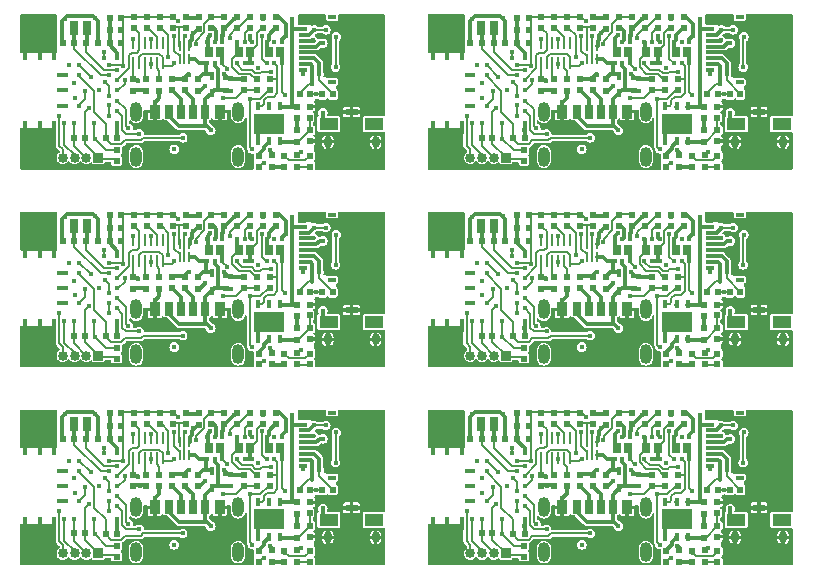
<source format=gbr>
%TF.GenerationSoftware,KiCad,Pcbnew,7.0.9-7.0.9~ubuntu22.04.1*%
%TF.CreationDate,2023-11-19T15:44:39-06:00*%
%TF.ProjectId,BT_PANELIZED,42545f50-414e-4454-9c49-5a45442e6b69,000*%
%TF.SameCoordinates,Original*%
%TF.FileFunction,Copper,L1,Top*%
%TF.FilePolarity,Positive*%
%FSLAX46Y46*%
G04 Gerber Fmt 4.6, Leading zero omitted, Abs format (unit mm)*
G04 Created by KiCad (PCBNEW 7.0.9-7.0.9~ubuntu22.04.1) date 2023-11-19 15:44:39*
%MOMM*%
%LPD*%
G01*
G04 APERTURE LIST*
%TA.AperFunction,SMDPad,CuDef*%
%ADD10R,0.550000X0.500000*%
%TD*%
%TA.AperFunction,SMDPad,CuDef*%
%ADD11R,0.500000X0.550000*%
%TD*%
%TA.AperFunction,SMDPad,CuDef*%
%ADD12R,0.600000X0.490000*%
%TD*%
%TA.AperFunction,SMDPad,CuDef*%
%ADD13R,0.490000X0.600000*%
%TD*%
%TA.AperFunction,SMDPad,CuDef*%
%ADD14R,0.400000X0.400000*%
%TD*%
%TA.AperFunction,SMDPad,CuDef*%
%ADD15R,0.500000X0.500000*%
%TD*%
%TA.AperFunction,SMDPad,CuDef*%
%ADD16R,1.650000X1.050000*%
%TD*%
%TA.AperFunction,ComponentPad*%
%ADD17O,0.700000X0.950000*%
%TD*%
%TA.AperFunction,SMDPad,CuDef*%
%ADD18R,1.100000X0.600000*%
%TD*%
%TA.AperFunction,SMDPad,CuDef*%
%ADD19R,0.250000X1.000000*%
%TD*%
%TA.AperFunction,SMDPad,CuDef*%
%ADD20R,0.700000X1.150000*%
%TD*%
%TA.AperFunction,SMDPad,CuDef*%
%ADD21R,0.800000X1.150000*%
%TD*%
%TA.AperFunction,SMDPad,CuDef*%
%ADD22R,0.900000X1.150000*%
%TD*%
%TA.AperFunction,ComponentPad*%
%ADD23O,1.000000X1.700000*%
%TD*%
%TA.AperFunction,SMDPad,CuDef*%
%ADD24R,0.200000X0.850000*%
%TD*%
%TA.AperFunction,ComponentPad*%
%ADD25R,0.850000X0.850000*%
%TD*%
%TA.AperFunction,ComponentPad*%
%ADD26O,0.850000X0.850000*%
%TD*%
%TA.AperFunction,SMDPad,CuDef*%
%ADD27R,0.350000X0.400000*%
%TD*%
%TA.AperFunction,SMDPad,CuDef*%
%ADD28R,0.650000X0.900000*%
%TD*%
%TA.AperFunction,SMDPad,CuDef*%
%ADD29R,0.838200X0.406400*%
%TD*%
%TA.AperFunction,SMDPad,CuDef*%
%ADD30R,0.800000X0.300000*%
%TD*%
%TA.AperFunction,SMDPad,CuDef*%
%ADD31R,0.800000X0.400000*%
%TD*%
%TA.AperFunction,SMDPad,CuDef*%
%ADD32R,0.400000X0.800000*%
%TD*%
%TA.AperFunction,SMDPad,CuDef*%
%ADD33R,2.500000X1.750000*%
%TD*%
%TA.AperFunction,SMDPad,CuDef*%
%ADD34R,0.700000X1.200000*%
%TD*%
%TA.AperFunction,SMDPad,CuDef*%
%ADD35R,0.420000X0.700000*%
%TD*%
%TA.AperFunction,ViaPad*%
%ADD36C,0.400000*%
%TD*%
%TA.AperFunction,Conductor*%
%ADD37C,0.300000*%
%TD*%
%TA.AperFunction,Conductor*%
%ADD38C,0.150000*%
%TD*%
%TA.AperFunction,Conductor*%
%ADD39C,0.200000*%
%TD*%
G04 APERTURE END LIST*
D10*
%TO.P,C3,1*%
%TO.N,VUSB*%
X163550000Y-82550000D03*
%TO.P,C3,2*%
%TO.N,GND*%
X163550000Y-81570000D03*
%TD*%
D11*
%TO.P,C10,1*%
%TO.N,V2.8*%
X148690000Y-74190000D03*
%TO.P,C10,2*%
%TO.N,GND*%
X147710000Y-74190000D03*
%TD*%
D12*
%TO.P,R15,1*%
%TO.N,BM*%
X159110000Y-78147000D03*
%TO.P,R15,2*%
%TO.N,GND*%
X159110000Y-77233000D03*
%TD*%
%TO.P,R6,1*%
%TO.N,V2.8*%
X113780000Y-50657000D03*
%TO.P,R6,2*%
%TO.N,PWR_ON*%
X113780000Y-49743000D03*
%TD*%
D10*
%TO.P,C5,1*%
%TO.N,VBUS*%
X115200000Y-43740000D03*
%TO.P,C5,2*%
%TO.N,GND*%
X115200000Y-44720000D03*
%TD*%
D11*
%TO.P,C12,1*%
%TO.N,V2.8*%
X148690000Y-73110000D03*
%TO.P,C12,2*%
%TO.N,GND*%
X147710000Y-73110000D03*
%TD*%
D13*
%TO.P,R18,1*%
%TO.N,SDA*%
X166597000Y-45030000D03*
%TO.P,R18,2*%
%TO.N,V2.8*%
X165683000Y-45030000D03*
%TD*%
D14*
%TO.P,U4,1,GND*%
%TO.N,GND*%
X140557000Y-80975000D03*
%TO.P,U4,2,GND*%
X141777000Y-80975000D03*
%TO.P,U4,3,GND*%
X143005000Y-80975000D03*
%TO.P,U4,4,SWCLK*%
%TO.N,SWDCLK*%
X143430000Y-80325000D03*
%TO.P,U4,5,SWDIO*%
%TO.N,SWDIO*%
X143855000Y-80975000D03*
%TO.P,U4,7,P0.21/~{RESET}*%
%TO.N,RESET*%
X144705000Y-80975000D03*
%TO.P,U4,11,P0.15/TRACED[2]*%
%TO.N,PWR_ON*%
X146405000Y-80975000D03*
%TO.P,U4,14,P0.14/TRACED[3]*%
%TO.N,XSHUT2*%
X147680000Y-80325000D03*
%TO.P,U4,15,GND*%
%TO.N,GND*%
X148335000Y-80975000D03*
%TO.P,U4,16,P0.09/NFC1*%
%TO.N,SCL*%
X148335000Y-79900000D03*
%TO.P,U4,18,P0.11*%
%TO.N,SDA*%
X148335000Y-79050000D03*
%TO.P,U4,19,P0.06*%
%TO.N,XSHUT1*%
X147680000Y-78625000D03*
%TO.P,U4,20,P0.08*%
%TO.N,PS_HOLD*%
X148335000Y-78200000D03*
%TO.P,U4,22,P0.07*%
%TO.N,INT*%
X148335000Y-77350000D03*
%TO.P,U4,23,P0.01/XL2*%
%TO.N,Net-(U4-P0.01{slash}XL2)*%
X147680000Y-76925000D03*
%TO.P,U4,24,P0.00/XL1*%
%TO.N,Net-(U4-P0.00{slash}XL1)*%
X148335000Y-76500000D03*
%TO.P,U4,25,VCC*%
%TO.N,V2.8*%
X147680000Y-76075000D03*
%TO.P,U4,26,GND*%
%TO.N,GND*%
X148335000Y-75425000D03*
%TO.P,U4,27,P0.04/AIN2*%
%TO.N,PB_OUT*%
X147255000Y-75425000D03*
%TO.P,U4,32,P0.27*%
%TO.N,BM_EN*%
X145130000Y-76075000D03*
%TO.P,U4,34,P0.26*%
%TO.N,LED_EN*%
X144280000Y-76075000D03*
%TO.P,U4,37,GND*%
%TO.N,GND*%
X143005000Y-75425000D03*
%TO.P,U4,38,GND*%
X141777000Y-75425000D03*
%TO.P,U4,39,GND*%
X140557000Y-75425000D03*
%TO.P,U4,40,GND*%
X143430000Y-79475000D03*
%TO.P,U4,41,P0.22*%
%TO.N,CHRG_STAT*%
X145130000Y-79475000D03*
%TO.P,U4,43,GND*%
%TO.N,GND*%
X146830000Y-78200000D03*
%TO.P,U4,45,P0.28/AIN4*%
%TO.N,BM*%
X145130000Y-76925000D03*
%TO.P,U4,46,GND*%
%TO.N,GND*%
X143430000Y-76925000D03*
%TO.P,U4,47,GND*%
X143430000Y-78200000D03*
%TD*%
%TO.P,U4,1,GND*%
%TO.N,GND*%
X106057000Y-64225000D03*
%TO.P,U4,2,GND*%
X107277000Y-64225000D03*
%TO.P,U4,3,GND*%
X108505000Y-64225000D03*
%TO.P,U4,4,SWCLK*%
%TO.N,SWDCLK*%
X108930000Y-63575000D03*
%TO.P,U4,5,SWDIO*%
%TO.N,SWDIO*%
X109355000Y-64225000D03*
%TO.P,U4,7,P0.21/~{RESET}*%
%TO.N,RESET*%
X110205000Y-64225000D03*
%TO.P,U4,11,P0.15/TRACED[2]*%
%TO.N,PWR_ON*%
X111905000Y-64225000D03*
%TO.P,U4,14,P0.14/TRACED[3]*%
%TO.N,XSHUT2*%
X113180000Y-63575000D03*
%TO.P,U4,15,GND*%
%TO.N,GND*%
X113835000Y-64225000D03*
%TO.P,U4,16,P0.09/NFC1*%
%TO.N,SCL*%
X113835000Y-63150000D03*
%TO.P,U4,18,P0.11*%
%TO.N,SDA*%
X113835000Y-62300000D03*
%TO.P,U4,19,P0.06*%
%TO.N,XSHUT1*%
X113180000Y-61875000D03*
%TO.P,U4,20,P0.08*%
%TO.N,PS_HOLD*%
X113835000Y-61450000D03*
%TO.P,U4,22,P0.07*%
%TO.N,INT*%
X113835000Y-60600000D03*
%TO.P,U4,23,P0.01/XL2*%
%TO.N,Net-(U4-P0.01{slash}XL2)*%
X113180000Y-60175000D03*
%TO.P,U4,24,P0.00/XL1*%
%TO.N,Net-(U4-P0.00{slash}XL1)*%
X113835000Y-59750000D03*
%TO.P,U4,25,VCC*%
%TO.N,V2.8*%
X113180000Y-59325000D03*
%TO.P,U4,26,GND*%
%TO.N,GND*%
X113835000Y-58675000D03*
%TO.P,U4,27,P0.04/AIN2*%
%TO.N,PB_OUT*%
X112755000Y-58675000D03*
%TO.P,U4,32,P0.27*%
%TO.N,BM_EN*%
X110630000Y-59325000D03*
%TO.P,U4,34,P0.26*%
%TO.N,LED_EN*%
X109780000Y-59325000D03*
%TO.P,U4,37,GND*%
%TO.N,GND*%
X108505000Y-58675000D03*
%TO.P,U4,38,GND*%
X107277000Y-58675000D03*
%TO.P,U4,39,GND*%
X106057000Y-58675000D03*
%TO.P,U4,40,GND*%
X108930000Y-62725000D03*
%TO.P,U4,41,P0.22*%
%TO.N,CHRG_STAT*%
X110630000Y-62725000D03*
%TO.P,U4,43,GND*%
%TO.N,GND*%
X112330000Y-61450000D03*
%TO.P,U4,45,P0.28/AIN4*%
%TO.N,BM*%
X110630000Y-60175000D03*
%TO.P,U4,46,GND*%
%TO.N,GND*%
X108930000Y-60175000D03*
%TO.P,U4,47,GND*%
X108930000Y-61450000D03*
%TD*%
D12*
%TO.P,R12,1*%
%TO.N,CHRG*%
X126810000Y-43733000D03*
%TO.P,R12,2*%
%TO.N,VBUS*%
X126810000Y-44647000D03*
%TD*%
D15*
%TO.P,D2,1,K*%
%TO.N,Net-(D2-K)*%
X163565000Y-50137000D03*
%TO.P,D2,2,A*%
%TO.N,Net-(D2-A)*%
X163565000Y-51137000D03*
%TD*%
D12*
%TO.P,R5,1*%
%TO.N,VBUS*%
X162490000Y-66980000D03*
%TO.P,R5,2*%
%TO.N,Net-(D3-A)*%
X162490000Y-67894000D03*
%TD*%
D16*
%TO.P,SW1,1,1*%
%TO.N,Net-(U3-~{PB})*%
X166265000Y-81055000D03*
%TO.P,SW1,2,2*%
%TO.N,unconnected-(SW1-Pad2)*%
X170115000Y-81055000D03*
D17*
%TO.P,SW1,3,3*%
%TO.N,GND*%
X166165000Y-82530000D03*
%TO.P,SW1,4,4*%
X170215000Y-82530000D03*
D18*
%TO.P,SW1,5,SHIELD*%
X168190000Y-80030000D03*
%TD*%
D11*
%TO.P,C11,1*%
%TO.N,BM*%
X112850000Y-65460000D03*
%TO.P,C11,2*%
%TO.N,GND*%
X113830000Y-65460000D03*
%TD*%
D16*
%TO.P,SW1,1,1*%
%TO.N,Net-(U3-~{PB})*%
X131765000Y-81055000D03*
%TO.P,SW1,2,2*%
%TO.N,unconnected-(SW1-Pad2)*%
X135615000Y-81055000D03*
D17*
%TO.P,SW1,3,3*%
%TO.N,GND*%
X131665000Y-82530000D03*
%TO.P,SW1,4,4*%
X135715000Y-82530000D03*
D18*
%TO.P,SW1,5,SHIELD*%
X133690000Y-80030000D03*
%TD*%
D13*
%TO.P,R18,1*%
%TO.N,SDA*%
X132097000Y-45030000D03*
%TO.P,R18,2*%
%TO.N,V2.8*%
X131183000Y-45030000D03*
%TD*%
D12*
%TO.P,R16,1*%
%TO.N,BM_EN*%
X158520000Y-39417000D03*
%TO.P,R16,2*%
%TO.N,GND*%
X158520000Y-38503000D03*
%TD*%
D19*
%TO.P,U3,1,VCC*%
%TO.N,VBUS*%
X115190000Y-59100000D03*
%TO.P,U3,2,~{SR}*%
%TO.N,Net-(U3-~{PB})*%
X115690000Y-59100000D03*
%TO.P,U3,3,VREF*%
%TO.N,Net-(U3-VREF)*%
X116190000Y-59100000D03*
%TO.P,U3,4,PSHOLD*%
%TO.N,PS_HOLD*%
X116690000Y-59100000D03*
%TO.P,U3,5,CSRD*%
%TO.N,Net-(U3-CSRD)*%
X117190000Y-59100000D03*
%TO.P,U3,6,~{PB}*%
%TO.N,Net-(U3-~{PB})*%
X117690000Y-59100000D03*
%TO.P,U3,7,~{VCC_LO}*%
%TO.N,unconnected-(U3-~{VCC_LO}-Pad7)*%
X117690000Y-57400000D03*
%TO.P,U3,8,~{PB_OUT}*%
%TO.N,PB_OUT*%
X117190000Y-57400000D03*
%TO.P,U3,9,EN/~{EN}*%
%TO.N,EN*%
X116690000Y-57400000D03*
%TO.P,U3,10,~{RST}*%
%TO.N,unconnected-(U3-~{RST}-Pad10)*%
X116190000Y-57400000D03*
%TO.P,U3,11,~{INT}*%
%TO.N,INT*%
X115690000Y-57400000D03*
%TO.P,U3,12,GND*%
%TO.N,GND*%
X115190000Y-57400000D03*
%TD*%
D12*
%TO.P,R4,1*%
%TO.N,Net-(U1-BYP{slash}ADJ{slash}NC)*%
X119640000Y-56159000D03*
%TO.P,R4,2*%
%TO.N,GND*%
X119640000Y-55245000D03*
%TD*%
D15*
%TO.P,D3,1,K*%
%TO.N,CHRG*%
X126915000Y-66887000D03*
%TO.P,D3,2,A*%
%TO.N,Net-(D3-A)*%
X126915000Y-67887000D03*
%TD*%
D12*
%TO.P,R4,1*%
%TO.N,Net-(U1-BYP{slash}ADJ{slash}NC)*%
X154140000Y-39409000D03*
%TO.P,R4,2*%
%TO.N,GND*%
X154140000Y-38495000D03*
%TD*%
D10*
%TO.P,C4,1*%
%TO.N,VBATT*%
X163550000Y-62830000D03*
%TO.P,C4,2*%
%TO.N,GND*%
X163550000Y-63810000D03*
%TD*%
D15*
%TO.P,D3,1,K*%
%TO.N,CHRG*%
X126915000Y-83637000D03*
%TO.P,D3,2,A*%
%TO.N,Net-(D3-A)*%
X126915000Y-84637000D03*
%TD*%
D20*
%TO.P,J1,A5,CC1*%
%TO.N,Net-(J1-CC1)*%
X119270000Y-79990000D03*
D21*
%TO.P,J1,A9,V-BUS*%
%TO.N,VUSB*%
X121290000Y-79990000D03*
D22*
%TO.P,J1,A12,GND*%
%TO.N,GND*%
X122520000Y-79990000D03*
D20*
%TO.P,J1,B5,CC2*%
%TO.N,Net-(J1-CC2)*%
X120270000Y-79990000D03*
D21*
%TO.P,J1,B9,V-BUS*%
%TO.N,VUSB*%
X118250000Y-79990000D03*
D22*
%TO.P,J1,B12,GND*%
%TO.N,GND*%
X117020000Y-79990000D03*
D23*
%TO.P,J1,S1,SHIELD*%
%TO.N,unconnected-(J1-SHIELD-PadS1)*%
X115450000Y-79990000D03*
%TO.P,J1,S2,SHIELD*%
%TO.N,unconnected-(J1-SHIELD-PadS2)*%
X124090000Y-79990000D03*
%TO.P,J1,S3,SHIELD*%
%TO.N,unconnected-(J1-SHIELD-PadS3)*%
X124090000Y-83790000D03*
%TO.P,J1,S4,SHIELD*%
%TO.N,unconnected-(J1-SHIELD-PadS4)*%
X115450000Y-83790000D03*
%TD*%
D12*
%TO.P,R26,1*%
%TO.N,GND*%
X157420000Y-56167000D03*
%TO.P,R26,2*%
%TO.N,LED_EN*%
X157420000Y-55253000D03*
%TD*%
D10*
%TO.P,C2,1*%
%TO.N,V2.8*%
X120730000Y-39480000D03*
%TO.P,C2,2*%
%TO.N,GND*%
X120730000Y-38500000D03*
%TD*%
%TO.P,C5,1*%
%TO.N,VBUS*%
X149700000Y-43740000D03*
%TO.P,C5,2*%
%TO.N,GND*%
X149700000Y-44720000D03*
%TD*%
D12*
%TO.P,R5,1*%
%TO.N,VBUS*%
X162490000Y-83730000D03*
%TO.P,R5,2*%
%TO.N,Net-(D3-A)*%
X162490000Y-84644000D03*
%TD*%
%TO.P,R6,1*%
%TO.N,V2.8*%
X148280000Y-84157000D03*
%TO.P,R6,2*%
%TO.N,PWR_ON*%
X148280000Y-83243000D03*
%TD*%
%TO.P,R26,1*%
%TO.N,GND*%
X122920000Y-39417000D03*
%TO.P,R26,2*%
%TO.N,LED_EN*%
X122920000Y-38503000D03*
%TD*%
%TO.P,R3,1*%
%TO.N,Net-(U1-BYP{slash}ADJ{slash}NC)*%
X118540000Y-56159000D03*
%TO.P,R3,2*%
%TO.N,V2.8*%
X118540000Y-55245000D03*
%TD*%
D11*
%TO.P,C11,1*%
%TO.N,BM*%
X147350000Y-48710000D03*
%TO.P,C11,2*%
%TO.N,GND*%
X148330000Y-48710000D03*
%TD*%
D24*
%TO.P,U1,1,OUT*%
%TO.N,V2.8*%
X119920000Y-74440000D03*
%TO.P,U1,2,GND*%
%TO.N,GND*%
X119520000Y-74440000D03*
%TO.P,U1,3,BYP/ADJ/NC*%
%TO.N,Net-(U1-BYP{slash}ADJ{slash}NC)*%
X119120000Y-74440000D03*
%TO.P,U1,4,EN*%
%TO.N,EN*%
X119120000Y-75540000D03*
%TO.P,U1,5,N/C*%
%TO.N,GND*%
X119520000Y-75540000D03*
%TO.P,U1,6,IN*%
%TO.N,VBUS*%
X119920000Y-75540000D03*
%TD*%
D12*
%TO.P,R16,1*%
%TO.N,BM_EN*%
X124020000Y-39417000D03*
%TO.P,R16,2*%
%TO.N,GND*%
X124020000Y-38503000D03*
%TD*%
%TO.P,R23,1*%
%TO.N,GND*%
X130140000Y-62823000D03*
%TO.P,R23,2*%
%TO.N,VUSB*%
X130140000Y-63737000D03*
%TD*%
D13*
%TO.P,R21,1*%
%TO.N,V2.8*%
X111107000Y-48700000D03*
%TO.P,R21,2*%
%TO.N,RESET*%
X110193000Y-48700000D03*
%TD*%
D15*
%TO.P,D2,1,K*%
%TO.N,Net-(D2-K)*%
X163565000Y-66887000D03*
%TO.P,D2,2,A*%
%TO.N,Net-(D2-A)*%
X163565000Y-67887000D03*
%TD*%
D25*
%TO.P,J3,1,Pin_1*%
%TO.N,V2.8*%
X112230000Y-67150000D03*
D26*
%TO.P,J3,2,Pin_2*%
%TO.N,RESET*%
X111230000Y-67150000D03*
%TO.P,J3,3,Pin_3*%
%TO.N,SWDIO*%
X110230000Y-67150000D03*
%TO.P,J3,4,Pin_4*%
%TO.N,SWDCLK*%
X109230000Y-67150000D03*
%TO.P,J3,5,Pin_5*%
%TO.N,GND*%
X108230000Y-67150000D03*
%TD*%
D27*
%TO.P,U7,1,S1*%
%TO.N,GND*%
X127790000Y-74060000D03*
%TO.P,U7,2,G1*%
%TO.N,VUSB*%
X127140000Y-74060000D03*
%TO.P,U7,3,D2*%
%TO.N,CHRG_STAT*%
X126490000Y-74060000D03*
%TO.P,U7,4,S2*%
%TO.N,V2.8*%
X126490000Y-75880000D03*
%TO.P,U7,5,G2*%
%TO.N,CHRG*%
X127140000Y-75880000D03*
%TO.P,U7,6,D1*%
%TO.N,PROG*%
X127790000Y-75880000D03*
D28*
%TO.P,U7,7,D2_EP*%
%TO.N,CHRG_STAT*%
X126665000Y-74970000D03*
%TO.P,U7,8,D1_EP*%
%TO.N,PROG*%
X127615000Y-74970000D03*
%TD*%
D12*
%TO.P,R1,1*%
%TO.N,Net-(J1-CC1)*%
X118510000Y-78147000D03*
%TO.P,R1,2*%
%TO.N,GND*%
X118510000Y-77233000D03*
%TD*%
%TO.P,R1,1*%
%TO.N,Net-(J1-CC1)*%
X118510000Y-61397000D03*
%TO.P,R1,2*%
%TO.N,GND*%
X118510000Y-60483000D03*
%TD*%
D19*
%TO.P,U3,1,VCC*%
%TO.N,VBUS*%
X149690000Y-75850000D03*
%TO.P,U3,2,~{SR}*%
%TO.N,Net-(U3-~{PB})*%
X150190000Y-75850000D03*
%TO.P,U3,3,VREF*%
%TO.N,Net-(U3-VREF)*%
X150690000Y-75850000D03*
%TO.P,U3,4,PSHOLD*%
%TO.N,PS_HOLD*%
X151190000Y-75850000D03*
%TO.P,U3,5,CSRD*%
%TO.N,Net-(U3-CSRD)*%
X151690000Y-75850000D03*
%TO.P,U3,6,~{PB}*%
%TO.N,Net-(U3-~{PB})*%
X152190000Y-75850000D03*
%TO.P,U3,7,~{VCC_LO}*%
%TO.N,unconnected-(U3-~{VCC_LO}-Pad7)*%
X152190000Y-74150000D03*
%TO.P,U3,8,~{PB_OUT}*%
%TO.N,PB_OUT*%
X151690000Y-74150000D03*
%TO.P,U3,9,EN/~{EN}*%
%TO.N,EN*%
X151190000Y-74150000D03*
%TO.P,U3,10,~{RST}*%
%TO.N,unconnected-(U3-~{RST}-Pad10)*%
X150690000Y-74150000D03*
%TO.P,U3,11,~{INT}*%
%TO.N,INT*%
X150190000Y-74150000D03*
%TO.P,U3,12,GND*%
%TO.N,GND*%
X149690000Y-74150000D03*
%TD*%
D10*
%TO.P,C3,1*%
%TO.N,VUSB*%
X129050000Y-65800000D03*
%TO.P,C3,2*%
%TO.N,GND*%
X129050000Y-64820000D03*
%TD*%
D12*
%TO.P,R25,1*%
%TO.N,Net-(U6-G1)*%
X125120000Y-72917000D03*
%TO.P,R25,2*%
%TO.N,BM_EN*%
X125120000Y-72003000D03*
%TD*%
D11*
%TO.P,C9,1*%
%TO.N,Net-(U4-P0.01{slash}XL2)*%
X144720000Y-40700000D03*
%TO.P,C9,2*%
%TO.N,GND*%
X143740000Y-40700000D03*
%TD*%
D25*
%TO.P,J3,1,Pin_1*%
%TO.N,V2.8*%
X112230000Y-83900000D03*
D26*
%TO.P,J3,2,Pin_2*%
%TO.N,RESET*%
X111230000Y-83900000D03*
%TO.P,J3,3,Pin_3*%
%TO.N,SWDIO*%
X110230000Y-83900000D03*
%TO.P,J3,4,Pin_4*%
%TO.N,SWDCLK*%
X109230000Y-83900000D03*
%TO.P,J3,5,Pin_5*%
%TO.N,GND*%
X108230000Y-83900000D03*
%TD*%
D11*
%TO.P,C13,1*%
%TO.N,V2.8*%
X114190000Y-55280000D03*
%TO.P,C13,2*%
%TO.N,GND*%
X113210000Y-55280000D03*
%TD*%
D29*
%TO.P,CR1,1*%
%TO.N,VUSB*%
X157750000Y-61470700D03*
%TO.P,CR1,2*%
%TO.N,GND*%
X157750000Y-60429300D03*
%TD*%
D12*
%TO.P,R11,1*%
%TO.N,VUSB*%
X130140000Y-64813000D03*
%TO.P,R11,2*%
%TO.N,GND*%
X130140000Y-65727000D03*
%TD*%
D11*
%TO.P,C8,1*%
%TO.N,Net-(U4-P0.00{slash}XL1)*%
X145730000Y-40700000D03*
%TO.P,C8,2*%
%TO.N,GND*%
X146710000Y-40700000D03*
%TD*%
D13*
%TO.P,R18,1*%
%TO.N,SDA*%
X132097000Y-78530000D03*
%TO.P,R18,2*%
%TO.N,V2.8*%
X131183000Y-78530000D03*
%TD*%
D29*
%TO.P,CR1,1*%
%TO.N,VUSB*%
X157750000Y-44720700D03*
%TO.P,CR1,2*%
%TO.N,GND*%
X157750000Y-43679300D03*
%TD*%
D10*
%TO.P,C5,1*%
%TO.N,VBUS*%
X149700000Y-60490000D03*
%TO.P,C5,2*%
%TO.N,GND*%
X149700000Y-61470000D03*
%TD*%
D12*
%TO.P,R24,1*%
%TO.N,Net-(U5-G1)*%
X156320000Y-39417000D03*
%TO.P,R24,2*%
%TO.N,LED_EN*%
X156320000Y-38503000D03*
%TD*%
%TO.P,R26,1*%
%TO.N,GND*%
X122920000Y-56167000D03*
%TO.P,R26,2*%
%TO.N,LED_EN*%
X122920000Y-55253000D03*
%TD*%
D15*
%TO.P,D2,1,K*%
%TO.N,Net-(D2-K)*%
X129065000Y-83637000D03*
%TO.P,D2,2,A*%
%TO.N,Net-(D2-A)*%
X129065000Y-84637000D03*
%TD*%
D13*
%TO.P,R17,1*%
%TO.N,SCL*%
X163783000Y-78530000D03*
%TO.P,R17,2*%
%TO.N,V2.8*%
X164697000Y-78530000D03*
%TD*%
D30*
%TO.P,J2,1,1*%
%TO.N,VBATT*%
X164040000Y-72980000D03*
%TO.P,J2,2,2*%
%TO.N,V2.8*%
X164040000Y-73480000D03*
%TO.P,J2,3,3*%
%TO.N,XSHUT1*%
X164040000Y-73980000D03*
%TO.P,J2,4,4*%
%TO.N,XSHUT2*%
X164040000Y-74480000D03*
%TO.P,J2,5,5*%
%TO.N,GND*%
X164040000Y-74980000D03*
%TO.P,J2,6,6*%
%TO.N,SDA*%
X164040000Y-75480000D03*
%TO.P,J2,7,7*%
%TO.N,SCL*%
X164040000Y-75980000D03*
%TO.P,J2,8,8*%
%TO.N,GND*%
X164040000Y-76480000D03*
D31*
%TO.P,J2,S1,SHIELD*%
%TO.N,unconnected-(J2-SHIELD-PadS1)*%
X166540000Y-71980000D03*
%TO.P,J2,S2,SHIELD*%
%TO.N,unconnected-(J2-SHIELD-PadS2)*%
X166540000Y-77480000D03*
%TD*%
D24*
%TO.P,U1,1,OUT*%
%TO.N,V2.8*%
X119920000Y-57690000D03*
%TO.P,U1,2,GND*%
%TO.N,GND*%
X119520000Y-57690000D03*
%TO.P,U1,3,BYP/ADJ/NC*%
%TO.N,Net-(U1-BYP{slash}ADJ{slash}NC)*%
X119120000Y-57690000D03*
%TO.P,U1,4,EN*%
%TO.N,EN*%
X119120000Y-58790000D03*
%TO.P,U1,5,N/C*%
%TO.N,GND*%
X119520000Y-58790000D03*
%TO.P,U1,6,IN*%
%TO.N,VBUS*%
X119920000Y-58790000D03*
%TD*%
D12*
%TO.P,R8,1*%
%TO.N,PROG*%
X125840000Y-51144000D03*
%TO.P,R8,2*%
%TO.N,Net-(U2-PROG)*%
X125840000Y-50230000D03*
%TD*%
%TO.P,R2,1*%
%TO.N,Net-(J1-CC2)*%
X154110000Y-61397000D03*
%TO.P,R2,2*%
%TO.N,GND*%
X154110000Y-60483000D03*
%TD*%
%TO.P,R9,1*%
%TO.N,V2.8*%
X149740000Y-38495000D03*
%TO.P,R9,2*%
%TO.N,INT*%
X149740000Y-39409000D03*
%TD*%
%TO.P,R23,1*%
%TO.N,GND*%
X164640000Y-79573000D03*
%TO.P,R23,2*%
%TO.N,VUSB*%
X164640000Y-80487000D03*
%TD*%
D30*
%TO.P,J2,1,1*%
%TO.N,VBATT*%
X129540000Y-39480000D03*
%TO.P,J2,2,2*%
%TO.N,V2.8*%
X129540000Y-39980000D03*
%TO.P,J2,3,3*%
%TO.N,XSHUT1*%
X129540000Y-40480000D03*
%TO.P,J2,4,4*%
%TO.N,XSHUT2*%
X129540000Y-40980000D03*
%TO.P,J2,5,5*%
%TO.N,GND*%
X129540000Y-41480000D03*
%TO.P,J2,6,6*%
%TO.N,SDA*%
X129540000Y-41980000D03*
%TO.P,J2,7,7*%
%TO.N,SCL*%
X129540000Y-42480000D03*
%TO.P,J2,8,8*%
%TO.N,GND*%
X129540000Y-42980000D03*
D31*
%TO.P,J2,S1,SHIELD*%
%TO.N,unconnected-(J2-SHIELD-PadS1)*%
X132040000Y-38480000D03*
%TO.P,J2,S2,SHIELD*%
%TO.N,unconnected-(J2-SHIELD-PadS2)*%
X132040000Y-43980000D03*
%TD*%
D32*
%TO.P,U2,1,BAT*%
%TO.N,VBATT*%
X162160000Y-62760000D03*
%TO.P,U2,2,POWER_ON*%
%TO.N,PWR_ON*%
X161210000Y-62760000D03*
%TO.P,U2,3,CHRG*%
%TO.N,CHRG*%
X160260000Y-62760000D03*
%TO.P,U2,4,GND*%
%TO.N,GND*%
X160260000Y-65760000D03*
%TO.P,U2,5,PROG*%
%TO.N,Net-(U2-PROG)*%
X161210000Y-65760000D03*
%TO.P,U2,6,VCC*%
%TO.N,VUSB*%
X162160000Y-65760000D03*
D33*
%TO.P,U2,7,EP*%
%TO.N,GND*%
X161210000Y-64260000D03*
%TD*%
D27*
%TO.P,U6,1,S1*%
%TO.N,GND*%
X159770000Y-74060000D03*
%TO.P,U6,2,G1*%
%TO.N,Net-(U6-G1)*%
X159120000Y-74060000D03*
%TO.P,U6,3,D2*%
%TO.N,Net-(U6-D2)*%
X158470000Y-74060000D03*
%TO.P,U6,4,S2*%
%TO.N,VBATT*%
X158470000Y-75880000D03*
%TO.P,U6,5,G2*%
%TO.N,Net-(U6-D1)*%
X159120000Y-75880000D03*
%TO.P,U6,6,D1*%
X159770000Y-75880000D03*
D28*
%TO.P,U6,7,D2_EP*%
%TO.N,Net-(U6-D2)*%
X158645000Y-74970000D03*
%TO.P,U6,8,D1_EP*%
%TO.N,Net-(U6-D1)*%
X159595000Y-74970000D03*
%TD*%
D10*
%TO.P,C4,1*%
%TO.N,VBATT*%
X129050000Y-79580000D03*
%TO.P,C4,2*%
%TO.N,GND*%
X129050000Y-80560000D03*
%TD*%
D11*
%TO.P,C12,1*%
%TO.N,V2.8*%
X114190000Y-39610000D03*
%TO.P,C12,2*%
%TO.N,GND*%
X113210000Y-39610000D03*
%TD*%
D10*
%TO.P,C2,1*%
%TO.N,V2.8*%
X155230000Y-39480000D03*
%TO.P,C2,2*%
%TO.N,GND*%
X155230000Y-38500000D03*
%TD*%
%TO.P,C5,1*%
%TO.N,VBUS*%
X115200000Y-60490000D03*
%TO.P,C5,2*%
%TO.N,GND*%
X115200000Y-61470000D03*
%TD*%
D34*
%TO.P,Y1,1*%
%TO.N,Net-(U4-P0.00{slash}XL1)*%
X111250000Y-72940000D03*
%TO.P,Y1,2*%
%TO.N,Net-(U4-P0.01{slash}XL2)*%
X110150000Y-72940000D03*
%TD*%
D29*
%TO.P,CR1,1*%
%TO.N,VUSB*%
X123250000Y-44720700D03*
%TO.P,CR1,2*%
%TO.N,GND*%
X123250000Y-43679300D03*
%TD*%
D27*
%TO.P,U7,1,S1*%
%TO.N,GND*%
X162290000Y-40560000D03*
%TO.P,U7,2,G1*%
%TO.N,VUSB*%
X161640000Y-40560000D03*
%TO.P,U7,3,D2*%
%TO.N,CHRG_STAT*%
X160990000Y-40560000D03*
%TO.P,U7,4,S2*%
%TO.N,V2.8*%
X160990000Y-42380000D03*
%TO.P,U7,5,G2*%
%TO.N,CHRG*%
X161640000Y-42380000D03*
%TO.P,U7,6,D1*%
%TO.N,PROG*%
X162290000Y-42380000D03*
D28*
%TO.P,U7,7,D2_EP*%
%TO.N,CHRG_STAT*%
X161165000Y-41470000D03*
%TO.P,U7,8,D1_EP*%
%TO.N,PROG*%
X162115000Y-41470000D03*
%TD*%
D12*
%TO.P,R5,1*%
%TO.N,VBUS*%
X127990000Y-66980000D03*
%TO.P,R5,2*%
%TO.N,Net-(D3-A)*%
X127990000Y-67894000D03*
%TD*%
D10*
%TO.P,C2,1*%
%TO.N,V2.8*%
X155230000Y-56230000D03*
%TO.P,C2,2*%
%TO.N,GND*%
X155230000Y-55250000D03*
%TD*%
%TO.P,C1,1*%
%TO.N,VBUS*%
X155200000Y-60490000D03*
%TO.P,C1,2*%
%TO.N,GND*%
X155200000Y-61470000D03*
%TD*%
D12*
%TO.P,R13,1*%
%TO.N,Net-(U6-D1)*%
X126220000Y-39417000D03*
%TO.P,R13,2*%
%TO.N,VBATT*%
X126220000Y-38503000D03*
%TD*%
%TO.P,R8,1*%
%TO.N,PROG*%
X160340000Y-67894000D03*
%TO.P,R8,2*%
%TO.N,Net-(U2-PROG)*%
X160340000Y-66980000D03*
%TD*%
%TO.P,R22,1*%
%TO.N,GND*%
X161820000Y-38503000D03*
%TO.P,R22,2*%
%TO.N,CHRG_STAT*%
X161820000Y-39417000D03*
%TD*%
D10*
%TO.P,C1,1*%
%TO.N,VBUS*%
X120700000Y-77240000D03*
%TO.P,C1,2*%
%TO.N,GND*%
X120700000Y-78220000D03*
%TD*%
D12*
%TO.P,R20,1*%
%TO.N,V2.8*%
X151940000Y-55245000D03*
%TO.P,R20,2*%
%TO.N,PS_HOLD*%
X151940000Y-56159000D03*
%TD*%
D13*
%TO.P,R17,1*%
%TO.N,SCL*%
X129283000Y-45030000D03*
%TO.P,R17,2*%
%TO.N,V2.8*%
X130197000Y-45030000D03*
%TD*%
D12*
%TO.P,R26,1*%
%TO.N,GND*%
X157420000Y-39417000D03*
%TO.P,R26,2*%
%TO.N,LED_EN*%
X157420000Y-38503000D03*
%TD*%
%TO.P,R19,1*%
%TO.N,VBUS*%
X130140000Y-83730000D03*
%TO.P,R19,2*%
%TO.N,Net-(D2-A)*%
X130140000Y-84644000D03*
%TD*%
D10*
%TO.P,C6,1*%
%TO.N,Net-(U3-VREF)*%
X116290000Y-43740000D03*
%TO.P,C6,2*%
%TO.N,GND*%
X116290000Y-44720000D03*
%TD*%
%TO.P,C2,1*%
%TO.N,V2.8*%
X155230000Y-72980000D03*
%TO.P,C2,2*%
%TO.N,GND*%
X155230000Y-72000000D03*
%TD*%
D13*
%TO.P,R17,1*%
%TO.N,SCL*%
X163783000Y-45030000D03*
%TO.P,R17,2*%
%TO.N,V2.8*%
X164697000Y-45030000D03*
%TD*%
D20*
%TO.P,J1,A5,CC1*%
%TO.N,Net-(J1-CC1)*%
X153770000Y-79990000D03*
D21*
%TO.P,J1,A9,V-BUS*%
%TO.N,VUSB*%
X155790000Y-79990000D03*
D22*
%TO.P,J1,A12,GND*%
%TO.N,GND*%
X157020000Y-79990000D03*
D20*
%TO.P,J1,B5,CC2*%
%TO.N,Net-(J1-CC2)*%
X154770000Y-79990000D03*
D21*
%TO.P,J1,B9,V-BUS*%
%TO.N,VUSB*%
X152750000Y-79990000D03*
D22*
%TO.P,J1,B12,GND*%
%TO.N,GND*%
X151520000Y-79990000D03*
D23*
%TO.P,J1,S1,SHIELD*%
%TO.N,unconnected-(J1-SHIELD-PadS1)*%
X149950000Y-79990000D03*
%TO.P,J1,S2,SHIELD*%
%TO.N,unconnected-(J1-SHIELD-PadS2)*%
X158590000Y-79990000D03*
%TO.P,J1,S3,SHIELD*%
%TO.N,unconnected-(J1-SHIELD-PadS3)*%
X158590000Y-83790000D03*
%TO.P,J1,S4,SHIELD*%
%TO.N,unconnected-(J1-SHIELD-PadS4)*%
X149950000Y-83790000D03*
%TD*%
D10*
%TO.P,C2,1*%
%TO.N,V2.8*%
X120730000Y-56230000D03*
%TO.P,C2,2*%
%TO.N,GND*%
X120730000Y-55250000D03*
%TD*%
D11*
%TO.P,C13,1*%
%TO.N,V2.8*%
X148690000Y-72030000D03*
%TO.P,C13,2*%
%TO.N,GND*%
X147710000Y-72030000D03*
%TD*%
D12*
%TO.P,R20,1*%
%TO.N,V2.8*%
X117440000Y-71995000D03*
%TO.P,R20,2*%
%TO.N,PS_HOLD*%
X117440000Y-72909000D03*
%TD*%
D10*
%TO.P,C7,1*%
%TO.N,Net-(U3-CSRD)*%
X117410000Y-77240000D03*
%TO.P,C7,2*%
%TO.N,GND*%
X117410000Y-78220000D03*
%TD*%
D12*
%TO.P,R3,1*%
%TO.N,Net-(U1-BYP{slash}ADJ{slash}NC)*%
X118540000Y-39409000D03*
%TO.P,R3,2*%
%TO.N,V2.8*%
X118540000Y-38495000D03*
%TD*%
%TO.P,R25,1*%
%TO.N,Net-(U6-G1)*%
X159620000Y-39417000D03*
%TO.P,R25,2*%
%TO.N,BM_EN*%
X159620000Y-38503000D03*
%TD*%
D11*
%TO.P,C12,1*%
%TO.N,V2.8*%
X148690000Y-56360000D03*
%TO.P,C12,2*%
%TO.N,GND*%
X147710000Y-56360000D03*
%TD*%
D15*
%TO.P,D3,1,K*%
%TO.N,CHRG*%
X161415000Y-50137000D03*
%TO.P,D3,2,A*%
%TO.N,Net-(D3-A)*%
X161415000Y-51137000D03*
%TD*%
D12*
%TO.P,R15,1*%
%TO.N,BM*%
X159110000Y-44647000D03*
%TO.P,R15,2*%
%TO.N,GND*%
X159110000Y-43733000D03*
%TD*%
D16*
%TO.P,SW1,1,1*%
%TO.N,Net-(U3-~{PB})*%
X166265000Y-47555000D03*
%TO.P,SW1,2,2*%
%TO.N,unconnected-(SW1-Pad2)*%
X170115000Y-47555000D03*
D17*
%TO.P,SW1,3,3*%
%TO.N,GND*%
X166165000Y-49030000D03*
%TO.P,SW1,4,4*%
X170215000Y-49030000D03*
D18*
%TO.P,SW1,5,SHIELD*%
X168190000Y-46530000D03*
%TD*%
D12*
%TO.P,R11,1*%
%TO.N,VUSB*%
X164640000Y-64813000D03*
%TO.P,R11,2*%
%TO.N,GND*%
X164640000Y-65727000D03*
%TD*%
%TO.P,R11,1*%
%TO.N,VUSB*%
X164640000Y-48063000D03*
%TO.P,R11,2*%
%TO.N,GND*%
X164640000Y-48977000D03*
%TD*%
%TO.P,R13,1*%
%TO.N,Net-(U6-D1)*%
X160720000Y-39417000D03*
%TO.P,R13,2*%
%TO.N,VBATT*%
X160720000Y-38503000D03*
%TD*%
%TO.P,R10,1*%
%TO.N,V2.8*%
X150840000Y-71995000D03*
%TO.P,R10,2*%
%TO.N,PB_OUT*%
X150840000Y-72909000D03*
%TD*%
%TO.P,R23,1*%
%TO.N,GND*%
X164640000Y-62823000D03*
%TO.P,R23,2*%
%TO.N,VUSB*%
X164640000Y-63737000D03*
%TD*%
%TO.P,R22,1*%
%TO.N,GND*%
X161820000Y-55253000D03*
%TO.P,R22,2*%
%TO.N,CHRG_STAT*%
X161820000Y-56167000D03*
%TD*%
%TO.P,R15,1*%
%TO.N,BM*%
X124610000Y-78147000D03*
%TO.P,R15,2*%
%TO.N,GND*%
X124610000Y-77233000D03*
%TD*%
D25*
%TO.P,J3,1,Pin_1*%
%TO.N,V2.8*%
X146730000Y-83900000D03*
D26*
%TO.P,J3,2,Pin_2*%
%TO.N,RESET*%
X145730000Y-83900000D03*
%TO.P,J3,3,Pin_3*%
%TO.N,SWDIO*%
X144730000Y-83900000D03*
%TO.P,J3,4,Pin_4*%
%TO.N,SWDCLK*%
X143730000Y-83900000D03*
%TO.P,J3,5,Pin_5*%
%TO.N,GND*%
X142730000Y-83900000D03*
%TD*%
D12*
%TO.P,R6,1*%
%TO.N,V2.8*%
X113780000Y-84157000D03*
%TO.P,R6,2*%
%TO.N,PWR_ON*%
X113780000Y-83243000D03*
%TD*%
%TO.P,R20,1*%
%TO.N,V2.8*%
X117440000Y-38495000D03*
%TO.P,R20,2*%
%TO.N,PS_HOLD*%
X117440000Y-39409000D03*
%TD*%
D34*
%TO.P,Y1,1*%
%TO.N,Net-(U4-P0.00{slash}XL1)*%
X145750000Y-39440000D03*
%TO.P,Y1,2*%
%TO.N,Net-(U4-P0.01{slash}XL2)*%
X144650000Y-39440000D03*
%TD*%
D10*
%TO.P,C3,1*%
%TO.N,VUSB*%
X129050000Y-49050000D03*
%TO.P,C3,2*%
%TO.N,GND*%
X129050000Y-48070000D03*
%TD*%
D12*
%TO.P,R15,1*%
%TO.N,BM*%
X159110000Y-61397000D03*
%TO.P,R15,2*%
%TO.N,GND*%
X159110000Y-60483000D03*
%TD*%
%TO.P,R26,1*%
%TO.N,GND*%
X157420000Y-72917000D03*
%TO.P,R26,2*%
%TO.N,LED_EN*%
X157420000Y-72003000D03*
%TD*%
%TO.P,R11,1*%
%TO.N,VUSB*%
X130140000Y-48063000D03*
%TO.P,R11,2*%
%TO.N,GND*%
X130140000Y-48977000D03*
%TD*%
D34*
%TO.P,Y1,1*%
%TO.N,Net-(U4-P0.00{slash}XL1)*%
X145750000Y-56190000D03*
%TO.P,Y1,2*%
%TO.N,Net-(U4-P0.01{slash}XL2)*%
X144650000Y-56190000D03*
%TD*%
D12*
%TO.P,R25,1*%
%TO.N,Net-(U6-G1)*%
X125120000Y-39417000D03*
%TO.P,R25,2*%
%TO.N,BM_EN*%
X125120000Y-38503000D03*
%TD*%
D13*
%TO.P,R17,1*%
%TO.N,SCL*%
X129283000Y-61780000D03*
%TO.P,R17,2*%
%TO.N,V2.8*%
X130197000Y-61780000D03*
%TD*%
D12*
%TO.P,R6,1*%
%TO.N,V2.8*%
X148280000Y-67407000D03*
%TO.P,R6,2*%
%TO.N,PWR_ON*%
X148280000Y-66493000D03*
%TD*%
%TO.P,R20,1*%
%TO.N,V2.8*%
X117440000Y-55245000D03*
%TO.P,R20,2*%
%TO.N,PS_HOLD*%
X117440000Y-56159000D03*
%TD*%
%TO.P,R8,1*%
%TO.N,PROG*%
X125840000Y-67894000D03*
%TO.P,R8,2*%
%TO.N,Net-(U2-PROG)*%
X125840000Y-66980000D03*
%TD*%
D10*
%TO.P,C5,1*%
%TO.N,VBUS*%
X149700000Y-77240000D03*
%TO.P,C5,2*%
%TO.N,GND*%
X149700000Y-78220000D03*
%TD*%
%TO.P,C6,1*%
%TO.N,Net-(U3-VREF)*%
X150790000Y-77240000D03*
%TO.P,C6,2*%
%TO.N,GND*%
X150790000Y-78220000D03*
%TD*%
D11*
%TO.P,C13,1*%
%TO.N,V2.8*%
X148690000Y-38530000D03*
%TO.P,C13,2*%
%TO.N,GND*%
X147710000Y-38530000D03*
%TD*%
D12*
%TO.P,R16,1*%
%TO.N,BM_EN*%
X158520000Y-72917000D03*
%TO.P,R16,2*%
%TO.N,GND*%
X158520000Y-72003000D03*
%TD*%
D25*
%TO.P,J3,1,Pin_1*%
%TO.N,V2.8*%
X112230000Y-50400000D03*
D26*
%TO.P,J3,2,Pin_2*%
%TO.N,RESET*%
X111230000Y-50400000D03*
%TO.P,J3,3,Pin_3*%
%TO.N,SWDIO*%
X110230000Y-50400000D03*
%TO.P,J3,4,Pin_4*%
%TO.N,SWDCLK*%
X109230000Y-50400000D03*
%TO.P,J3,5,Pin_5*%
%TO.N,GND*%
X108230000Y-50400000D03*
%TD*%
D12*
%TO.P,R2,1*%
%TO.N,Net-(J1-CC2)*%
X119610000Y-78147000D03*
%TO.P,R2,2*%
%TO.N,GND*%
X119610000Y-77233000D03*
%TD*%
D11*
%TO.P,C13,1*%
%TO.N,V2.8*%
X114190000Y-72030000D03*
%TO.P,C13,2*%
%TO.N,GND*%
X113210000Y-72030000D03*
%TD*%
D12*
%TO.P,R6,1*%
%TO.N,V2.8*%
X113780000Y-67407000D03*
%TO.P,R6,2*%
%TO.N,PWR_ON*%
X113780000Y-66493000D03*
%TD*%
D27*
%TO.P,U7,1,S1*%
%TO.N,GND*%
X127790000Y-40560000D03*
%TO.P,U7,2,G1*%
%TO.N,VUSB*%
X127140000Y-40560000D03*
%TO.P,U7,3,D2*%
%TO.N,CHRG_STAT*%
X126490000Y-40560000D03*
%TO.P,U7,4,S2*%
%TO.N,V2.8*%
X126490000Y-42380000D03*
%TO.P,U7,5,G2*%
%TO.N,CHRG*%
X127140000Y-42380000D03*
%TO.P,U7,6,D1*%
%TO.N,PROG*%
X127790000Y-42380000D03*
D28*
%TO.P,U7,7,D2_EP*%
%TO.N,CHRG_STAT*%
X126665000Y-41470000D03*
%TO.P,U7,8,D1_EP*%
%TO.N,PROG*%
X127615000Y-41470000D03*
%TD*%
D14*
%TO.P,U4,1,GND*%
%TO.N,GND*%
X106057000Y-47475000D03*
%TO.P,U4,2,GND*%
X107277000Y-47475000D03*
%TO.P,U4,3,GND*%
X108505000Y-47475000D03*
%TO.P,U4,4,SWCLK*%
%TO.N,SWDCLK*%
X108930000Y-46825000D03*
%TO.P,U4,5,SWDIO*%
%TO.N,SWDIO*%
X109355000Y-47475000D03*
%TO.P,U4,7,P0.21/~{RESET}*%
%TO.N,RESET*%
X110205000Y-47475000D03*
%TO.P,U4,11,P0.15/TRACED[2]*%
%TO.N,PWR_ON*%
X111905000Y-47475000D03*
%TO.P,U4,14,P0.14/TRACED[3]*%
%TO.N,XSHUT2*%
X113180000Y-46825000D03*
%TO.P,U4,15,GND*%
%TO.N,GND*%
X113835000Y-47475000D03*
%TO.P,U4,16,P0.09/NFC1*%
%TO.N,SCL*%
X113835000Y-46400000D03*
%TO.P,U4,18,P0.11*%
%TO.N,SDA*%
X113835000Y-45550000D03*
%TO.P,U4,19,P0.06*%
%TO.N,XSHUT1*%
X113180000Y-45125000D03*
%TO.P,U4,20,P0.08*%
%TO.N,PS_HOLD*%
X113835000Y-44700000D03*
%TO.P,U4,22,P0.07*%
%TO.N,INT*%
X113835000Y-43850000D03*
%TO.P,U4,23,P0.01/XL2*%
%TO.N,Net-(U4-P0.01{slash}XL2)*%
X113180000Y-43425000D03*
%TO.P,U4,24,P0.00/XL1*%
%TO.N,Net-(U4-P0.00{slash}XL1)*%
X113835000Y-43000000D03*
%TO.P,U4,25,VCC*%
%TO.N,V2.8*%
X113180000Y-42575000D03*
%TO.P,U4,26,GND*%
%TO.N,GND*%
X113835000Y-41925000D03*
%TO.P,U4,27,P0.04/AIN2*%
%TO.N,PB_OUT*%
X112755000Y-41925000D03*
%TO.P,U4,32,P0.27*%
%TO.N,BM_EN*%
X110630000Y-42575000D03*
%TO.P,U4,34,P0.26*%
%TO.N,LED_EN*%
X109780000Y-42575000D03*
%TO.P,U4,37,GND*%
%TO.N,GND*%
X108505000Y-41925000D03*
%TO.P,U4,38,GND*%
X107277000Y-41925000D03*
%TO.P,U4,39,GND*%
X106057000Y-41925000D03*
%TO.P,U4,40,GND*%
X108930000Y-45975000D03*
%TO.P,U4,41,P0.22*%
%TO.N,CHRG_STAT*%
X110630000Y-45975000D03*
%TO.P,U4,43,GND*%
%TO.N,GND*%
X112330000Y-44700000D03*
%TO.P,U4,45,P0.28/AIN4*%
%TO.N,BM*%
X110630000Y-43425000D03*
%TO.P,U4,46,GND*%
%TO.N,GND*%
X108930000Y-43425000D03*
%TO.P,U4,47,GND*%
X108930000Y-44700000D03*
%TD*%
D12*
%TO.P,R2,1*%
%TO.N,Net-(J1-CC2)*%
X154110000Y-44647000D03*
%TO.P,R2,2*%
%TO.N,GND*%
X154110000Y-43733000D03*
%TD*%
%TO.P,R24,1*%
%TO.N,Net-(U5-G1)*%
X156320000Y-56167000D03*
%TO.P,R24,2*%
%TO.N,LED_EN*%
X156320000Y-55253000D03*
%TD*%
D13*
%TO.P,R18,1*%
%TO.N,SDA*%
X166597000Y-61780000D03*
%TO.P,R18,2*%
%TO.N,V2.8*%
X165683000Y-61780000D03*
%TD*%
D14*
%TO.P,U4,1,GND*%
%TO.N,GND*%
X140557000Y-47475000D03*
%TO.P,U4,2,GND*%
X141777000Y-47475000D03*
%TO.P,U4,3,GND*%
X143005000Y-47475000D03*
%TO.P,U4,4,SWCLK*%
%TO.N,SWDCLK*%
X143430000Y-46825000D03*
%TO.P,U4,5,SWDIO*%
%TO.N,SWDIO*%
X143855000Y-47475000D03*
%TO.P,U4,7,P0.21/~{RESET}*%
%TO.N,RESET*%
X144705000Y-47475000D03*
%TO.P,U4,11,P0.15/TRACED[2]*%
%TO.N,PWR_ON*%
X146405000Y-47475000D03*
%TO.P,U4,14,P0.14/TRACED[3]*%
%TO.N,XSHUT2*%
X147680000Y-46825000D03*
%TO.P,U4,15,GND*%
%TO.N,GND*%
X148335000Y-47475000D03*
%TO.P,U4,16,P0.09/NFC1*%
%TO.N,SCL*%
X148335000Y-46400000D03*
%TO.P,U4,18,P0.11*%
%TO.N,SDA*%
X148335000Y-45550000D03*
%TO.P,U4,19,P0.06*%
%TO.N,XSHUT1*%
X147680000Y-45125000D03*
%TO.P,U4,20,P0.08*%
%TO.N,PS_HOLD*%
X148335000Y-44700000D03*
%TO.P,U4,22,P0.07*%
%TO.N,INT*%
X148335000Y-43850000D03*
%TO.P,U4,23,P0.01/XL2*%
%TO.N,Net-(U4-P0.01{slash}XL2)*%
X147680000Y-43425000D03*
%TO.P,U4,24,P0.00/XL1*%
%TO.N,Net-(U4-P0.00{slash}XL1)*%
X148335000Y-43000000D03*
%TO.P,U4,25,VCC*%
%TO.N,V2.8*%
X147680000Y-42575000D03*
%TO.P,U4,26,GND*%
%TO.N,GND*%
X148335000Y-41925000D03*
%TO.P,U4,27,P0.04/AIN2*%
%TO.N,PB_OUT*%
X147255000Y-41925000D03*
%TO.P,U4,32,P0.27*%
%TO.N,BM_EN*%
X145130000Y-42575000D03*
%TO.P,U4,34,P0.26*%
%TO.N,LED_EN*%
X144280000Y-42575000D03*
%TO.P,U4,37,GND*%
%TO.N,GND*%
X143005000Y-41925000D03*
%TO.P,U4,38,GND*%
X141777000Y-41925000D03*
%TO.P,U4,39,GND*%
X140557000Y-41925000D03*
%TO.P,U4,40,GND*%
X143430000Y-45975000D03*
%TO.P,U4,41,P0.22*%
%TO.N,CHRG_STAT*%
X145130000Y-45975000D03*
%TO.P,U4,43,GND*%
%TO.N,GND*%
X146830000Y-44700000D03*
%TO.P,U4,45,P0.28/AIN4*%
%TO.N,BM*%
X145130000Y-43425000D03*
%TO.P,U4,46,GND*%
%TO.N,GND*%
X143430000Y-43425000D03*
%TO.P,U4,47,GND*%
X143430000Y-44700000D03*
%TD*%
D12*
%TO.P,R5,1*%
%TO.N,VBUS*%
X127990000Y-50230000D03*
%TO.P,R5,2*%
%TO.N,Net-(D3-A)*%
X127990000Y-51144000D03*
%TD*%
D24*
%TO.P,U1,1,OUT*%
%TO.N,V2.8*%
X154420000Y-57690000D03*
%TO.P,U1,2,GND*%
%TO.N,GND*%
X154020000Y-57690000D03*
%TO.P,U1,3,BYP/ADJ/NC*%
%TO.N,Net-(U1-BYP{slash}ADJ{slash}NC)*%
X153620000Y-57690000D03*
%TO.P,U1,4,EN*%
%TO.N,EN*%
X153620000Y-58790000D03*
%TO.P,U1,5,N/C*%
%TO.N,GND*%
X154020000Y-58790000D03*
%TO.P,U1,6,IN*%
%TO.N,VBUS*%
X154420000Y-58790000D03*
%TD*%
D12*
%TO.P,R24,1*%
%TO.N,Net-(U5-G1)*%
X156320000Y-72917000D03*
%TO.P,R24,2*%
%TO.N,LED_EN*%
X156320000Y-72003000D03*
%TD*%
%TO.P,R22,1*%
%TO.N,GND*%
X161820000Y-72003000D03*
%TO.P,R22,2*%
%TO.N,CHRG_STAT*%
X161820000Y-72917000D03*
%TD*%
D27*
%TO.P,U5,1,S1*%
%TO.N,GND*%
X122750000Y-57310000D03*
%TO.P,U5,2,G1*%
%TO.N,Net-(U5-G1)*%
X122100000Y-57310000D03*
%TO.P,U5,3,D2*%
%TO.N,VBATT*%
X121450000Y-57310000D03*
%TO.P,U5,4,S2*%
%TO.N,VBUS*%
X121450000Y-59130000D03*
%TO.P,U5,5,G2*%
%TO.N,VUSB*%
X122100000Y-59130000D03*
%TO.P,U5,6,D1*%
%TO.N,Net-(D2-K)*%
X122750000Y-59130000D03*
D28*
%TO.P,U5,7,D2_EP*%
%TO.N,VBATT*%
X121625000Y-58220000D03*
%TO.P,U5,8,D1_EP*%
%TO.N,Net-(D2-K)*%
X122575000Y-58220000D03*
%TD*%
D11*
%TO.P,C13,1*%
%TO.N,V2.8*%
X148690000Y-55280000D03*
%TO.P,C13,2*%
%TO.N,GND*%
X147710000Y-55280000D03*
%TD*%
D10*
%TO.P,C2,1*%
%TO.N,V2.8*%
X120730000Y-72980000D03*
%TO.P,C2,2*%
%TO.N,GND*%
X120730000Y-72000000D03*
%TD*%
D12*
%TO.P,R14,1*%
%TO.N,Net-(U6-D2)*%
X160210000Y-43733000D03*
%TO.P,R14,2*%
%TO.N,BM*%
X160210000Y-44647000D03*
%TD*%
%TO.P,R10,1*%
%TO.N,V2.8*%
X150840000Y-38495000D03*
%TO.P,R10,2*%
%TO.N,PB_OUT*%
X150840000Y-39409000D03*
%TD*%
%TO.P,R15,1*%
%TO.N,BM*%
X124610000Y-61397000D03*
%TO.P,R15,2*%
%TO.N,GND*%
X124610000Y-60483000D03*
%TD*%
D11*
%TO.P,C9,1*%
%TO.N,Net-(U4-P0.01{slash}XL2)*%
X144720000Y-57450000D03*
%TO.P,C9,2*%
%TO.N,GND*%
X143740000Y-57450000D03*
%TD*%
D15*
%TO.P,D2,1,K*%
%TO.N,Net-(D2-K)*%
X129065000Y-66887000D03*
%TO.P,D2,2,A*%
%TO.N,Net-(D2-A)*%
X129065000Y-67887000D03*
%TD*%
D12*
%TO.P,R2,1*%
%TO.N,Net-(J1-CC2)*%
X119610000Y-44647000D03*
%TO.P,R2,2*%
%TO.N,GND*%
X119610000Y-43733000D03*
%TD*%
%TO.P,R11,1*%
%TO.N,VUSB*%
X130140000Y-81563000D03*
%TO.P,R11,2*%
%TO.N,GND*%
X130140000Y-82477000D03*
%TD*%
%TO.P,R25,1*%
%TO.N,Net-(U6-G1)*%
X159620000Y-72917000D03*
%TO.P,R25,2*%
%TO.N,BM_EN*%
X159620000Y-72003000D03*
%TD*%
D13*
%TO.P,R17,1*%
%TO.N,SCL*%
X129283000Y-78530000D03*
%TO.P,R17,2*%
%TO.N,V2.8*%
X130197000Y-78530000D03*
%TD*%
D12*
%TO.P,R3,1*%
%TO.N,Net-(U1-BYP{slash}ADJ{slash}NC)*%
X153040000Y-39409000D03*
%TO.P,R3,2*%
%TO.N,V2.8*%
X153040000Y-38495000D03*
%TD*%
D11*
%TO.P,C12,1*%
%TO.N,V2.8*%
X114190000Y-56360000D03*
%TO.P,C12,2*%
%TO.N,GND*%
X113210000Y-56360000D03*
%TD*%
D10*
%TO.P,C4,1*%
%TO.N,VBATT*%
X163550000Y-79580000D03*
%TO.P,C4,2*%
%TO.N,GND*%
X163550000Y-80560000D03*
%TD*%
D35*
%TO.P,D1,1*%
%TO.N,VUSB*%
X121840000Y-61635000D03*
%TO.P,D1,2*%
%TO.N,VBUS*%
X121840000Y-60185000D03*
%TD*%
D12*
%TO.P,R25,1*%
%TO.N,Net-(U6-G1)*%
X159620000Y-56167000D03*
%TO.P,R25,2*%
%TO.N,BM_EN*%
X159620000Y-55253000D03*
%TD*%
D10*
%TO.P,C4,1*%
%TO.N,VBATT*%
X163550000Y-46080000D03*
%TO.P,C4,2*%
%TO.N,GND*%
X163550000Y-47060000D03*
%TD*%
D11*
%TO.P,C8,1*%
%TO.N,Net-(U4-P0.00{slash}XL1)*%
X111230000Y-40700000D03*
%TO.P,C8,2*%
%TO.N,GND*%
X112210000Y-40700000D03*
%TD*%
D13*
%TO.P,R21,1*%
%TO.N,V2.8*%
X145607000Y-82200000D03*
%TO.P,R21,2*%
%TO.N,RESET*%
X144693000Y-82200000D03*
%TD*%
D12*
%TO.P,R12,1*%
%TO.N,CHRG*%
X126810000Y-60483000D03*
%TO.P,R12,2*%
%TO.N,VBUS*%
X126810000Y-61397000D03*
%TD*%
D11*
%TO.P,C11,1*%
%TO.N,BM*%
X112850000Y-82210000D03*
%TO.P,C11,2*%
%TO.N,GND*%
X113830000Y-82210000D03*
%TD*%
D30*
%TO.P,J2,1,1*%
%TO.N,VBATT*%
X164040000Y-56230000D03*
%TO.P,J2,2,2*%
%TO.N,V2.8*%
X164040000Y-56730000D03*
%TO.P,J2,3,3*%
%TO.N,XSHUT1*%
X164040000Y-57230000D03*
%TO.P,J2,4,4*%
%TO.N,XSHUT2*%
X164040000Y-57730000D03*
%TO.P,J2,5,5*%
%TO.N,GND*%
X164040000Y-58230000D03*
%TO.P,J2,6,6*%
%TO.N,SDA*%
X164040000Y-58730000D03*
%TO.P,J2,7,7*%
%TO.N,SCL*%
X164040000Y-59230000D03*
%TO.P,J2,8,8*%
%TO.N,GND*%
X164040000Y-59730000D03*
D31*
%TO.P,J2,S1,SHIELD*%
%TO.N,unconnected-(J2-SHIELD-PadS1)*%
X166540000Y-55230000D03*
%TO.P,J2,S2,SHIELD*%
%TO.N,unconnected-(J2-SHIELD-PadS2)*%
X166540000Y-60730000D03*
%TD*%
D27*
%TO.P,U6,1,S1*%
%TO.N,GND*%
X125270000Y-74060000D03*
%TO.P,U6,2,G1*%
%TO.N,Net-(U6-G1)*%
X124620000Y-74060000D03*
%TO.P,U6,3,D2*%
%TO.N,Net-(U6-D2)*%
X123970000Y-74060000D03*
%TO.P,U6,4,S2*%
%TO.N,VBATT*%
X123970000Y-75880000D03*
%TO.P,U6,5,G2*%
%TO.N,Net-(U6-D1)*%
X124620000Y-75880000D03*
%TO.P,U6,6,D1*%
X125270000Y-75880000D03*
D28*
%TO.P,U6,7,D2_EP*%
%TO.N,Net-(U6-D2)*%
X124145000Y-74970000D03*
%TO.P,U6,8,D1_EP*%
%TO.N,Net-(U6-D1)*%
X125095000Y-74970000D03*
%TD*%
D11*
%TO.P,C10,1*%
%TO.N,V2.8*%
X114190000Y-74190000D03*
%TO.P,C10,2*%
%TO.N,GND*%
X113210000Y-74190000D03*
%TD*%
D12*
%TO.P,R14,1*%
%TO.N,Net-(U6-D2)*%
X160210000Y-77233000D03*
%TO.P,R14,2*%
%TO.N,BM*%
X160210000Y-78147000D03*
%TD*%
D11*
%TO.P,C8,1*%
%TO.N,Net-(U4-P0.00{slash}XL1)*%
X145730000Y-57450000D03*
%TO.P,C8,2*%
%TO.N,GND*%
X146710000Y-57450000D03*
%TD*%
D32*
%TO.P,U2,1,BAT*%
%TO.N,VBATT*%
X162160000Y-46010000D03*
%TO.P,U2,2,POWER_ON*%
%TO.N,PWR_ON*%
X161210000Y-46010000D03*
%TO.P,U2,3,CHRG*%
%TO.N,CHRG*%
X160260000Y-46010000D03*
%TO.P,U2,4,GND*%
%TO.N,GND*%
X160260000Y-49010000D03*
%TO.P,U2,5,PROG*%
%TO.N,Net-(U2-PROG)*%
X161210000Y-49010000D03*
%TO.P,U2,6,VCC*%
%TO.N,VUSB*%
X162160000Y-49010000D03*
D33*
%TO.P,U2,7,EP*%
%TO.N,GND*%
X161210000Y-47510000D03*
%TD*%
D10*
%TO.P,C5,1*%
%TO.N,VBUS*%
X115200000Y-77240000D03*
%TO.P,C5,2*%
%TO.N,GND*%
X115200000Y-78220000D03*
%TD*%
D12*
%TO.P,R19,1*%
%TO.N,VBUS*%
X130140000Y-66980000D03*
%TO.P,R19,2*%
%TO.N,Net-(D2-A)*%
X130140000Y-67894000D03*
%TD*%
D10*
%TO.P,C7,1*%
%TO.N,Net-(U3-CSRD)*%
X151910000Y-43740000D03*
%TO.P,C7,2*%
%TO.N,GND*%
X151910000Y-44720000D03*
%TD*%
D11*
%TO.P,C11,1*%
%TO.N,BM*%
X147350000Y-65460000D03*
%TO.P,C11,2*%
%TO.N,GND*%
X148330000Y-65460000D03*
%TD*%
%TO.P,C9,1*%
%TO.N,Net-(U4-P0.01{slash}XL2)*%
X110220000Y-40700000D03*
%TO.P,C9,2*%
%TO.N,GND*%
X109240000Y-40700000D03*
%TD*%
D16*
%TO.P,SW1,1,1*%
%TO.N,Net-(U3-~{PB})*%
X131765000Y-47555000D03*
%TO.P,SW1,2,2*%
%TO.N,unconnected-(SW1-Pad2)*%
X135615000Y-47555000D03*
D17*
%TO.P,SW1,3,3*%
%TO.N,GND*%
X131665000Y-49030000D03*
%TO.P,SW1,4,4*%
X135715000Y-49030000D03*
D18*
%TO.P,SW1,5,SHIELD*%
X133690000Y-46530000D03*
%TD*%
D19*
%TO.P,U3,1,VCC*%
%TO.N,VBUS*%
X115190000Y-75850000D03*
%TO.P,U3,2,~{SR}*%
%TO.N,Net-(U3-~{PB})*%
X115690000Y-75850000D03*
%TO.P,U3,3,VREF*%
%TO.N,Net-(U3-VREF)*%
X116190000Y-75850000D03*
%TO.P,U3,4,PSHOLD*%
%TO.N,PS_HOLD*%
X116690000Y-75850000D03*
%TO.P,U3,5,CSRD*%
%TO.N,Net-(U3-CSRD)*%
X117190000Y-75850000D03*
%TO.P,U3,6,~{PB}*%
%TO.N,Net-(U3-~{PB})*%
X117690000Y-75850000D03*
%TO.P,U3,7,~{VCC_LO}*%
%TO.N,unconnected-(U3-~{VCC_LO}-Pad7)*%
X117690000Y-74150000D03*
%TO.P,U3,8,~{PB_OUT}*%
%TO.N,PB_OUT*%
X117190000Y-74150000D03*
%TO.P,U3,9,EN/~{EN}*%
%TO.N,EN*%
X116690000Y-74150000D03*
%TO.P,U3,10,~{RST}*%
%TO.N,unconnected-(U3-~{RST}-Pad10)*%
X116190000Y-74150000D03*
%TO.P,U3,11,~{INT}*%
%TO.N,INT*%
X115690000Y-74150000D03*
%TO.P,U3,12,GND*%
%TO.N,GND*%
X115190000Y-74150000D03*
%TD*%
D12*
%TO.P,R22,1*%
%TO.N,GND*%
X127320000Y-72003000D03*
%TO.P,R22,2*%
%TO.N,CHRG_STAT*%
X127320000Y-72917000D03*
%TD*%
D19*
%TO.P,U3,1,VCC*%
%TO.N,VBUS*%
X149690000Y-42350000D03*
%TO.P,U3,2,~{SR}*%
%TO.N,Net-(U3-~{PB})*%
X150190000Y-42350000D03*
%TO.P,U3,3,VREF*%
%TO.N,Net-(U3-VREF)*%
X150690000Y-42350000D03*
%TO.P,U3,4,PSHOLD*%
%TO.N,PS_HOLD*%
X151190000Y-42350000D03*
%TO.P,U3,5,CSRD*%
%TO.N,Net-(U3-CSRD)*%
X151690000Y-42350000D03*
%TO.P,U3,6,~{PB}*%
%TO.N,Net-(U3-~{PB})*%
X152190000Y-42350000D03*
%TO.P,U3,7,~{VCC_LO}*%
%TO.N,unconnected-(U3-~{VCC_LO}-Pad7)*%
X152190000Y-40650000D03*
%TO.P,U3,8,~{PB_OUT}*%
%TO.N,PB_OUT*%
X151690000Y-40650000D03*
%TO.P,U3,9,EN/~{EN}*%
%TO.N,EN*%
X151190000Y-40650000D03*
%TO.P,U3,10,~{RST}*%
%TO.N,unconnected-(U3-~{RST}-Pad10)*%
X150690000Y-40650000D03*
%TO.P,U3,11,~{INT}*%
%TO.N,INT*%
X150190000Y-40650000D03*
%TO.P,U3,12,GND*%
%TO.N,GND*%
X149690000Y-40650000D03*
%TD*%
D35*
%TO.P,D1,1*%
%TO.N,VUSB*%
X156340000Y-61635000D03*
%TO.P,D1,2*%
%TO.N,VBUS*%
X156340000Y-60185000D03*
%TD*%
D12*
%TO.P,R14,1*%
%TO.N,Net-(U6-D2)*%
X160210000Y-60483000D03*
%TO.P,R14,2*%
%TO.N,BM*%
X160210000Y-61397000D03*
%TD*%
D10*
%TO.P,C6,1*%
%TO.N,Net-(U3-VREF)*%
X116290000Y-60490000D03*
%TO.P,C6,2*%
%TO.N,GND*%
X116290000Y-61470000D03*
%TD*%
D11*
%TO.P,C11,1*%
%TO.N,BM*%
X112850000Y-48710000D03*
%TO.P,C11,2*%
%TO.N,GND*%
X113830000Y-48710000D03*
%TD*%
D12*
%TO.P,R22,1*%
%TO.N,GND*%
X127320000Y-55253000D03*
%TO.P,R22,2*%
%TO.N,CHRG_STAT*%
X127320000Y-56167000D03*
%TD*%
D14*
%TO.P,U4,1,GND*%
%TO.N,GND*%
X140557000Y-64225000D03*
%TO.P,U4,2,GND*%
X141777000Y-64225000D03*
%TO.P,U4,3,GND*%
X143005000Y-64225000D03*
%TO.P,U4,4,SWCLK*%
%TO.N,SWDCLK*%
X143430000Y-63575000D03*
%TO.P,U4,5,SWDIO*%
%TO.N,SWDIO*%
X143855000Y-64225000D03*
%TO.P,U4,7,P0.21/~{RESET}*%
%TO.N,RESET*%
X144705000Y-64225000D03*
%TO.P,U4,11,P0.15/TRACED[2]*%
%TO.N,PWR_ON*%
X146405000Y-64225000D03*
%TO.P,U4,14,P0.14/TRACED[3]*%
%TO.N,XSHUT2*%
X147680000Y-63575000D03*
%TO.P,U4,15,GND*%
%TO.N,GND*%
X148335000Y-64225000D03*
%TO.P,U4,16,P0.09/NFC1*%
%TO.N,SCL*%
X148335000Y-63150000D03*
%TO.P,U4,18,P0.11*%
%TO.N,SDA*%
X148335000Y-62300000D03*
%TO.P,U4,19,P0.06*%
%TO.N,XSHUT1*%
X147680000Y-61875000D03*
%TO.P,U4,20,P0.08*%
%TO.N,PS_HOLD*%
X148335000Y-61450000D03*
%TO.P,U4,22,P0.07*%
%TO.N,INT*%
X148335000Y-60600000D03*
%TO.P,U4,23,P0.01/XL2*%
%TO.N,Net-(U4-P0.01{slash}XL2)*%
X147680000Y-60175000D03*
%TO.P,U4,24,P0.00/XL1*%
%TO.N,Net-(U4-P0.00{slash}XL1)*%
X148335000Y-59750000D03*
%TO.P,U4,25,VCC*%
%TO.N,V2.8*%
X147680000Y-59325000D03*
%TO.P,U4,26,GND*%
%TO.N,GND*%
X148335000Y-58675000D03*
%TO.P,U4,27,P0.04/AIN2*%
%TO.N,PB_OUT*%
X147255000Y-58675000D03*
%TO.P,U4,32,P0.27*%
%TO.N,BM_EN*%
X145130000Y-59325000D03*
%TO.P,U4,34,P0.26*%
%TO.N,LED_EN*%
X144280000Y-59325000D03*
%TO.P,U4,37,GND*%
%TO.N,GND*%
X143005000Y-58675000D03*
%TO.P,U4,38,GND*%
X141777000Y-58675000D03*
%TO.P,U4,39,GND*%
X140557000Y-58675000D03*
%TO.P,U4,40,GND*%
X143430000Y-62725000D03*
%TO.P,U4,41,P0.22*%
%TO.N,CHRG_STAT*%
X145130000Y-62725000D03*
%TO.P,U4,43,GND*%
%TO.N,GND*%
X146830000Y-61450000D03*
%TO.P,U4,45,P0.28/AIN4*%
%TO.N,BM*%
X145130000Y-60175000D03*
%TO.P,U4,46,GND*%
%TO.N,GND*%
X143430000Y-60175000D03*
%TO.P,U4,47,GND*%
X143430000Y-61450000D03*
%TD*%
D12*
%TO.P,R26,1*%
%TO.N,GND*%
X122920000Y-72917000D03*
%TO.P,R26,2*%
%TO.N,LED_EN*%
X122920000Y-72003000D03*
%TD*%
D10*
%TO.P,C3,1*%
%TO.N,VUSB*%
X129050000Y-82550000D03*
%TO.P,C3,2*%
%TO.N,GND*%
X129050000Y-81570000D03*
%TD*%
D12*
%TO.P,R19,1*%
%TO.N,VBUS*%
X130140000Y-50230000D03*
%TO.P,R19,2*%
%TO.N,Net-(D2-A)*%
X130140000Y-51144000D03*
%TD*%
D20*
%TO.P,J1,A5,CC1*%
%TO.N,Net-(J1-CC1)*%
X119270000Y-63240000D03*
D21*
%TO.P,J1,A9,V-BUS*%
%TO.N,VUSB*%
X121290000Y-63240000D03*
D22*
%TO.P,J1,A12,GND*%
%TO.N,GND*%
X122520000Y-63240000D03*
D20*
%TO.P,J1,B5,CC2*%
%TO.N,Net-(J1-CC2)*%
X120270000Y-63240000D03*
D21*
%TO.P,J1,B9,V-BUS*%
%TO.N,VUSB*%
X118250000Y-63240000D03*
D22*
%TO.P,J1,B12,GND*%
%TO.N,GND*%
X117020000Y-63240000D03*
D23*
%TO.P,J1,S1,SHIELD*%
%TO.N,unconnected-(J1-SHIELD-PadS1)*%
X115450000Y-63240000D03*
%TO.P,J1,S2,SHIELD*%
%TO.N,unconnected-(J1-SHIELD-PadS2)*%
X124090000Y-63240000D03*
%TO.P,J1,S3,SHIELD*%
%TO.N,unconnected-(J1-SHIELD-PadS3)*%
X124090000Y-67040000D03*
%TO.P,J1,S4,SHIELD*%
%TO.N,unconnected-(J1-SHIELD-PadS4)*%
X115450000Y-67040000D03*
%TD*%
D10*
%TO.P,C6,1*%
%TO.N,Net-(U3-VREF)*%
X116290000Y-77240000D03*
%TO.P,C6,2*%
%TO.N,GND*%
X116290000Y-78220000D03*
%TD*%
D11*
%TO.P,C13,1*%
%TO.N,V2.8*%
X114190000Y-38530000D03*
%TO.P,C13,2*%
%TO.N,GND*%
X113210000Y-38530000D03*
%TD*%
D12*
%TO.P,R11,1*%
%TO.N,VUSB*%
X164640000Y-81563000D03*
%TO.P,R11,2*%
%TO.N,GND*%
X164640000Y-82477000D03*
%TD*%
D34*
%TO.P,Y1,1*%
%TO.N,Net-(U4-P0.00{slash}XL1)*%
X111250000Y-56190000D03*
%TO.P,Y1,2*%
%TO.N,Net-(U4-P0.01{slash}XL2)*%
X110150000Y-56190000D03*
%TD*%
D12*
%TO.P,R4,1*%
%TO.N,Net-(U1-BYP{slash}ADJ{slash}NC)*%
X154140000Y-72909000D03*
%TO.P,R4,2*%
%TO.N,GND*%
X154140000Y-71995000D03*
%TD*%
%TO.P,R8,1*%
%TO.N,PROG*%
X125840000Y-84644000D03*
%TO.P,R8,2*%
%TO.N,Net-(U2-PROG)*%
X125840000Y-83730000D03*
%TD*%
D10*
%TO.P,C4,1*%
%TO.N,VBATT*%
X129050000Y-62830000D03*
%TO.P,C4,2*%
%TO.N,GND*%
X129050000Y-63810000D03*
%TD*%
D16*
%TO.P,SW1,1,1*%
%TO.N,Net-(U3-~{PB})*%
X166265000Y-64305000D03*
%TO.P,SW1,2,2*%
%TO.N,unconnected-(SW1-Pad2)*%
X170115000Y-64305000D03*
D17*
%TO.P,SW1,3,3*%
%TO.N,GND*%
X166165000Y-65780000D03*
%TO.P,SW1,4,4*%
X170215000Y-65780000D03*
D18*
%TO.P,SW1,5,SHIELD*%
X168190000Y-63280000D03*
%TD*%
D29*
%TO.P,CR1,1*%
%TO.N,VUSB*%
X157750000Y-78220700D03*
%TO.P,CR1,2*%
%TO.N,GND*%
X157750000Y-77179300D03*
%TD*%
D15*
%TO.P,D3,1,K*%
%TO.N,CHRG*%
X161415000Y-66887000D03*
%TO.P,D3,2,A*%
%TO.N,Net-(D3-A)*%
X161415000Y-67887000D03*
%TD*%
D20*
%TO.P,J1,A5,CC1*%
%TO.N,Net-(J1-CC1)*%
X153770000Y-46490000D03*
D21*
%TO.P,J1,A9,V-BUS*%
%TO.N,VUSB*%
X155790000Y-46490000D03*
D22*
%TO.P,J1,A12,GND*%
%TO.N,GND*%
X157020000Y-46490000D03*
D20*
%TO.P,J1,B5,CC2*%
%TO.N,Net-(J1-CC2)*%
X154770000Y-46490000D03*
D21*
%TO.P,J1,B9,V-BUS*%
%TO.N,VUSB*%
X152750000Y-46490000D03*
D22*
%TO.P,J1,B12,GND*%
%TO.N,GND*%
X151520000Y-46490000D03*
D23*
%TO.P,J1,S1,SHIELD*%
%TO.N,unconnected-(J1-SHIELD-PadS1)*%
X149950000Y-46490000D03*
%TO.P,J1,S2,SHIELD*%
%TO.N,unconnected-(J1-SHIELD-PadS2)*%
X158590000Y-46490000D03*
%TO.P,J1,S3,SHIELD*%
%TO.N,unconnected-(J1-SHIELD-PadS3)*%
X158590000Y-50290000D03*
%TO.P,J1,S4,SHIELD*%
%TO.N,unconnected-(J1-SHIELD-PadS4)*%
X149950000Y-50290000D03*
%TD*%
D29*
%TO.P,CR1,1*%
%TO.N,VUSB*%
X123250000Y-61470700D03*
%TO.P,CR1,2*%
%TO.N,GND*%
X123250000Y-60429300D03*
%TD*%
D32*
%TO.P,U2,1,BAT*%
%TO.N,VBATT*%
X127660000Y-79510000D03*
%TO.P,U2,2,POWER_ON*%
%TO.N,PWR_ON*%
X126710000Y-79510000D03*
%TO.P,U2,3,CHRG*%
%TO.N,CHRG*%
X125760000Y-79510000D03*
%TO.P,U2,4,GND*%
%TO.N,GND*%
X125760000Y-82510000D03*
%TO.P,U2,5,PROG*%
%TO.N,Net-(U2-PROG)*%
X126710000Y-82510000D03*
%TO.P,U2,6,VCC*%
%TO.N,VUSB*%
X127660000Y-82510000D03*
D33*
%TO.P,U2,7,EP*%
%TO.N,GND*%
X126710000Y-81010000D03*
%TD*%
D24*
%TO.P,U1,1,OUT*%
%TO.N,V2.8*%
X154420000Y-40940000D03*
%TO.P,U1,2,GND*%
%TO.N,GND*%
X154020000Y-40940000D03*
%TO.P,U1,3,BYP/ADJ/NC*%
%TO.N,Net-(U1-BYP{slash}ADJ{slash}NC)*%
X153620000Y-40940000D03*
%TO.P,U1,4,EN*%
%TO.N,EN*%
X153620000Y-42040000D03*
%TO.P,U1,5,N/C*%
%TO.N,GND*%
X154020000Y-42040000D03*
%TO.P,U1,6,IN*%
%TO.N,VBUS*%
X154420000Y-42040000D03*
%TD*%
D12*
%TO.P,R23,1*%
%TO.N,GND*%
X130140000Y-46073000D03*
%TO.P,R23,2*%
%TO.N,VUSB*%
X130140000Y-46987000D03*
%TD*%
D13*
%TO.P,R17,1*%
%TO.N,SCL*%
X163783000Y-61780000D03*
%TO.P,R17,2*%
%TO.N,V2.8*%
X164697000Y-61780000D03*
%TD*%
D10*
%TO.P,C7,1*%
%TO.N,Net-(U3-CSRD)*%
X117410000Y-43740000D03*
%TO.P,C7,2*%
%TO.N,GND*%
X117410000Y-44720000D03*
%TD*%
D34*
%TO.P,Y1,1*%
%TO.N,Net-(U4-P0.00{slash}XL1)*%
X111250000Y-39440000D03*
%TO.P,Y1,2*%
%TO.N,Net-(U4-P0.01{slash}XL2)*%
X110150000Y-39440000D03*
%TD*%
D12*
%TO.P,R23,1*%
%TO.N,GND*%
X130140000Y-79573000D03*
%TO.P,R23,2*%
%TO.N,VUSB*%
X130140000Y-80487000D03*
%TD*%
D30*
%TO.P,J2,1,1*%
%TO.N,VBATT*%
X164040000Y-39480000D03*
%TO.P,J2,2,2*%
%TO.N,V2.8*%
X164040000Y-39980000D03*
%TO.P,J2,3,3*%
%TO.N,XSHUT1*%
X164040000Y-40480000D03*
%TO.P,J2,4,4*%
%TO.N,XSHUT2*%
X164040000Y-40980000D03*
%TO.P,J2,5,5*%
%TO.N,GND*%
X164040000Y-41480000D03*
%TO.P,J2,6,6*%
%TO.N,SDA*%
X164040000Y-41980000D03*
%TO.P,J2,7,7*%
%TO.N,SCL*%
X164040000Y-42480000D03*
%TO.P,J2,8,8*%
%TO.N,GND*%
X164040000Y-42980000D03*
D31*
%TO.P,J2,S1,SHIELD*%
%TO.N,unconnected-(J2-SHIELD-PadS1)*%
X166540000Y-38480000D03*
%TO.P,J2,S2,SHIELD*%
%TO.N,unconnected-(J2-SHIELD-PadS2)*%
X166540000Y-43980000D03*
%TD*%
D12*
%TO.P,R4,1*%
%TO.N,Net-(U1-BYP{slash}ADJ{slash}NC)*%
X154140000Y-56159000D03*
%TO.P,R4,2*%
%TO.N,GND*%
X154140000Y-55245000D03*
%TD*%
D10*
%TO.P,C3,1*%
%TO.N,VUSB*%
X163550000Y-49050000D03*
%TO.P,C3,2*%
%TO.N,GND*%
X163550000Y-48070000D03*
%TD*%
D11*
%TO.P,C10,1*%
%TO.N,V2.8*%
X148690000Y-57440000D03*
%TO.P,C10,2*%
%TO.N,GND*%
X147710000Y-57440000D03*
%TD*%
D35*
%TO.P,D1,1*%
%TO.N,VUSB*%
X121840000Y-78385000D03*
%TO.P,D1,2*%
%TO.N,VBUS*%
X121840000Y-76935000D03*
%TD*%
D13*
%TO.P,R21,1*%
%TO.N,V2.8*%
X111107000Y-65450000D03*
%TO.P,R21,2*%
%TO.N,RESET*%
X110193000Y-65450000D03*
%TD*%
D12*
%TO.P,R13,1*%
%TO.N,Net-(U6-D1)*%
X126220000Y-72917000D03*
%TO.P,R13,2*%
%TO.N,VBATT*%
X126220000Y-72003000D03*
%TD*%
%TO.P,R16,1*%
%TO.N,BM_EN*%
X124020000Y-72917000D03*
%TO.P,R16,2*%
%TO.N,GND*%
X124020000Y-72003000D03*
%TD*%
%TO.P,R25,1*%
%TO.N,Net-(U6-G1)*%
X125120000Y-56167000D03*
%TO.P,R25,2*%
%TO.N,BM_EN*%
X125120000Y-55253000D03*
%TD*%
D35*
%TO.P,D1,1*%
%TO.N,VUSB*%
X121840000Y-44885000D03*
%TO.P,D1,2*%
%TO.N,VBUS*%
X121840000Y-43435000D03*
%TD*%
D12*
%TO.P,R4,1*%
%TO.N,Net-(U1-BYP{slash}ADJ{slash}NC)*%
X119640000Y-39409000D03*
%TO.P,R4,2*%
%TO.N,GND*%
X119640000Y-38495000D03*
%TD*%
%TO.P,R19,1*%
%TO.N,VBUS*%
X164640000Y-50230000D03*
%TO.P,R19,2*%
%TO.N,Net-(D2-A)*%
X164640000Y-51144000D03*
%TD*%
%TO.P,R13,1*%
%TO.N,Net-(U6-D1)*%
X160720000Y-72917000D03*
%TO.P,R13,2*%
%TO.N,VBATT*%
X160720000Y-72003000D03*
%TD*%
D10*
%TO.P,C7,1*%
%TO.N,Net-(U3-CSRD)*%
X151910000Y-77240000D03*
%TO.P,C7,2*%
%TO.N,GND*%
X151910000Y-78220000D03*
%TD*%
D27*
%TO.P,U5,1,S1*%
%TO.N,GND*%
X157250000Y-40560000D03*
%TO.P,U5,2,G1*%
%TO.N,Net-(U5-G1)*%
X156600000Y-40560000D03*
%TO.P,U5,3,D2*%
%TO.N,VBATT*%
X155950000Y-40560000D03*
%TO.P,U5,4,S2*%
%TO.N,VBUS*%
X155950000Y-42380000D03*
%TO.P,U5,5,G2*%
%TO.N,VUSB*%
X156600000Y-42380000D03*
%TO.P,U5,6,D1*%
%TO.N,Net-(D2-K)*%
X157250000Y-42380000D03*
D28*
%TO.P,U5,7,D2_EP*%
%TO.N,VBATT*%
X156125000Y-41470000D03*
%TO.P,U5,8,D1_EP*%
%TO.N,Net-(D2-K)*%
X157075000Y-41470000D03*
%TD*%
D15*
%TO.P,D2,1,K*%
%TO.N,Net-(D2-K)*%
X129065000Y-50137000D03*
%TO.P,D2,2,A*%
%TO.N,Net-(D2-A)*%
X129065000Y-51137000D03*
%TD*%
D13*
%TO.P,R18,1*%
%TO.N,SDA*%
X132097000Y-61780000D03*
%TO.P,R18,2*%
%TO.N,V2.8*%
X131183000Y-61780000D03*
%TD*%
D12*
%TO.P,R14,1*%
%TO.N,Net-(U6-D2)*%
X125710000Y-43733000D03*
%TO.P,R14,2*%
%TO.N,BM*%
X125710000Y-44647000D03*
%TD*%
%TO.P,R12,1*%
%TO.N,CHRG*%
X161310000Y-60483000D03*
%TO.P,R12,2*%
%TO.N,VBUS*%
X161310000Y-61397000D03*
%TD*%
%TO.P,R3,1*%
%TO.N,Net-(U1-BYP{slash}ADJ{slash}NC)*%
X153040000Y-56159000D03*
%TO.P,R3,2*%
%TO.N,V2.8*%
X153040000Y-55245000D03*
%TD*%
%TO.P,R19,1*%
%TO.N,VBUS*%
X164640000Y-83730000D03*
%TO.P,R19,2*%
%TO.N,Net-(D2-A)*%
X164640000Y-84644000D03*
%TD*%
D27*
%TO.P,U6,1,S1*%
%TO.N,GND*%
X125270000Y-57310000D03*
%TO.P,U6,2,G1*%
%TO.N,Net-(U6-G1)*%
X124620000Y-57310000D03*
%TO.P,U6,3,D2*%
%TO.N,Net-(U6-D2)*%
X123970000Y-57310000D03*
%TO.P,U6,4,S2*%
%TO.N,VBATT*%
X123970000Y-59130000D03*
%TO.P,U6,5,G2*%
%TO.N,Net-(U6-D1)*%
X124620000Y-59130000D03*
%TO.P,U6,6,D1*%
X125270000Y-59130000D03*
D28*
%TO.P,U6,7,D2_EP*%
%TO.N,Net-(U6-D2)*%
X124145000Y-58220000D03*
%TO.P,U6,8,D1_EP*%
%TO.N,Net-(U6-D1)*%
X125095000Y-58220000D03*
%TD*%
D10*
%TO.P,C7,1*%
%TO.N,Net-(U3-CSRD)*%
X117410000Y-60490000D03*
%TO.P,C7,2*%
%TO.N,GND*%
X117410000Y-61470000D03*
%TD*%
D11*
%TO.P,C12,1*%
%TO.N,V2.8*%
X114190000Y-73110000D03*
%TO.P,C12,2*%
%TO.N,GND*%
X113210000Y-73110000D03*
%TD*%
D12*
%TO.P,R14,1*%
%TO.N,Net-(U6-D2)*%
X125710000Y-60483000D03*
%TO.P,R14,2*%
%TO.N,BM*%
X125710000Y-61397000D03*
%TD*%
%TO.P,R16,1*%
%TO.N,BM_EN*%
X158520000Y-56167000D03*
%TO.P,R16,2*%
%TO.N,GND*%
X158520000Y-55253000D03*
%TD*%
%TO.P,R1,1*%
%TO.N,Net-(J1-CC1)*%
X118510000Y-44647000D03*
%TO.P,R1,2*%
%TO.N,GND*%
X118510000Y-43733000D03*
%TD*%
D30*
%TO.P,J2,1,1*%
%TO.N,VBATT*%
X129540000Y-56230000D03*
%TO.P,J2,2,2*%
%TO.N,V2.8*%
X129540000Y-56730000D03*
%TO.P,J2,3,3*%
%TO.N,XSHUT1*%
X129540000Y-57230000D03*
%TO.P,J2,4,4*%
%TO.N,XSHUT2*%
X129540000Y-57730000D03*
%TO.P,J2,5,5*%
%TO.N,GND*%
X129540000Y-58230000D03*
%TO.P,J2,6,6*%
%TO.N,SDA*%
X129540000Y-58730000D03*
%TO.P,J2,7,7*%
%TO.N,SCL*%
X129540000Y-59230000D03*
%TO.P,J2,8,8*%
%TO.N,GND*%
X129540000Y-59730000D03*
D31*
%TO.P,J2,S1,SHIELD*%
%TO.N,unconnected-(J2-SHIELD-PadS1)*%
X132040000Y-55230000D03*
%TO.P,J2,S2,SHIELD*%
%TO.N,unconnected-(J2-SHIELD-PadS2)*%
X132040000Y-60730000D03*
%TD*%
D11*
%TO.P,C11,1*%
%TO.N,BM*%
X147350000Y-82210000D03*
%TO.P,C11,2*%
%TO.N,GND*%
X148330000Y-82210000D03*
%TD*%
%TO.P,C8,1*%
%TO.N,Net-(U4-P0.00{slash}XL1)*%
X145730000Y-74200000D03*
%TO.P,C8,2*%
%TO.N,GND*%
X146710000Y-74200000D03*
%TD*%
%TO.P,C8,1*%
%TO.N,Net-(U4-P0.00{slash}XL1)*%
X111230000Y-74200000D03*
%TO.P,C8,2*%
%TO.N,GND*%
X112210000Y-74200000D03*
%TD*%
D15*
%TO.P,D2,1,K*%
%TO.N,Net-(D2-K)*%
X163565000Y-83637000D03*
%TO.P,D2,2,A*%
%TO.N,Net-(D2-A)*%
X163565000Y-84637000D03*
%TD*%
D12*
%TO.P,R9,1*%
%TO.N,V2.8*%
X115240000Y-55245000D03*
%TO.P,R9,2*%
%TO.N,INT*%
X115240000Y-56159000D03*
%TD*%
D32*
%TO.P,U2,1,BAT*%
%TO.N,VBATT*%
X127660000Y-46010000D03*
%TO.P,U2,2,POWER_ON*%
%TO.N,PWR_ON*%
X126710000Y-46010000D03*
%TO.P,U2,3,CHRG*%
%TO.N,CHRG*%
X125760000Y-46010000D03*
%TO.P,U2,4,GND*%
%TO.N,GND*%
X125760000Y-49010000D03*
%TO.P,U2,5,PROG*%
%TO.N,Net-(U2-PROG)*%
X126710000Y-49010000D03*
%TO.P,U2,6,VCC*%
%TO.N,VUSB*%
X127660000Y-49010000D03*
D33*
%TO.P,U2,7,EP*%
%TO.N,GND*%
X126710000Y-47510000D03*
%TD*%
D14*
%TO.P,U4,1,GND*%
%TO.N,GND*%
X106057000Y-80975000D03*
%TO.P,U4,2,GND*%
X107277000Y-80975000D03*
%TO.P,U4,3,GND*%
X108505000Y-80975000D03*
%TO.P,U4,4,SWCLK*%
%TO.N,SWDCLK*%
X108930000Y-80325000D03*
%TO.P,U4,5,SWDIO*%
%TO.N,SWDIO*%
X109355000Y-80975000D03*
%TO.P,U4,7,P0.21/~{RESET}*%
%TO.N,RESET*%
X110205000Y-80975000D03*
%TO.P,U4,11,P0.15/TRACED[2]*%
%TO.N,PWR_ON*%
X111905000Y-80975000D03*
%TO.P,U4,14,P0.14/TRACED[3]*%
%TO.N,XSHUT2*%
X113180000Y-80325000D03*
%TO.P,U4,15,GND*%
%TO.N,GND*%
X113835000Y-80975000D03*
%TO.P,U4,16,P0.09/NFC1*%
%TO.N,SCL*%
X113835000Y-79900000D03*
%TO.P,U4,18,P0.11*%
%TO.N,SDA*%
X113835000Y-79050000D03*
%TO.P,U4,19,P0.06*%
%TO.N,XSHUT1*%
X113180000Y-78625000D03*
%TO.P,U4,20,P0.08*%
%TO.N,PS_HOLD*%
X113835000Y-78200000D03*
%TO.P,U4,22,P0.07*%
%TO.N,INT*%
X113835000Y-77350000D03*
%TO.P,U4,23,P0.01/XL2*%
%TO.N,Net-(U4-P0.01{slash}XL2)*%
X113180000Y-76925000D03*
%TO.P,U4,24,P0.00/XL1*%
%TO.N,Net-(U4-P0.00{slash}XL1)*%
X113835000Y-76500000D03*
%TO.P,U4,25,VCC*%
%TO.N,V2.8*%
X113180000Y-76075000D03*
%TO.P,U4,26,GND*%
%TO.N,GND*%
X113835000Y-75425000D03*
%TO.P,U4,27,P0.04/AIN2*%
%TO.N,PB_OUT*%
X112755000Y-75425000D03*
%TO.P,U4,32,P0.27*%
%TO.N,BM_EN*%
X110630000Y-76075000D03*
%TO.P,U4,34,P0.26*%
%TO.N,LED_EN*%
X109780000Y-76075000D03*
%TO.P,U4,37,GND*%
%TO.N,GND*%
X108505000Y-75425000D03*
%TO.P,U4,38,GND*%
X107277000Y-75425000D03*
%TO.P,U4,39,GND*%
X106057000Y-75425000D03*
%TO.P,U4,40,GND*%
X108930000Y-79475000D03*
%TO.P,U4,41,P0.22*%
%TO.N,CHRG_STAT*%
X110630000Y-79475000D03*
%TO.P,U4,43,GND*%
%TO.N,GND*%
X112330000Y-78200000D03*
%TO.P,U4,45,P0.28/AIN4*%
%TO.N,BM*%
X110630000Y-76925000D03*
%TO.P,U4,46,GND*%
%TO.N,GND*%
X108930000Y-76925000D03*
%TO.P,U4,47,GND*%
X108930000Y-78200000D03*
%TD*%
D27*
%TO.P,U7,1,S1*%
%TO.N,GND*%
X162290000Y-57310000D03*
%TO.P,U7,2,G1*%
%TO.N,VUSB*%
X161640000Y-57310000D03*
%TO.P,U7,3,D2*%
%TO.N,CHRG_STAT*%
X160990000Y-57310000D03*
%TO.P,U7,4,S2*%
%TO.N,V2.8*%
X160990000Y-59130000D03*
%TO.P,U7,5,G2*%
%TO.N,CHRG*%
X161640000Y-59130000D03*
%TO.P,U7,6,D1*%
%TO.N,PROG*%
X162290000Y-59130000D03*
D28*
%TO.P,U7,7,D2_EP*%
%TO.N,CHRG_STAT*%
X161165000Y-58220000D03*
%TO.P,U7,8,D1_EP*%
%TO.N,PROG*%
X162115000Y-58220000D03*
%TD*%
D11*
%TO.P,C12,1*%
%TO.N,V2.8*%
X148690000Y-39610000D03*
%TO.P,C12,2*%
%TO.N,GND*%
X147710000Y-39610000D03*
%TD*%
D12*
%TO.P,R6,1*%
%TO.N,V2.8*%
X148280000Y-50657000D03*
%TO.P,R6,2*%
%TO.N,PWR_ON*%
X148280000Y-49743000D03*
%TD*%
%TO.P,R8,1*%
%TO.N,PROG*%
X160340000Y-84644000D03*
%TO.P,R8,2*%
%TO.N,Net-(U2-PROG)*%
X160340000Y-83730000D03*
%TD*%
D20*
%TO.P,J1,A5,CC1*%
%TO.N,Net-(J1-CC1)*%
X119270000Y-46490000D03*
D21*
%TO.P,J1,A9,V-BUS*%
%TO.N,VUSB*%
X121290000Y-46490000D03*
D22*
%TO.P,J1,A12,GND*%
%TO.N,GND*%
X122520000Y-46490000D03*
D20*
%TO.P,J1,B5,CC2*%
%TO.N,Net-(J1-CC2)*%
X120270000Y-46490000D03*
D21*
%TO.P,J1,B9,V-BUS*%
%TO.N,VUSB*%
X118250000Y-46490000D03*
D22*
%TO.P,J1,B12,GND*%
%TO.N,GND*%
X117020000Y-46490000D03*
D23*
%TO.P,J1,S1,SHIELD*%
%TO.N,unconnected-(J1-SHIELD-PadS1)*%
X115450000Y-46490000D03*
%TO.P,J1,S2,SHIELD*%
%TO.N,unconnected-(J1-SHIELD-PadS2)*%
X124090000Y-46490000D03*
%TO.P,J1,S3,SHIELD*%
%TO.N,unconnected-(J1-SHIELD-PadS3)*%
X124090000Y-50290000D03*
%TO.P,J1,S4,SHIELD*%
%TO.N,unconnected-(J1-SHIELD-PadS4)*%
X115450000Y-50290000D03*
%TD*%
D10*
%TO.P,C1,1*%
%TO.N,VBUS*%
X120700000Y-60490000D03*
%TO.P,C1,2*%
%TO.N,GND*%
X120700000Y-61470000D03*
%TD*%
D27*
%TO.P,U6,1,S1*%
%TO.N,GND*%
X159770000Y-40560000D03*
%TO.P,U6,2,G1*%
%TO.N,Net-(U6-G1)*%
X159120000Y-40560000D03*
%TO.P,U6,3,D2*%
%TO.N,Net-(U6-D2)*%
X158470000Y-40560000D03*
%TO.P,U6,4,S2*%
%TO.N,VBATT*%
X158470000Y-42380000D03*
%TO.P,U6,5,G2*%
%TO.N,Net-(U6-D1)*%
X159120000Y-42380000D03*
%TO.P,U6,6,D1*%
X159770000Y-42380000D03*
D28*
%TO.P,U6,7,D2_EP*%
%TO.N,Net-(U6-D2)*%
X158645000Y-41470000D03*
%TO.P,U6,8,D1_EP*%
%TO.N,Net-(U6-D1)*%
X159595000Y-41470000D03*
%TD*%
D12*
%TO.P,R3,1*%
%TO.N,Net-(U1-BYP{slash}ADJ{slash}NC)*%
X118540000Y-72909000D03*
%TO.P,R3,2*%
%TO.N,V2.8*%
X118540000Y-71995000D03*
%TD*%
%TO.P,R24,1*%
%TO.N,Net-(U5-G1)*%
X121820000Y-56167000D03*
%TO.P,R24,2*%
%TO.N,LED_EN*%
X121820000Y-55253000D03*
%TD*%
%TO.P,R10,1*%
%TO.N,V2.8*%
X150840000Y-55245000D03*
%TO.P,R10,2*%
%TO.N,PB_OUT*%
X150840000Y-56159000D03*
%TD*%
D32*
%TO.P,U2,1,BAT*%
%TO.N,VBATT*%
X162160000Y-79510000D03*
%TO.P,U2,2,POWER_ON*%
%TO.N,PWR_ON*%
X161210000Y-79510000D03*
%TO.P,U2,3,CHRG*%
%TO.N,CHRG*%
X160260000Y-79510000D03*
%TO.P,U2,4,GND*%
%TO.N,GND*%
X160260000Y-82510000D03*
%TO.P,U2,5,PROG*%
%TO.N,Net-(U2-PROG)*%
X161210000Y-82510000D03*
%TO.P,U2,6,VCC*%
%TO.N,VUSB*%
X162160000Y-82510000D03*
D33*
%TO.P,U2,7,EP*%
%TO.N,GND*%
X161210000Y-81010000D03*
%TD*%
D13*
%TO.P,R18,1*%
%TO.N,SDA*%
X166597000Y-78530000D03*
%TO.P,R18,2*%
%TO.N,V2.8*%
X165683000Y-78530000D03*
%TD*%
D30*
%TO.P,J2,1,1*%
%TO.N,VBATT*%
X129540000Y-72980000D03*
%TO.P,J2,2,2*%
%TO.N,V2.8*%
X129540000Y-73480000D03*
%TO.P,J2,3,3*%
%TO.N,XSHUT1*%
X129540000Y-73980000D03*
%TO.P,J2,4,4*%
%TO.N,XSHUT2*%
X129540000Y-74480000D03*
%TO.P,J2,5,5*%
%TO.N,GND*%
X129540000Y-74980000D03*
%TO.P,J2,6,6*%
%TO.N,SDA*%
X129540000Y-75480000D03*
%TO.P,J2,7,7*%
%TO.N,SCL*%
X129540000Y-75980000D03*
%TO.P,J2,8,8*%
%TO.N,GND*%
X129540000Y-76480000D03*
D31*
%TO.P,J2,S1,SHIELD*%
%TO.N,unconnected-(J2-SHIELD-PadS1)*%
X132040000Y-71980000D03*
%TO.P,J2,S2,SHIELD*%
%TO.N,unconnected-(J2-SHIELD-PadS2)*%
X132040000Y-77480000D03*
%TD*%
D34*
%TO.P,Y1,1*%
%TO.N,Net-(U4-P0.00{slash}XL1)*%
X145750000Y-72940000D03*
%TO.P,Y1,2*%
%TO.N,Net-(U4-P0.01{slash}XL2)*%
X144650000Y-72940000D03*
%TD*%
D12*
%TO.P,R9,1*%
%TO.N,V2.8*%
X149740000Y-55245000D03*
%TO.P,R9,2*%
%TO.N,INT*%
X149740000Y-56159000D03*
%TD*%
D15*
%TO.P,D3,1,K*%
%TO.N,CHRG*%
X126915000Y-50137000D03*
%TO.P,D3,2,A*%
%TO.N,Net-(D3-A)*%
X126915000Y-51137000D03*
%TD*%
D12*
%TO.P,R9,1*%
%TO.N,V2.8*%
X149740000Y-71995000D03*
%TO.P,R9,2*%
%TO.N,INT*%
X149740000Y-72909000D03*
%TD*%
%TO.P,R2,1*%
%TO.N,Net-(J1-CC2)*%
X119610000Y-61397000D03*
%TO.P,R2,2*%
%TO.N,GND*%
X119610000Y-60483000D03*
%TD*%
D11*
%TO.P,C9,1*%
%TO.N,Net-(U4-P0.01{slash}XL2)*%
X110220000Y-57450000D03*
%TO.P,C9,2*%
%TO.N,GND*%
X109240000Y-57450000D03*
%TD*%
D10*
%TO.P,C1,1*%
%TO.N,VBUS*%
X155200000Y-43740000D03*
%TO.P,C1,2*%
%TO.N,GND*%
X155200000Y-44720000D03*
%TD*%
D12*
%TO.P,R13,1*%
%TO.N,Net-(U6-D1)*%
X160720000Y-56167000D03*
%TO.P,R13,2*%
%TO.N,VBATT*%
X160720000Y-55253000D03*
%TD*%
D19*
%TO.P,U3,1,VCC*%
%TO.N,VBUS*%
X149690000Y-59100000D03*
%TO.P,U3,2,~{SR}*%
%TO.N,Net-(U3-~{PB})*%
X150190000Y-59100000D03*
%TO.P,U3,3,VREF*%
%TO.N,Net-(U3-VREF)*%
X150690000Y-59100000D03*
%TO.P,U3,4,PSHOLD*%
%TO.N,PS_HOLD*%
X151190000Y-59100000D03*
%TO.P,U3,5,CSRD*%
%TO.N,Net-(U3-CSRD)*%
X151690000Y-59100000D03*
%TO.P,U3,6,~{PB}*%
%TO.N,Net-(U3-~{PB})*%
X152190000Y-59100000D03*
%TO.P,U3,7,~{VCC_LO}*%
%TO.N,unconnected-(U3-~{VCC_LO}-Pad7)*%
X152190000Y-57400000D03*
%TO.P,U3,8,~{PB_OUT}*%
%TO.N,PB_OUT*%
X151690000Y-57400000D03*
%TO.P,U3,9,EN/~{EN}*%
%TO.N,EN*%
X151190000Y-57400000D03*
%TO.P,U3,10,~{RST}*%
%TO.N,unconnected-(U3-~{RST}-Pad10)*%
X150690000Y-57400000D03*
%TO.P,U3,11,~{INT}*%
%TO.N,INT*%
X150190000Y-57400000D03*
%TO.P,U3,12,GND*%
%TO.N,GND*%
X149690000Y-57400000D03*
%TD*%
D12*
%TO.P,R3,1*%
%TO.N,Net-(U1-BYP{slash}ADJ{slash}NC)*%
X153040000Y-72909000D03*
%TO.P,R3,2*%
%TO.N,V2.8*%
X153040000Y-71995000D03*
%TD*%
%TO.P,R10,1*%
%TO.N,V2.8*%
X116340000Y-71995000D03*
%TO.P,R10,2*%
%TO.N,PB_OUT*%
X116340000Y-72909000D03*
%TD*%
D27*
%TO.P,U7,1,S1*%
%TO.N,GND*%
X162290000Y-74060000D03*
%TO.P,U7,2,G1*%
%TO.N,VUSB*%
X161640000Y-74060000D03*
%TO.P,U7,3,D2*%
%TO.N,CHRG_STAT*%
X160990000Y-74060000D03*
%TO.P,U7,4,S2*%
%TO.N,V2.8*%
X160990000Y-75880000D03*
%TO.P,U7,5,G2*%
%TO.N,CHRG*%
X161640000Y-75880000D03*
%TO.P,U7,6,D1*%
%TO.N,PROG*%
X162290000Y-75880000D03*
D28*
%TO.P,U7,7,D2_EP*%
%TO.N,CHRG_STAT*%
X161165000Y-74970000D03*
%TO.P,U7,8,D1_EP*%
%TO.N,PROG*%
X162115000Y-74970000D03*
%TD*%
D12*
%TO.P,R24,1*%
%TO.N,Net-(U5-G1)*%
X121820000Y-39417000D03*
%TO.P,R24,2*%
%TO.N,LED_EN*%
X121820000Y-38503000D03*
%TD*%
%TO.P,R12,1*%
%TO.N,CHRG*%
X126810000Y-77233000D03*
%TO.P,R12,2*%
%TO.N,VBUS*%
X126810000Y-78147000D03*
%TD*%
D35*
%TO.P,D1,1*%
%TO.N,VUSB*%
X156340000Y-44885000D03*
%TO.P,D1,2*%
%TO.N,VBUS*%
X156340000Y-43435000D03*
%TD*%
D27*
%TO.P,U5,1,S1*%
%TO.N,GND*%
X157250000Y-74060000D03*
%TO.P,U5,2,G1*%
%TO.N,Net-(U5-G1)*%
X156600000Y-74060000D03*
%TO.P,U5,3,D2*%
%TO.N,VBATT*%
X155950000Y-74060000D03*
%TO.P,U5,4,S2*%
%TO.N,VBUS*%
X155950000Y-75880000D03*
%TO.P,U5,5,G2*%
%TO.N,VUSB*%
X156600000Y-75880000D03*
%TO.P,U5,6,D1*%
%TO.N,Net-(D2-K)*%
X157250000Y-75880000D03*
D28*
%TO.P,U5,7,D2_EP*%
%TO.N,VBATT*%
X156125000Y-74970000D03*
%TO.P,U5,8,D1_EP*%
%TO.N,Net-(D2-K)*%
X157075000Y-74970000D03*
%TD*%
D35*
%TO.P,D1,1*%
%TO.N,VUSB*%
X156340000Y-78385000D03*
%TO.P,D1,2*%
%TO.N,VBUS*%
X156340000Y-76935000D03*
%TD*%
D27*
%TO.P,U7,1,S1*%
%TO.N,GND*%
X127790000Y-57310000D03*
%TO.P,U7,2,G1*%
%TO.N,VUSB*%
X127140000Y-57310000D03*
%TO.P,U7,3,D2*%
%TO.N,CHRG_STAT*%
X126490000Y-57310000D03*
%TO.P,U7,4,S2*%
%TO.N,V2.8*%
X126490000Y-59130000D03*
%TO.P,U7,5,G2*%
%TO.N,CHRG*%
X127140000Y-59130000D03*
%TO.P,U7,6,D1*%
%TO.N,PROG*%
X127790000Y-59130000D03*
D28*
%TO.P,U7,7,D2_EP*%
%TO.N,CHRG_STAT*%
X126665000Y-58220000D03*
%TO.P,U7,8,D1_EP*%
%TO.N,PROG*%
X127615000Y-58220000D03*
%TD*%
D12*
%TO.P,R16,1*%
%TO.N,BM_EN*%
X124020000Y-56167000D03*
%TO.P,R16,2*%
%TO.N,GND*%
X124020000Y-55253000D03*
%TD*%
%TO.P,R14,1*%
%TO.N,Net-(U6-D2)*%
X125710000Y-77233000D03*
%TO.P,R14,2*%
%TO.N,BM*%
X125710000Y-78147000D03*
%TD*%
%TO.P,R5,1*%
%TO.N,VBUS*%
X162490000Y-50230000D03*
%TO.P,R5,2*%
%TO.N,Net-(D3-A)*%
X162490000Y-51144000D03*
%TD*%
D27*
%TO.P,U5,1,S1*%
%TO.N,GND*%
X122750000Y-40560000D03*
%TO.P,U5,2,G1*%
%TO.N,Net-(U5-G1)*%
X122100000Y-40560000D03*
%TO.P,U5,3,D2*%
%TO.N,VBATT*%
X121450000Y-40560000D03*
%TO.P,U5,4,S2*%
%TO.N,VBUS*%
X121450000Y-42380000D03*
%TO.P,U5,5,G2*%
%TO.N,VUSB*%
X122100000Y-42380000D03*
%TO.P,U5,6,D1*%
%TO.N,Net-(D2-K)*%
X122750000Y-42380000D03*
D28*
%TO.P,U5,7,D2_EP*%
%TO.N,VBATT*%
X121625000Y-41470000D03*
%TO.P,U5,8,D1_EP*%
%TO.N,Net-(D2-K)*%
X122575000Y-41470000D03*
%TD*%
D12*
%TO.P,R9,1*%
%TO.N,V2.8*%
X115240000Y-38495000D03*
%TO.P,R9,2*%
%TO.N,INT*%
X115240000Y-39409000D03*
%TD*%
D11*
%TO.P,C8,1*%
%TO.N,Net-(U4-P0.00{slash}XL1)*%
X111230000Y-57450000D03*
%TO.P,C8,2*%
%TO.N,GND*%
X112210000Y-57450000D03*
%TD*%
D12*
%TO.P,R2,1*%
%TO.N,Net-(J1-CC2)*%
X154110000Y-78147000D03*
%TO.P,R2,2*%
%TO.N,GND*%
X154110000Y-77233000D03*
%TD*%
%TO.P,R24,1*%
%TO.N,Net-(U5-G1)*%
X121820000Y-72917000D03*
%TO.P,R24,2*%
%TO.N,LED_EN*%
X121820000Y-72003000D03*
%TD*%
D15*
%TO.P,D3,1,K*%
%TO.N,CHRG*%
X161415000Y-83637000D03*
%TO.P,D3,2,A*%
%TO.N,Net-(D3-A)*%
X161415000Y-84637000D03*
%TD*%
D13*
%TO.P,R21,1*%
%TO.N,V2.8*%
X111107000Y-82200000D03*
%TO.P,R21,2*%
%TO.N,RESET*%
X110193000Y-82200000D03*
%TD*%
D27*
%TO.P,U6,1,S1*%
%TO.N,GND*%
X159770000Y-57310000D03*
%TO.P,U6,2,G1*%
%TO.N,Net-(U6-G1)*%
X159120000Y-57310000D03*
%TO.P,U6,3,D2*%
%TO.N,Net-(U6-D2)*%
X158470000Y-57310000D03*
%TO.P,U6,4,S2*%
%TO.N,VBATT*%
X158470000Y-59130000D03*
%TO.P,U6,5,G2*%
%TO.N,Net-(U6-D1)*%
X159120000Y-59130000D03*
%TO.P,U6,6,D1*%
X159770000Y-59130000D03*
D28*
%TO.P,U6,7,D2_EP*%
%TO.N,Net-(U6-D2)*%
X158645000Y-58220000D03*
%TO.P,U6,8,D1_EP*%
%TO.N,Net-(U6-D1)*%
X159595000Y-58220000D03*
%TD*%
D12*
%TO.P,R8,1*%
%TO.N,PROG*%
X160340000Y-51144000D03*
%TO.P,R8,2*%
%TO.N,Net-(U2-PROG)*%
X160340000Y-50230000D03*
%TD*%
%TO.P,R20,1*%
%TO.N,V2.8*%
X151940000Y-71995000D03*
%TO.P,R20,2*%
%TO.N,PS_HOLD*%
X151940000Y-72909000D03*
%TD*%
D11*
%TO.P,C10,1*%
%TO.N,V2.8*%
X114190000Y-40690000D03*
%TO.P,C10,2*%
%TO.N,GND*%
X113210000Y-40690000D03*
%TD*%
D12*
%TO.P,R22,1*%
%TO.N,GND*%
X127320000Y-38503000D03*
%TO.P,R22,2*%
%TO.N,CHRG_STAT*%
X127320000Y-39417000D03*
%TD*%
D25*
%TO.P,J3,1,Pin_1*%
%TO.N,V2.8*%
X146730000Y-67150000D03*
D26*
%TO.P,J3,2,Pin_2*%
%TO.N,RESET*%
X145730000Y-67150000D03*
%TO.P,J3,3,Pin_3*%
%TO.N,SWDIO*%
X144730000Y-67150000D03*
%TO.P,J3,4,Pin_4*%
%TO.N,SWDCLK*%
X143730000Y-67150000D03*
%TO.P,J3,5,Pin_5*%
%TO.N,GND*%
X142730000Y-67150000D03*
%TD*%
D32*
%TO.P,U2,1,BAT*%
%TO.N,VBATT*%
X127660000Y-62760000D03*
%TO.P,U2,2,POWER_ON*%
%TO.N,PWR_ON*%
X126710000Y-62760000D03*
%TO.P,U2,3,CHRG*%
%TO.N,CHRG*%
X125760000Y-62760000D03*
%TO.P,U2,4,GND*%
%TO.N,GND*%
X125760000Y-65760000D03*
%TO.P,U2,5,PROG*%
%TO.N,Net-(U2-PROG)*%
X126710000Y-65760000D03*
%TO.P,U2,6,VCC*%
%TO.N,VUSB*%
X127660000Y-65760000D03*
D33*
%TO.P,U2,7,EP*%
%TO.N,GND*%
X126710000Y-64260000D03*
%TD*%
D12*
%TO.P,R10,1*%
%TO.N,V2.8*%
X116340000Y-55245000D03*
%TO.P,R10,2*%
%TO.N,PB_OUT*%
X116340000Y-56159000D03*
%TD*%
%TO.P,R1,1*%
%TO.N,Net-(J1-CC1)*%
X153010000Y-78147000D03*
%TO.P,R1,2*%
%TO.N,GND*%
X153010000Y-77233000D03*
%TD*%
D11*
%TO.P,C10,1*%
%TO.N,V2.8*%
X114190000Y-57440000D03*
%TO.P,C10,2*%
%TO.N,GND*%
X113210000Y-57440000D03*
%TD*%
%TO.P,C10,1*%
%TO.N,V2.8*%
X148690000Y-40690000D03*
%TO.P,C10,2*%
%TO.N,GND*%
X147710000Y-40690000D03*
%TD*%
D20*
%TO.P,J1,A5,CC1*%
%TO.N,Net-(J1-CC1)*%
X153770000Y-63240000D03*
D21*
%TO.P,J1,A9,V-BUS*%
%TO.N,VUSB*%
X155790000Y-63240000D03*
D22*
%TO.P,J1,A12,GND*%
%TO.N,GND*%
X157020000Y-63240000D03*
D20*
%TO.P,J1,B5,CC2*%
%TO.N,Net-(J1-CC2)*%
X154770000Y-63240000D03*
D21*
%TO.P,J1,B9,V-BUS*%
%TO.N,VUSB*%
X152750000Y-63240000D03*
D22*
%TO.P,J1,B12,GND*%
%TO.N,GND*%
X151520000Y-63240000D03*
D23*
%TO.P,J1,S1,SHIELD*%
%TO.N,unconnected-(J1-SHIELD-PadS1)*%
X149950000Y-63240000D03*
%TO.P,J1,S2,SHIELD*%
%TO.N,unconnected-(J1-SHIELD-PadS2)*%
X158590000Y-63240000D03*
%TO.P,J1,S3,SHIELD*%
%TO.N,unconnected-(J1-SHIELD-PadS3)*%
X158590000Y-67040000D03*
%TO.P,J1,S4,SHIELD*%
%TO.N,unconnected-(J1-SHIELD-PadS4)*%
X149950000Y-67040000D03*
%TD*%
D10*
%TO.P,C1,1*%
%TO.N,VBUS*%
X120700000Y-43740000D03*
%TO.P,C1,2*%
%TO.N,GND*%
X120700000Y-44720000D03*
%TD*%
D12*
%TO.P,R12,1*%
%TO.N,CHRG*%
X161310000Y-77233000D03*
%TO.P,R12,2*%
%TO.N,VBUS*%
X161310000Y-78147000D03*
%TD*%
%TO.P,R1,1*%
%TO.N,Net-(J1-CC1)*%
X153010000Y-44647000D03*
%TO.P,R1,2*%
%TO.N,GND*%
X153010000Y-43733000D03*
%TD*%
%TO.P,R10,1*%
%TO.N,V2.8*%
X116340000Y-38495000D03*
%TO.P,R10,2*%
%TO.N,PB_OUT*%
X116340000Y-39409000D03*
%TD*%
D10*
%TO.P,C7,1*%
%TO.N,Net-(U3-CSRD)*%
X151910000Y-60490000D03*
%TO.P,C7,2*%
%TO.N,GND*%
X151910000Y-61470000D03*
%TD*%
D27*
%TO.P,U6,1,S1*%
%TO.N,GND*%
X125270000Y-40560000D03*
%TO.P,U6,2,G1*%
%TO.N,Net-(U6-G1)*%
X124620000Y-40560000D03*
%TO.P,U6,3,D2*%
%TO.N,Net-(U6-D2)*%
X123970000Y-40560000D03*
%TO.P,U6,4,S2*%
%TO.N,VBATT*%
X123970000Y-42380000D03*
%TO.P,U6,5,G2*%
%TO.N,Net-(U6-D1)*%
X124620000Y-42380000D03*
%TO.P,U6,6,D1*%
X125270000Y-42380000D03*
D28*
%TO.P,U6,7,D2_EP*%
%TO.N,Net-(U6-D2)*%
X124145000Y-41470000D03*
%TO.P,U6,8,D1_EP*%
%TO.N,Net-(U6-D1)*%
X125095000Y-41470000D03*
%TD*%
D11*
%TO.P,C9,1*%
%TO.N,Net-(U4-P0.01{slash}XL2)*%
X144720000Y-74200000D03*
%TO.P,C9,2*%
%TO.N,GND*%
X143740000Y-74200000D03*
%TD*%
D12*
%TO.P,R1,1*%
%TO.N,Net-(J1-CC1)*%
X153010000Y-61397000D03*
%TO.P,R1,2*%
%TO.N,GND*%
X153010000Y-60483000D03*
%TD*%
%TO.P,R15,1*%
%TO.N,BM*%
X124610000Y-44647000D03*
%TO.P,R15,2*%
%TO.N,GND*%
X124610000Y-43733000D03*
%TD*%
D19*
%TO.P,U3,1,VCC*%
%TO.N,VBUS*%
X115190000Y-42350000D03*
%TO.P,U3,2,~{SR}*%
%TO.N,Net-(U3-~{PB})*%
X115690000Y-42350000D03*
%TO.P,U3,3,VREF*%
%TO.N,Net-(U3-VREF)*%
X116190000Y-42350000D03*
%TO.P,U3,4,PSHOLD*%
%TO.N,PS_HOLD*%
X116690000Y-42350000D03*
%TO.P,U3,5,CSRD*%
%TO.N,Net-(U3-CSRD)*%
X117190000Y-42350000D03*
%TO.P,U3,6,~{PB}*%
%TO.N,Net-(U3-~{PB})*%
X117690000Y-42350000D03*
%TO.P,U3,7,~{VCC_LO}*%
%TO.N,unconnected-(U3-~{VCC_LO}-Pad7)*%
X117690000Y-40650000D03*
%TO.P,U3,8,~{PB_OUT}*%
%TO.N,PB_OUT*%
X117190000Y-40650000D03*
%TO.P,U3,9,EN/~{EN}*%
%TO.N,EN*%
X116690000Y-40650000D03*
%TO.P,U3,10,~{RST}*%
%TO.N,unconnected-(U3-~{RST}-Pad10)*%
X116190000Y-40650000D03*
%TO.P,U3,11,~{INT}*%
%TO.N,INT*%
X115690000Y-40650000D03*
%TO.P,U3,12,GND*%
%TO.N,GND*%
X115190000Y-40650000D03*
%TD*%
D12*
%TO.P,R9,1*%
%TO.N,V2.8*%
X115240000Y-71995000D03*
%TO.P,R9,2*%
%TO.N,INT*%
X115240000Y-72909000D03*
%TD*%
D24*
%TO.P,U1,1,OUT*%
%TO.N,V2.8*%
X154420000Y-74440000D03*
%TO.P,U1,2,GND*%
%TO.N,GND*%
X154020000Y-74440000D03*
%TO.P,U1,3,BYP/ADJ/NC*%
%TO.N,Net-(U1-BYP{slash}ADJ{slash}NC)*%
X153620000Y-74440000D03*
%TO.P,U1,4,EN*%
%TO.N,EN*%
X153620000Y-75540000D03*
%TO.P,U1,5,N/C*%
%TO.N,GND*%
X154020000Y-75540000D03*
%TO.P,U1,6,IN*%
%TO.N,VBUS*%
X154420000Y-75540000D03*
%TD*%
D10*
%TO.P,C6,1*%
%TO.N,Net-(U3-VREF)*%
X150790000Y-60490000D03*
%TO.P,C6,2*%
%TO.N,GND*%
X150790000Y-61470000D03*
%TD*%
D12*
%TO.P,R5,1*%
%TO.N,VBUS*%
X127990000Y-83730000D03*
%TO.P,R5,2*%
%TO.N,Net-(D3-A)*%
X127990000Y-84644000D03*
%TD*%
D27*
%TO.P,U5,1,S1*%
%TO.N,GND*%
X122750000Y-74060000D03*
%TO.P,U5,2,G1*%
%TO.N,Net-(U5-G1)*%
X122100000Y-74060000D03*
%TO.P,U5,3,D2*%
%TO.N,VBATT*%
X121450000Y-74060000D03*
%TO.P,U5,4,S2*%
%TO.N,VBUS*%
X121450000Y-75880000D03*
%TO.P,U5,5,G2*%
%TO.N,VUSB*%
X122100000Y-75880000D03*
%TO.P,U5,6,D1*%
%TO.N,Net-(D2-K)*%
X122750000Y-75880000D03*
D28*
%TO.P,U5,7,D2_EP*%
%TO.N,VBATT*%
X121625000Y-74970000D03*
%TO.P,U5,8,D1_EP*%
%TO.N,Net-(D2-K)*%
X122575000Y-74970000D03*
%TD*%
D12*
%TO.P,R19,1*%
%TO.N,VBUS*%
X164640000Y-66980000D03*
%TO.P,R19,2*%
%TO.N,Net-(D2-A)*%
X164640000Y-67894000D03*
%TD*%
%TO.P,R23,1*%
%TO.N,GND*%
X164640000Y-46073000D03*
%TO.P,R23,2*%
%TO.N,VUSB*%
X164640000Y-46987000D03*
%TD*%
D10*
%TO.P,C3,1*%
%TO.N,VUSB*%
X163550000Y-65800000D03*
%TO.P,C3,2*%
%TO.N,GND*%
X163550000Y-64820000D03*
%TD*%
D24*
%TO.P,U1,1,OUT*%
%TO.N,V2.8*%
X119920000Y-40940000D03*
%TO.P,U1,2,GND*%
%TO.N,GND*%
X119520000Y-40940000D03*
%TO.P,U1,3,BYP/ADJ/NC*%
%TO.N,Net-(U1-BYP{slash}ADJ{slash}NC)*%
X119120000Y-40940000D03*
%TO.P,U1,4,EN*%
%TO.N,EN*%
X119120000Y-42040000D03*
%TO.P,U1,5,N/C*%
%TO.N,GND*%
X119520000Y-42040000D03*
%TO.P,U1,6,IN*%
%TO.N,VBUS*%
X119920000Y-42040000D03*
%TD*%
D10*
%TO.P,C4,1*%
%TO.N,VBATT*%
X129050000Y-46080000D03*
%TO.P,C4,2*%
%TO.N,GND*%
X129050000Y-47060000D03*
%TD*%
D12*
%TO.P,R4,1*%
%TO.N,Net-(U1-BYP{slash}ADJ{slash}NC)*%
X119640000Y-72909000D03*
%TO.P,R4,2*%
%TO.N,GND*%
X119640000Y-71995000D03*
%TD*%
D13*
%TO.P,R21,1*%
%TO.N,V2.8*%
X145607000Y-48700000D03*
%TO.P,R21,2*%
%TO.N,RESET*%
X144693000Y-48700000D03*
%TD*%
D16*
%TO.P,SW1,1,1*%
%TO.N,Net-(U3-~{PB})*%
X131765000Y-64305000D03*
%TO.P,SW1,2,2*%
%TO.N,unconnected-(SW1-Pad2)*%
X135615000Y-64305000D03*
D17*
%TO.P,SW1,3,3*%
%TO.N,GND*%
X131665000Y-65780000D03*
%TO.P,SW1,4,4*%
X135715000Y-65780000D03*
D18*
%TO.P,SW1,5,SHIELD*%
X133690000Y-63280000D03*
%TD*%
D12*
%TO.P,R12,1*%
%TO.N,CHRG*%
X161310000Y-43733000D03*
%TO.P,R12,2*%
%TO.N,VBUS*%
X161310000Y-44647000D03*
%TD*%
D11*
%TO.P,C9,1*%
%TO.N,Net-(U4-P0.01{slash}XL2)*%
X110220000Y-74200000D03*
%TO.P,C9,2*%
%TO.N,GND*%
X109240000Y-74200000D03*
%TD*%
D10*
%TO.P,C6,1*%
%TO.N,Net-(U3-VREF)*%
X150790000Y-43740000D03*
%TO.P,C6,2*%
%TO.N,GND*%
X150790000Y-44720000D03*
%TD*%
D12*
%TO.P,R13,1*%
%TO.N,Net-(U6-D1)*%
X126220000Y-56167000D03*
%TO.P,R13,2*%
%TO.N,VBATT*%
X126220000Y-55253000D03*
%TD*%
D25*
%TO.P,J3,1,Pin_1*%
%TO.N,V2.8*%
X146730000Y-50400000D03*
D26*
%TO.P,J3,2,Pin_2*%
%TO.N,RESET*%
X145730000Y-50400000D03*
%TO.P,J3,3,Pin_3*%
%TO.N,SWDIO*%
X144730000Y-50400000D03*
%TO.P,J3,4,Pin_4*%
%TO.N,SWDCLK*%
X143730000Y-50400000D03*
%TO.P,J3,5,Pin_5*%
%TO.N,GND*%
X142730000Y-50400000D03*
%TD*%
D13*
%TO.P,R21,1*%
%TO.N,V2.8*%
X145607000Y-65450000D03*
%TO.P,R21,2*%
%TO.N,RESET*%
X144693000Y-65450000D03*
%TD*%
D29*
%TO.P,CR1,1*%
%TO.N,VUSB*%
X123250000Y-78220700D03*
%TO.P,CR1,2*%
%TO.N,GND*%
X123250000Y-77179300D03*
%TD*%
D10*
%TO.P,C1,1*%
%TO.N,VBUS*%
X155200000Y-77240000D03*
%TO.P,C1,2*%
%TO.N,GND*%
X155200000Y-78220000D03*
%TD*%
D27*
%TO.P,U5,1,S1*%
%TO.N,GND*%
X157250000Y-57310000D03*
%TO.P,U5,2,G1*%
%TO.N,Net-(U5-G1)*%
X156600000Y-57310000D03*
%TO.P,U5,3,D2*%
%TO.N,VBATT*%
X155950000Y-57310000D03*
%TO.P,U5,4,S2*%
%TO.N,VBUS*%
X155950000Y-59130000D03*
%TO.P,U5,5,G2*%
%TO.N,VUSB*%
X156600000Y-59130000D03*
%TO.P,U5,6,D1*%
%TO.N,Net-(D2-K)*%
X157250000Y-59130000D03*
D28*
%TO.P,U5,7,D2_EP*%
%TO.N,VBATT*%
X156125000Y-58220000D03*
%TO.P,U5,8,D1_EP*%
%TO.N,Net-(D2-K)*%
X157075000Y-58220000D03*
%TD*%
D12*
%TO.P,R20,1*%
%TO.N,V2.8*%
X151940000Y-38495000D03*
%TO.P,R20,2*%
%TO.N,PS_HOLD*%
X151940000Y-39409000D03*
%TD*%
D36*
%TO.N,GND*%
X145280000Y-84630000D03*
X143240000Y-67920000D03*
X136290000Y-55290000D03*
X140440000Y-38560000D03*
X157010000Y-64400000D03*
X143700000Y-56600000D03*
X147600000Y-67880000D03*
X168580000Y-75470000D03*
X113209984Y-39060000D03*
X146490000Y-72100000D03*
X122510000Y-47650000D03*
X142370000Y-56980000D03*
X130715534Y-45614466D03*
X125050000Y-67780000D03*
X155120000Y-66150000D03*
X154420000Y-76850000D03*
X141777000Y-65030000D03*
X106040000Y-74580000D03*
X149689461Y-57050000D03*
X158250000Y-38650000D03*
X143240000Y-51170000D03*
X136290000Y-72040000D03*
X106700000Y-56980000D03*
X168580000Y-84650000D03*
X151530000Y-45690000D03*
X136300000Y-60090000D03*
X122810000Y-73460000D03*
X105870000Y-67880000D03*
X130715534Y-62364466D03*
X113820000Y-48070000D03*
X125099989Y-56840000D03*
X154040000Y-56860000D03*
X134080000Y-51150000D03*
X128100000Y-56820000D03*
X155810000Y-77780000D03*
X147709984Y-72560000D03*
X127570000Y-47890000D03*
X145280000Y-67880000D03*
X136300000Y-84650000D03*
X130939998Y-74980000D03*
X125050000Y-84530000D03*
X127560000Y-47030000D03*
X158980000Y-81190000D03*
X121310000Y-77780000D03*
X158980000Y-64440000D03*
X134070000Y-72040000D03*
X141900000Y-51140000D03*
X112210000Y-73350000D03*
X163520000Y-81050000D03*
X160920000Y-81420000D03*
X107277000Y-65030000D03*
X136270000Y-79650000D03*
X149689461Y-73800000D03*
X136300000Y-40870000D03*
X146710000Y-73350000D03*
X165320000Y-49600000D03*
X170800000Y-76840000D03*
X145280000Y-51130000D03*
X144720000Y-60790000D03*
X146830000Y-44700000D03*
X136300000Y-51150000D03*
X157360000Y-76840000D03*
X116430000Y-49670000D03*
X140540000Y-65030000D03*
X134070000Y-38540000D03*
X127560000Y-63780000D03*
X170800000Y-60090000D03*
X115730000Y-44650000D03*
X141777000Y-48280000D03*
X154040000Y-73610000D03*
X141200000Y-56980000D03*
X162060000Y-63780000D03*
X151530000Y-62440000D03*
X113209984Y-72560000D03*
X157310000Y-39960000D03*
X141777000Y-81780000D03*
X119540000Y-40110000D03*
X170790000Y-55290000D03*
X143000000Y-74580000D03*
X109200000Y-39850000D03*
X123750000Y-38650000D03*
X168570000Y-38540000D03*
X168570000Y-55290000D03*
X170800000Y-74370000D03*
X150700000Y-80960000D03*
X130820000Y-49600000D03*
X157010000Y-47650000D03*
X110240000Y-62050000D03*
X109200000Y-56600000D03*
X162600000Y-40070000D03*
X159599989Y-73590000D03*
X122860000Y-60090000D03*
X129020000Y-81050000D03*
X108420000Y-72060000D03*
X106700000Y-65670000D03*
X168580000Y-58720000D03*
X131910000Y-67900000D03*
X168580000Y-51150000D03*
X106700000Y-66940000D03*
X170800000Y-84650000D03*
X150230000Y-44650000D03*
X134080000Y-41970000D03*
X162060000Y-47030000D03*
X108500000Y-65000000D03*
X140540000Y-41080000D03*
X119920000Y-76850000D03*
X120620000Y-49400000D03*
X117800000Y-50740000D03*
X127560000Y-80530000D03*
X168580000Y-78240000D03*
X165320000Y-83100000D03*
X143995000Y-62730000D03*
X158250000Y-72150000D03*
X143000000Y-57830000D03*
X141200000Y-66940000D03*
X136300000Y-67900000D03*
X107400000Y-67890000D03*
X150230000Y-78150000D03*
X140540000Y-81780000D03*
X113100000Y-67880000D03*
X140440000Y-55310000D03*
X130715534Y-79114466D03*
X140440000Y-72060000D03*
X109495000Y-60175000D03*
X165215534Y-45614466D03*
X116200000Y-47460000D03*
X109495000Y-62730000D03*
X159550000Y-67780000D03*
X141200000Y-40230000D03*
X125050000Y-51030000D03*
X115730000Y-61400000D03*
X165215534Y-79114466D03*
X121950000Y-51030000D03*
X112330000Y-61450000D03*
X165215534Y-62364466D03*
X166410000Y-51150000D03*
X156450000Y-51030000D03*
X110240000Y-78800000D03*
X110220000Y-77540000D03*
X142370000Y-82420000D03*
X159550000Y-84530000D03*
X152300000Y-84240000D03*
X141200000Y-48920000D03*
X112330000Y-78200000D03*
X140370000Y-51130000D03*
X129730000Y-55270000D03*
X140540000Y-57830000D03*
X130820000Y-83100000D03*
X107277000Y-81780000D03*
X162070000Y-47890000D03*
X106700000Y-83690000D03*
X150700000Y-64210000D03*
X141200000Y-82420000D03*
X155810000Y-44280000D03*
X111990000Y-38600000D03*
X166410000Y-84650000D03*
X117800000Y-84240000D03*
X129730000Y-72020000D03*
X141200000Y-73730000D03*
X120620000Y-82900000D03*
X105940000Y-38560000D03*
X107277000Y-57830000D03*
X147600000Y-84630000D03*
X121310000Y-61030000D03*
X109400000Y-55380000D03*
X143900000Y-55380000D03*
X129020000Y-64300000D03*
X168580000Y-61490000D03*
X168580000Y-41970000D03*
X126370000Y-80520000D03*
X124480000Y-64440000D03*
X134080000Y-84650000D03*
X143000000Y-41080000D03*
X143995000Y-60175000D03*
X160920000Y-47920000D03*
X105940000Y-55310000D03*
X126420000Y-64670000D03*
X126370000Y-63770000D03*
X147709984Y-55810000D03*
X136270000Y-46150000D03*
X150930000Y-66420000D03*
X147709984Y-39060000D03*
X147600000Y-51130000D03*
X140370000Y-84630000D03*
X110240000Y-45300000D03*
X124480000Y-81190000D03*
X152300000Y-50740000D03*
X143995000Y-76925000D03*
X108500000Y-74580000D03*
X162070000Y-64640000D03*
X113820000Y-81570000D03*
X162060000Y-80530000D03*
X141200000Y-83690000D03*
X141200000Y-50190000D03*
X122810000Y-56710000D03*
X134080000Y-58720000D03*
X108500000Y-57830000D03*
X134080000Y-61490000D03*
X106700000Y-48920000D03*
X116430000Y-66420000D03*
X107870000Y-73730000D03*
X129540000Y-76780000D03*
X108740000Y-84670000D03*
X126370000Y-47020000D03*
X170800000Y-43340000D03*
X144720000Y-44040000D03*
X124480000Y-47690000D03*
X168580000Y-67900000D03*
X126420000Y-47920000D03*
X115189461Y-73800000D03*
X144740000Y-62050000D03*
X121950000Y-67780000D03*
X131910000Y-84650000D03*
X157310000Y-56710000D03*
X157010000Y-81150000D03*
X142370000Y-65670000D03*
X143000000Y-81750000D03*
X143995000Y-61450000D03*
X110780000Y-84630000D03*
X134080000Y-75470000D03*
X136300000Y-74370000D03*
X119920000Y-60100000D03*
X110780000Y-51130000D03*
X129020000Y-47550000D03*
X170770000Y-62900000D03*
X164230000Y-72020000D03*
X117800000Y-67490000D03*
X149689461Y-40300000D03*
X142370000Y-73730000D03*
X154420000Y-43350000D03*
X157360000Y-43340000D03*
X146710000Y-56600000D03*
X106700000Y-73730000D03*
X120188645Y-72060000D03*
X131910000Y-51150000D03*
X143240000Y-84670000D03*
X110220000Y-44040000D03*
X109495000Y-79480000D03*
X146830000Y-61450000D03*
X120188645Y-55310000D03*
X170800000Y-57620000D03*
X109495000Y-78200000D03*
X170790000Y-38540000D03*
X116200000Y-80960000D03*
X108500000Y-41080000D03*
X170770000Y-46150000D03*
X151530000Y-79190000D03*
X109200000Y-73350000D03*
X127570000Y-81390000D03*
X158980000Y-47690000D03*
X143995000Y-45980000D03*
X154420000Y-60100000D03*
X141777000Y-74580000D03*
X113100000Y-51130000D03*
X146830000Y-78200000D03*
X150700000Y-47460000D03*
X148320000Y-48070000D03*
X108420000Y-38560000D03*
X140540000Y-74580000D03*
X107277000Y-48280000D03*
X165439998Y-41480000D03*
X136300000Y-43340000D03*
X136270000Y-62900000D03*
X136300000Y-76840000D03*
X107400000Y-51140000D03*
X170770000Y-79650000D03*
X143700000Y-73350000D03*
X160870000Y-80520000D03*
X134080000Y-67900000D03*
X164040000Y-76780000D03*
X109495000Y-44700000D03*
X165439998Y-74980000D03*
X122510000Y-64400000D03*
X115730000Y-78150000D03*
X108740000Y-67920000D03*
X123750000Y-55400000D03*
X168570000Y-72040000D03*
X134080000Y-78240000D03*
X160870000Y-47020000D03*
X129540000Y-43280000D03*
X168580000Y-44740000D03*
X163520000Y-64300000D03*
X106040000Y-57830000D03*
X165439998Y-58230000D03*
X112330000Y-44700000D03*
X148320000Y-64820000D03*
X123750000Y-72150000D03*
X154040000Y-40110000D03*
X130939998Y-58230000D03*
X110780000Y-67880000D03*
X159599989Y-56840000D03*
X107870000Y-40230000D03*
X109495000Y-43425000D03*
X115189461Y-57050000D03*
X122510000Y-81150000D03*
X107870000Y-82420000D03*
X143700000Y-39850000D03*
X127570000Y-64640000D03*
X106700000Y-40230000D03*
X143000000Y-65000000D03*
X108500000Y-48250000D03*
X164230000Y-55270000D03*
X142370000Y-40230000D03*
X142920000Y-72060000D03*
X156450000Y-67780000D03*
X141200000Y-65670000D03*
X143995000Y-78200000D03*
X154688645Y-72060000D03*
X109495000Y-61450000D03*
X144720000Y-77540000D03*
X141900000Y-84640000D03*
X106040000Y-65030000D03*
X154688645Y-38560000D03*
X157360000Y-60090000D03*
X141777000Y-57830000D03*
X142920000Y-55310000D03*
X109400000Y-72130000D03*
X143900000Y-72130000D03*
X170790000Y-72040000D03*
X170800000Y-51150000D03*
X117030000Y-62440000D03*
X108740000Y-51170000D03*
X164040000Y-60030000D03*
X155120000Y-82900000D03*
X144740000Y-45300000D03*
X143000000Y-48250000D03*
X152300000Y-67490000D03*
X106040000Y-81780000D03*
X113820000Y-64820000D03*
X106700000Y-50190000D03*
X170800000Y-67900000D03*
X108420000Y-55310000D03*
X155120000Y-49400000D03*
X142370000Y-48920000D03*
X106700000Y-82420000D03*
X116430000Y-83170000D03*
X136300000Y-57620000D03*
X130939998Y-41480000D03*
X126420000Y-81420000D03*
X113100000Y-84630000D03*
X164230000Y-38520000D03*
X146490000Y-55350000D03*
X105870000Y-51130000D03*
X120620000Y-66150000D03*
X109495000Y-45980000D03*
X170800000Y-40870000D03*
X111990000Y-72100000D03*
X125099989Y-40090000D03*
X119540000Y-56860000D03*
X109495000Y-76925000D03*
X128100000Y-40070000D03*
X143995000Y-79480000D03*
X122860000Y-76840000D03*
X160920000Y-64670000D03*
X150230000Y-61400000D03*
X122810000Y-39960000D03*
X117030000Y-45690000D03*
X105940000Y-72060000D03*
X157310000Y-73460000D03*
X122860000Y-43340000D03*
X112210000Y-39850000D03*
X134070000Y-55290000D03*
X120188645Y-38560000D03*
X163520000Y-47550000D03*
X134080000Y-44740000D03*
X162600000Y-73570000D03*
X164040000Y-43280000D03*
X121950000Y-84530000D03*
X146490000Y-38600000D03*
X110220000Y-60790000D03*
X141777000Y-41080000D03*
X156450000Y-84530000D03*
X107870000Y-65670000D03*
X115189461Y-40300000D03*
X111990000Y-55350000D03*
X160870000Y-63770000D03*
X146710000Y-39850000D03*
X166410000Y-67900000D03*
X141900000Y-67890000D03*
X129540000Y-60030000D03*
X107870000Y-48920000D03*
X140370000Y-67880000D03*
X107277000Y-74580000D03*
X107400000Y-84640000D03*
X148320000Y-81570000D03*
X130820000Y-66350000D03*
X107277000Y-41080000D03*
X143995000Y-43425000D03*
X125099989Y-73590000D03*
X109400000Y-38630000D03*
X136290000Y-38540000D03*
X142920000Y-38560000D03*
X112210000Y-56600000D03*
X117030000Y-79190000D03*
X140540000Y-48280000D03*
X129730000Y-38520000D03*
X106040000Y-48280000D03*
X107870000Y-56980000D03*
X106040000Y-41080000D03*
X162600000Y-56820000D03*
X158250000Y-55400000D03*
X119920000Y-43350000D03*
X116200000Y-64210000D03*
X128100000Y-73570000D03*
X105870000Y-84630000D03*
X159550000Y-51030000D03*
X143995000Y-44700000D03*
X150930000Y-49670000D03*
X155810000Y-61030000D03*
X144740000Y-78800000D03*
X108500000Y-81750000D03*
X113209984Y-55810000D03*
X121310000Y-44280000D03*
X119540000Y-73610000D03*
X150930000Y-83170000D03*
X162070000Y-81390000D03*
X143900000Y-38630000D03*
X159599989Y-40090000D03*
X154688645Y-55310000D03*
X165320000Y-66350000D03*
%TO.N,EN*%
X116690000Y-57050000D03*
X116690000Y-40300000D03*
X151190000Y-73800000D03*
X118640000Y-56850002D03*
X118640000Y-40100002D03*
X151190000Y-40300000D03*
X153140000Y-40100002D03*
X116690000Y-73800000D03*
X153140000Y-73600002D03*
X151190000Y-57050000D03*
X118640000Y-73600002D03*
X153140000Y-56850002D03*
%TO.N,PS_HOLD*%
X116690000Y-42440000D03*
X118170000Y-41880000D03*
X148980000Y-60570000D03*
X114480000Y-60570000D03*
X116690000Y-59190000D03*
X114480000Y-77320000D03*
X151190000Y-75940000D03*
X152670000Y-41880000D03*
X114480000Y-43820000D03*
X151190000Y-42440000D03*
X118170000Y-75380000D03*
X148980000Y-43820000D03*
X152670000Y-58630000D03*
X148980000Y-77320000D03*
X118170000Y-58630000D03*
X152670000Y-75380000D03*
X116690000Y-75940000D03*
X151190000Y-59190000D03*
%TO.N,VUSB*%
X127590000Y-65780000D03*
X127140000Y-40560056D03*
X127140000Y-74060056D03*
X161640000Y-74060056D03*
X156269999Y-64829999D03*
X161640000Y-40560056D03*
X156269999Y-81579999D03*
X127590000Y-49030000D03*
X121769999Y-81579999D03*
X122100000Y-42379970D03*
X156269999Y-48079999D03*
X156600000Y-59129970D03*
X127140000Y-57310056D03*
X162090000Y-82530000D03*
X156600000Y-75879970D03*
X162090000Y-65780000D03*
X127590000Y-82530000D03*
X121769999Y-48079999D03*
X121769999Y-64829999D03*
X122100000Y-75879970D03*
X122100000Y-59129970D03*
X156600000Y-42379970D03*
X162090000Y-49030000D03*
X161640000Y-57310056D03*
%TO.N,VBATT*%
X128670000Y-38650000D03*
X161360000Y-76599998D03*
X121730000Y-40020000D03*
X163170000Y-59850000D03*
X156230000Y-56770000D03*
X163170000Y-76600000D03*
X156230000Y-40020000D03*
X163170000Y-72150000D03*
X163170000Y-43100000D03*
X161360000Y-59849998D03*
X128670000Y-72150000D03*
X121730000Y-56770000D03*
X128670000Y-59850000D03*
X121730000Y-73520000D03*
X126210000Y-38650000D03*
X160710000Y-55400000D03*
X161360000Y-43099998D03*
X128670000Y-55400000D03*
X126860000Y-76599998D03*
X163170000Y-38650000D03*
X128670000Y-76600000D03*
X163170000Y-55400000D03*
X128670000Y-43100000D03*
X126210000Y-55400000D03*
X126860000Y-59849998D03*
X160710000Y-38650000D03*
X160710000Y-72150000D03*
X126860000Y-43099998D03*
X156230000Y-73520000D03*
X126210000Y-72150000D03*
%TO.N,VBUS*%
X125080000Y-45380000D03*
X150140000Y-60650000D03*
X115640000Y-43900000D03*
X159580000Y-45380000D03*
X128066345Y-67069345D03*
X121350000Y-43339990D03*
X162566345Y-50319345D03*
X159760000Y-83140000D03*
X162566345Y-67069345D03*
X125260000Y-49640000D03*
X115640000Y-77400000D03*
X125080000Y-62130000D03*
X128066345Y-50319345D03*
X121350000Y-60089990D03*
X150140000Y-43900000D03*
X155850000Y-76839990D03*
X159580000Y-62130000D03*
X155850000Y-43339990D03*
X159760000Y-66390000D03*
X125080000Y-78880000D03*
X162566345Y-83819345D03*
X125260000Y-66390000D03*
X121350000Y-76839990D03*
X159760000Y-49640000D03*
X155850000Y-60089990D03*
X150140000Y-77400000D03*
X125260000Y-83140000D03*
X159580000Y-78880000D03*
X128066345Y-83819345D03*
X115640000Y-60650000D03*
%TO.N,V2.8*%
X166830003Y-42709997D03*
X148870000Y-76110000D03*
X132330003Y-42709997D03*
X154780000Y-56560000D03*
X130500000Y-39560000D03*
X160600000Y-73560000D03*
X153490000Y-55590000D03*
X120280000Y-39810000D03*
X130500000Y-56310000D03*
X165200000Y-78490000D03*
X160600000Y-40060000D03*
X166830003Y-59459997D03*
X132390000Y-73650000D03*
X111410000Y-46210000D03*
X131500000Y-39560000D03*
X166830003Y-76209997D03*
X132390000Y-40150000D03*
X130700000Y-44990000D03*
X145910000Y-62960000D03*
X166000000Y-73060000D03*
X118990000Y-55590000D03*
X131500000Y-56310000D03*
X114370000Y-76110000D03*
X120280000Y-73310000D03*
X120280000Y-56560000D03*
X145910000Y-79710000D03*
X145910000Y-46210000D03*
X165200000Y-44990000D03*
X166890000Y-40150000D03*
X118990000Y-38840000D03*
X131500000Y-73060000D03*
X126100000Y-56810000D03*
X132330003Y-59459997D03*
X114370000Y-42610000D03*
X148870000Y-59360000D03*
X130700000Y-61740000D03*
X165000000Y-73060000D03*
X118990000Y-72340000D03*
X160600000Y-56810000D03*
X165200000Y-61740000D03*
X166000000Y-39560000D03*
X153490000Y-38840000D03*
X166000000Y-56310000D03*
X153490000Y-72340000D03*
X114370000Y-59360000D03*
X132330003Y-76209997D03*
X111410000Y-79710000D03*
X148870000Y-42610000D03*
X166890000Y-56900000D03*
X154780000Y-39810000D03*
X130500000Y-73060000D03*
X132390000Y-56900000D03*
X154780000Y-73310000D03*
X165000000Y-56310000D03*
X166890000Y-73650000D03*
X165000000Y-39560000D03*
X126100000Y-40060000D03*
X126100000Y-73560000D03*
X111410000Y-62960000D03*
X130700000Y-78490000D03*
%TO.N,Net-(D2-K)*%
X123170000Y-76360000D03*
X163900000Y-66670000D03*
X129400000Y-66670000D03*
X163900000Y-49920000D03*
X129400000Y-49920000D03*
X123170000Y-42860000D03*
X163900000Y-83420000D03*
X157670000Y-76360000D03*
X157670000Y-42860000D03*
X123170000Y-59610000D03*
X157670000Y-59610000D03*
X129400000Y-83420000D03*
%TO.N,SCL*%
X130360000Y-60860002D03*
X150190000Y-81850000D03*
X164860000Y-60860002D03*
X130360000Y-44110002D03*
X115690000Y-48350000D03*
X164860000Y-77610002D03*
X150190000Y-65100000D03*
X150190000Y-48350000D03*
X115690000Y-65100000D03*
X115690000Y-81850000D03*
X130360000Y-77610002D03*
X164860000Y-44110002D03*
%TO.N,SDA*%
X149289538Y-81390000D03*
X165430000Y-43330000D03*
X130930000Y-76830000D03*
X114789538Y-81390000D03*
X165430000Y-60080000D03*
X165430000Y-76830000D03*
X149289538Y-64640000D03*
X114789538Y-47890000D03*
X149289538Y-47890000D03*
X114789538Y-64640000D03*
X130930000Y-60080000D03*
X130930000Y-43330000D03*
%TO.N,XSHUT1*%
X112810000Y-43970000D03*
X147310000Y-43970000D03*
X147310000Y-77470000D03*
X130430000Y-40460000D03*
X147310000Y-60720000D03*
X164930000Y-73960000D03*
X112810000Y-60720000D03*
X112810000Y-77470000D03*
X164930000Y-57210000D03*
X164930000Y-40460000D03*
X130430000Y-73960000D03*
X130430000Y-57210000D03*
%TO.N,XSHUT2*%
X131250000Y-40690000D03*
X113170000Y-62670000D03*
X147670000Y-62670000D03*
X165750000Y-57440000D03*
X165750000Y-74190000D03*
X131250000Y-57440000D03*
X113170000Y-45920000D03*
X147670000Y-79420000D03*
X113170000Y-79420000D03*
X131250000Y-74190000D03*
X165750000Y-40690000D03*
X147670000Y-45920000D03*
%TO.N,PB_OUT*%
X150840000Y-39409000D03*
X112755000Y-41480000D03*
X112755000Y-58230000D03*
X116340000Y-39409000D03*
X116340000Y-72909000D03*
X116340000Y-56159000D03*
X150840000Y-72909000D03*
X147255000Y-41480000D03*
X147255000Y-74980000D03*
X150840000Y-56159000D03*
X112755000Y-74980000D03*
X147255000Y-58230000D03*
%TO.N,BM*%
X119385001Y-48705001D03*
X157260000Y-78830000D03*
X153885001Y-82205001D03*
X157260000Y-45330000D03*
X119385001Y-82205001D03*
X122760000Y-45330000D03*
X153885001Y-65455001D03*
X153885001Y-48705001D03*
X122760000Y-78830000D03*
X119385001Y-65455001D03*
X122760000Y-62080000D03*
X157260000Y-62080000D03*
%TO.N,BM_EN*%
X123360000Y-57030000D03*
X146080000Y-77020000D03*
X146080000Y-43520000D03*
X111580000Y-43520000D03*
X123360000Y-73780000D03*
X146080000Y-60270000D03*
X157860000Y-57030000D03*
X111580000Y-77020000D03*
X157860000Y-40280000D03*
X123360000Y-40280000D03*
X157860000Y-73780000D03*
X111580000Y-60270000D03*
%TO.N,CHRG_STAT*%
X111150000Y-61530000D03*
X126665004Y-58210000D03*
X161165004Y-74960000D03*
X126665004Y-41460000D03*
X161165004Y-41460000D03*
X145650000Y-61530000D03*
X111150000Y-44780000D03*
X126665004Y-74960000D03*
X145650000Y-78280000D03*
X161165004Y-58210000D03*
X145650000Y-44780000D03*
X111150000Y-78280000D03*
%TO.N,PWR_ON*%
X111940000Y-48789998D03*
X126709970Y-79520000D03*
X111940000Y-82289998D03*
X126709970Y-46020000D03*
X118670000Y-49670000D03*
X153170000Y-49670000D03*
X161209970Y-62770000D03*
X126709970Y-62770000D03*
X153170000Y-83170000D03*
X153170000Y-66420000D03*
X146440000Y-65539998D03*
X161209970Y-79520000D03*
X118670000Y-66420000D03*
X146440000Y-82289998D03*
X146440000Y-48789998D03*
X111940000Y-65539998D03*
X161209970Y-46020000D03*
X118670000Y-83170000D03*
%TO.N,CHRG*%
X161270000Y-83270000D03*
X160260000Y-46020000D03*
X126770000Y-49770000D03*
X126770000Y-66520000D03*
X125760000Y-46020000D03*
X126770000Y-83270000D03*
X160260000Y-62770000D03*
X161270000Y-66520000D03*
X160260000Y-79520000D03*
X125760000Y-79520000D03*
X161270000Y-49770000D03*
X125760000Y-62770000D03*
%TO.N,Net-(U3-~{PB})*%
X118660000Y-59150000D03*
X131250000Y-46590000D03*
X165750000Y-80090000D03*
X118660000Y-42400000D03*
X153160000Y-59150000D03*
X131250000Y-80090000D03*
X165750000Y-46590000D03*
X160295034Y-59510055D03*
X153160000Y-75900000D03*
X160295034Y-42760055D03*
X131250000Y-63340000D03*
X153160000Y-42400000D03*
X125795034Y-42760055D03*
X165750000Y-63340000D03*
X125795034Y-76260055D03*
X125795034Y-59510055D03*
X118660000Y-75900000D03*
X160295034Y-76260055D03*
%TO.N,PROG*%
X160730000Y-67570000D03*
X160730000Y-50820000D03*
X160730000Y-84320000D03*
X126230000Y-84320000D03*
X126230000Y-67570000D03*
X128035000Y-78615000D03*
X128035000Y-45115000D03*
X162535000Y-78615000D03*
X162535000Y-61865000D03*
X126230000Y-50820000D03*
X128035000Y-61865000D03*
X162535000Y-45115000D03*
%TO.N,LED_EN*%
X155010000Y-74260000D03*
X109790000Y-76070000D03*
X144290000Y-76070000D03*
X109790000Y-42570000D03*
X155010000Y-57510000D03*
X109790000Y-59320000D03*
X120510000Y-57510000D03*
X120510000Y-40760000D03*
X144290000Y-59320000D03*
X155010000Y-40760000D03*
X120510000Y-74260000D03*
X144290000Y-42570000D03*
%TD*%
D37*
%TO.N,GND*%
X109495000Y-45980000D02*
X108935000Y-45980000D01*
X127513000Y-71943000D02*
X127320000Y-71943000D01*
X123202519Y-43639300D02*
X122868197Y-43304978D01*
X120188645Y-72060000D02*
X120670000Y-72060000D01*
D38*
X158250000Y-55390000D02*
X158447000Y-55193000D01*
D37*
X117020000Y-62490030D02*
X117019985Y-62490015D01*
X122750000Y-40020000D02*
X122810000Y-39960000D01*
X162290000Y-57130000D02*
X162600000Y-56820000D01*
X157483000Y-56167000D02*
X158250000Y-55400000D01*
X154374990Y-60085010D02*
X154430000Y-60085010D01*
X117410000Y-62100000D02*
X117019985Y-62490015D01*
X143005000Y-57835000D02*
X143010000Y-57830000D01*
X143005000Y-41925000D02*
X143005000Y-41085000D01*
X125099989Y-40403443D02*
X125256546Y-40560000D01*
X129540000Y-74980000D02*
X130939977Y-74980000D01*
X151910000Y-61410000D02*
X151910000Y-62100000D01*
X127513000Y-55193000D02*
X127320000Y-55193000D01*
X113835000Y-80975000D02*
X113835000Y-81565000D01*
X123202519Y-60389300D02*
X122868197Y-60054978D01*
X120670000Y-72060000D02*
X120730000Y-72000000D01*
D38*
X158250000Y-38650000D02*
X158250000Y-38640000D01*
D37*
X157843700Y-43733000D02*
X157750000Y-43639300D01*
X112210000Y-40720000D02*
X112210000Y-38840000D01*
D38*
X158250000Y-55400000D02*
X158250000Y-55390000D01*
D37*
X108505000Y-47475000D02*
X108505000Y-48270000D01*
D39*
X119520000Y-75540000D02*
X119520000Y-74440000D01*
D37*
X106057000Y-47475000D02*
X106057000Y-48230000D01*
X146710000Y-57470000D02*
X146710000Y-55590000D01*
X151910000Y-45350000D02*
X151519985Y-45740015D01*
X113830000Y-81570000D02*
X113830000Y-82210000D01*
X127790000Y-73880000D02*
X128100000Y-73570000D01*
X159599989Y-57153443D02*
X159756546Y-57310000D01*
X119610000Y-77100000D02*
X119874990Y-76835010D01*
D39*
X119520000Y-42040000D02*
X119520000Y-40940000D01*
D37*
X107277000Y-41040000D02*
X107277000Y-41040000D01*
D38*
X130820000Y-83100000D02*
X130763000Y-83100000D01*
D37*
X161250000Y-47350000D02*
X161170000Y-47430000D01*
X163540000Y-47000000D02*
X163540000Y-48060000D01*
X143005000Y-80975000D02*
X143005000Y-81770000D01*
X127513000Y-38443000D02*
X127320000Y-38443000D01*
X157483000Y-72917000D02*
X158250000Y-72150000D01*
X109190000Y-74160000D02*
X109230000Y-74200000D01*
X129540000Y-41480000D02*
X130939977Y-41480000D01*
X155370000Y-78220000D02*
X155810000Y-77780000D01*
X109495000Y-43425000D02*
X108930000Y-43425000D01*
X154105666Y-43687334D02*
X153014334Y-43687334D01*
X122520000Y-46540000D02*
X122459998Y-46479998D01*
D38*
X158250000Y-72140000D02*
X158447000Y-71943000D01*
D37*
X119874990Y-60085010D02*
X119930000Y-60085010D01*
X143005000Y-58675000D02*
X143005000Y-57835000D01*
X148330000Y-64820000D02*
X148330000Y-65460000D01*
X109200000Y-55580000D02*
X109200000Y-56600000D01*
X123250000Y-77139300D02*
X123202519Y-77139300D01*
X116270000Y-61390000D02*
X115190000Y-61390000D01*
X143700000Y-39850000D02*
X143700000Y-40660000D01*
X141777000Y-48210000D02*
X141777000Y-48210000D01*
X109495000Y-60175000D02*
X108930000Y-60175000D01*
X122750000Y-40560000D02*
X122750000Y-40020000D01*
X154374990Y-76835010D02*
X154430000Y-76835010D01*
X117020000Y-80040000D02*
X117020000Y-79240030D01*
X128100000Y-72530000D02*
X127513000Y-71943000D01*
X148335000Y-64815000D02*
X148330000Y-64820000D01*
X128100000Y-56820000D02*
X128100000Y-55780000D01*
X146710000Y-72340000D02*
X146280000Y-71910000D01*
X140557000Y-41925000D02*
X140557000Y-41083000D01*
X140557000Y-80975000D02*
X140557000Y-81730000D01*
X163540000Y-63750000D02*
X163540000Y-64810000D01*
X144120000Y-71910000D02*
X143700000Y-72330000D01*
X157750000Y-43639300D02*
X157702519Y-43639300D01*
X120188645Y-38560000D02*
X120670000Y-38560000D01*
X109495000Y-61450000D02*
X108930000Y-61450000D01*
X141777000Y-74540000D02*
X141777000Y-74540000D01*
X109200000Y-38830000D02*
X109200000Y-39850000D01*
X140557000Y-47475000D02*
X140557000Y-48230000D01*
X154110000Y-60350000D02*
X154374990Y-60085010D01*
D39*
X154020000Y-42040000D02*
X154020000Y-40940000D01*
D37*
X106057000Y-41925000D02*
X106057000Y-41083000D01*
X154688645Y-55310000D02*
X155170000Y-55310000D01*
X122810000Y-73460000D02*
X122810000Y-72857000D01*
X120188645Y-55310000D02*
X119705000Y-55310000D01*
X143690000Y-74160000D02*
X143730000Y-74200000D01*
X154688645Y-72060000D02*
X154205000Y-72060000D01*
X155200000Y-78220000D02*
X155370000Y-78220000D01*
X154688645Y-72060000D02*
X155170000Y-72060000D01*
X161170000Y-47430000D02*
X161170000Y-47430000D01*
X113835000Y-47475000D02*
X113835000Y-48065000D01*
X160260000Y-48990000D02*
X160260000Y-47490000D01*
X164040000Y-41480000D02*
X165439977Y-41480000D01*
X164040000Y-76480000D02*
X164040000Y-76780000D01*
X157843700Y-77233000D02*
X157750000Y-77139300D01*
X113835000Y-75005000D02*
X113835000Y-75425000D01*
D38*
X158240000Y-55400000D02*
X158250000Y-55400000D01*
D37*
X157310000Y-56710000D02*
X157310000Y-56107000D01*
X108505000Y-57835000D02*
X108510000Y-57830000D01*
X157702519Y-43639300D02*
X157368197Y-43304978D01*
D39*
X154020000Y-56838514D02*
X153992107Y-56810621D01*
D37*
X151910000Y-78160000D02*
X151910000Y-78850000D01*
X123343700Y-60483000D02*
X123250000Y-60389300D01*
X151520000Y-62490030D02*
X151519985Y-62490015D01*
X146710000Y-38840000D02*
X146280000Y-38410000D01*
X143995000Y-78200000D02*
X143430000Y-78200000D01*
X109620000Y-71910000D02*
X109200000Y-72330000D01*
X119605666Y-60437334D02*
X118514334Y-60437334D01*
D39*
X119520000Y-74440000D02*
X119520000Y-73588514D01*
D37*
X113835000Y-48065000D02*
X113830000Y-48070000D01*
D38*
X158240000Y-72150000D02*
X158250000Y-72150000D01*
X164640000Y-79573000D02*
X164757000Y-79573000D01*
D37*
X143700000Y-38830000D02*
X143700000Y-39850000D01*
X143005000Y-75425000D02*
X143005000Y-74585000D01*
X162600000Y-72530000D02*
X162013000Y-71943000D01*
X147710000Y-57440000D02*
X147710000Y-55280000D01*
X126750000Y-47350000D02*
X126670000Y-47430000D01*
X125099989Y-56840000D02*
X125099989Y-57153443D01*
X117410000Y-44660000D02*
X117410000Y-45350000D01*
X155200000Y-44720000D02*
X155370000Y-44720000D01*
X144120000Y-55160000D02*
X143700000Y-55580000D01*
X140557000Y-57833000D02*
X140560000Y-57830000D01*
X144120000Y-38410000D02*
X143700000Y-38830000D01*
X155170000Y-55310000D02*
X155230000Y-55250000D01*
X162290000Y-73880000D02*
X162600000Y-73570000D01*
X122810000Y-56710000D02*
X122810000Y-56107000D01*
X126670000Y-47430000D02*
X126670000Y-47430000D01*
X143690000Y-57410000D02*
X143730000Y-57450000D01*
X122810000Y-39960000D02*
X122810000Y-39357000D01*
X140557000Y-41083000D02*
X140560000Y-41080000D01*
D38*
X158250000Y-38640000D02*
X158447000Y-38443000D01*
D37*
X107277000Y-74540000D02*
X107277000Y-74540000D01*
X123250000Y-43639300D02*
X123202519Y-43639300D01*
X130939977Y-74940000D02*
X130939998Y-74940021D01*
X120188645Y-38560000D02*
X119705000Y-38560000D01*
X113835000Y-64815000D02*
X113830000Y-64820000D01*
D38*
X123750000Y-55390000D02*
X123947000Y-55193000D01*
D37*
X113210000Y-57460000D02*
X113210000Y-57630000D01*
D39*
X154020000Y-40088514D02*
X153992107Y-40060621D01*
D37*
X164040000Y-58230000D02*
X165439977Y-58230000D01*
D39*
X154020000Y-58790000D02*
X154020000Y-57690000D01*
X154020000Y-57690000D02*
X154020000Y-56838514D01*
D38*
X164640000Y-46073000D02*
X164757000Y-46073000D01*
D37*
X146710000Y-40720000D02*
X146710000Y-38840000D01*
X151520000Y-63290000D02*
X151520000Y-62490030D01*
X119705000Y-55310000D02*
X119640000Y-55245000D01*
X141777000Y-64960000D02*
X141777000Y-64960000D01*
X108505000Y-75425000D02*
X108505000Y-74585000D01*
X122750000Y-56770000D02*
X122810000Y-56710000D01*
D38*
X130140000Y-79573000D02*
X130257000Y-79573000D01*
D37*
X150770000Y-44640000D02*
X149690000Y-44640000D01*
X150770000Y-61390000D02*
X149690000Y-61390000D01*
X113210000Y-74380000D02*
X113835000Y-75005000D01*
X143995000Y-61450000D02*
X143430000Y-61450000D01*
X108505000Y-41085000D02*
X108510000Y-41080000D01*
X125760000Y-65740000D02*
X125760000Y-64240000D01*
X108505000Y-80975000D02*
X108505000Y-81770000D01*
X147710000Y-57460000D02*
X147710000Y-57630000D01*
X112210000Y-72340000D02*
X111780000Y-71910000D01*
X151910000Y-78850000D02*
X151519985Y-79240015D01*
X157702519Y-77139300D02*
X157368197Y-76804978D01*
X143700000Y-56600000D02*
X143700000Y-57410000D01*
X147710000Y-40710000D02*
X147710000Y-40880000D01*
X122750000Y-73520000D02*
X122810000Y-73460000D01*
X143700000Y-72330000D02*
X143700000Y-73350000D01*
X154110000Y-77100000D02*
X154374990Y-76835010D01*
X141777000Y-57790000D02*
X141777000Y-57790000D01*
X106057000Y-80975000D02*
X106057000Y-81730000D01*
X129540000Y-59730000D02*
X129540000Y-60030000D01*
X161250000Y-80850000D02*
X161170000Y-80930000D01*
X113210000Y-57440000D02*
X113210000Y-55280000D01*
X141777000Y-58675000D02*
X141777000Y-57830000D01*
D38*
X158250000Y-72150000D02*
X158250000Y-72140000D01*
D37*
X157483000Y-39417000D02*
X158250000Y-38650000D01*
X106057000Y-41083000D02*
X106060000Y-41080000D01*
X123250000Y-60389300D02*
X123202519Y-60389300D01*
X109200000Y-73350000D02*
X109200000Y-74160000D01*
X140557000Y-75425000D02*
X140557000Y-74583000D01*
X154374990Y-43335010D02*
X154430000Y-43335010D01*
X151520000Y-79240030D02*
X151519985Y-79240015D01*
X157250000Y-40560000D02*
X157250000Y-40020000D01*
X162600000Y-55780000D02*
X162013000Y-55193000D01*
X127790000Y-40380000D02*
X128100000Y-40070000D01*
X109200000Y-39850000D02*
X109200000Y-40660000D01*
X125760000Y-82490000D02*
X125760000Y-80990000D01*
X127790000Y-74060000D02*
X127790000Y-73880000D01*
X113210000Y-74210000D02*
X113210000Y-74380000D01*
X107277000Y-58675000D02*
X107277000Y-57830000D01*
X160260000Y-82490000D02*
X160260000Y-80990000D01*
X113210000Y-40690000D02*
X113210000Y-38530000D01*
X113835000Y-58255000D02*
X113835000Y-58675000D01*
X113210000Y-40710000D02*
X113210000Y-40880000D01*
X146280000Y-38410000D02*
X144120000Y-38410000D01*
X108505000Y-74585000D02*
X108510000Y-74580000D01*
X113210000Y-40880000D02*
X113835000Y-41505000D01*
X125099989Y-73903443D02*
X125256546Y-74060000D01*
X107277000Y-80975000D02*
X107277000Y-81710000D01*
X126670000Y-64180000D02*
X126670000Y-64180000D01*
X151910000Y-44660000D02*
X151910000Y-45350000D01*
X147710000Y-57630000D02*
X148335000Y-58255000D01*
D38*
X123750000Y-38640000D02*
X123947000Y-38443000D01*
D37*
X107277000Y-47475000D02*
X107277000Y-48210000D01*
X155370000Y-44720000D02*
X155810000Y-44280000D01*
X148335000Y-75005000D02*
X148335000Y-75425000D01*
X143995000Y-60175000D02*
X143430000Y-60175000D01*
X119874990Y-43335010D02*
X119930000Y-43335010D01*
X129540000Y-42980000D02*
X129540000Y-43280000D01*
X120700000Y-78220000D02*
X120870000Y-78220000D01*
X128100000Y-39030000D02*
X127513000Y-38443000D01*
X129540000Y-58230000D02*
X130939977Y-58230000D01*
X154105666Y-77187334D02*
X153014334Y-77187334D01*
X154205000Y-55310000D02*
X154140000Y-55245000D01*
D38*
X165320000Y-49600000D02*
X165263000Y-49600000D01*
X123740000Y-72150000D02*
X123750000Y-72150000D01*
D37*
X117410000Y-78160000D02*
X117410000Y-78850000D01*
X129040000Y-80500000D02*
X129040000Y-81560000D01*
X146710000Y-74220000D02*
X146710000Y-72340000D01*
D39*
X119520000Y-40940000D02*
X119520000Y-40088514D01*
D37*
X111780000Y-55160000D02*
X109620000Y-55160000D01*
X154105666Y-60437334D02*
X153014334Y-60437334D01*
X161170000Y-64180000D02*
X161170000Y-64180000D01*
X143005000Y-74585000D02*
X143010000Y-74580000D01*
X146280000Y-71910000D02*
X144120000Y-71910000D01*
X148335000Y-81565000D02*
X148330000Y-81570000D01*
X157250000Y-74060000D02*
X157250000Y-73520000D01*
X162290000Y-74060000D02*
X162290000Y-73880000D01*
X141777000Y-41925000D02*
X141777000Y-41080000D01*
D38*
X123750000Y-38650000D02*
X123750000Y-38640000D01*
D37*
X157750000Y-77139300D02*
X157702519Y-77139300D01*
X107277000Y-41925000D02*
X107277000Y-41080000D01*
X122520000Y-80040000D02*
X122459998Y-79979998D01*
X128100000Y-73570000D02*
X128100000Y-72530000D01*
X140557000Y-58675000D02*
X140557000Y-57833000D01*
X160260000Y-65740000D02*
X160260000Y-64240000D01*
X108505000Y-41925000D02*
X108505000Y-41085000D01*
X120188645Y-55310000D02*
X120670000Y-55310000D01*
X165439977Y-58190000D02*
X165439998Y-58190021D01*
X113210000Y-57630000D02*
X113835000Y-58255000D01*
X157310000Y-73460000D02*
X157310000Y-72857000D01*
X148335000Y-64225000D02*
X148335000Y-64815000D01*
X140557000Y-74583000D02*
X140560000Y-74580000D01*
X120870000Y-44720000D02*
X121310000Y-44280000D01*
X109495000Y-62730000D02*
X108935000Y-62730000D01*
X141777000Y-81710000D02*
X141777000Y-81710000D01*
X141777000Y-64225000D02*
X141777000Y-64960000D01*
X162290000Y-57310000D02*
X162290000Y-57130000D01*
X119610000Y-60350000D02*
X119874990Y-60085010D01*
X159599989Y-40090000D02*
X159599989Y-40403443D01*
X147710000Y-74380000D02*
X148335000Y-75005000D01*
D39*
X154020000Y-75540000D02*
X154020000Y-74440000D01*
D37*
X120700000Y-61470000D02*
X120870000Y-61470000D01*
X123202519Y-77139300D02*
X122868197Y-76804978D01*
X119610000Y-43600000D02*
X119874990Y-43335010D01*
X147710000Y-74210000D02*
X147710000Y-74380000D01*
X117020000Y-63290000D02*
X117020000Y-62490030D01*
X163540000Y-80500000D02*
X163540000Y-81560000D01*
X162013000Y-55193000D02*
X161820000Y-55193000D01*
X109620000Y-38410000D02*
X109200000Y-38830000D01*
X154688645Y-38560000D02*
X154205000Y-38560000D01*
X117020000Y-45740030D02*
X117019985Y-45740015D01*
X150770000Y-78140000D02*
X149690000Y-78140000D01*
X126750000Y-64100000D02*
X126670000Y-64180000D01*
X162290000Y-40560000D02*
X162290000Y-40380000D01*
D38*
X123750000Y-72140000D02*
X123947000Y-71943000D01*
D37*
X109200000Y-72330000D02*
X109200000Y-73350000D01*
X120700000Y-44720000D02*
X120870000Y-44720000D01*
D38*
X123947000Y-55193000D02*
X124020000Y-55193000D01*
D37*
X164040000Y-42980000D02*
X164040000Y-43280000D01*
X125099989Y-57153443D02*
X125256546Y-57310000D01*
X159599989Y-73590000D02*
X159599989Y-73903443D01*
X159599989Y-40403443D02*
X159756546Y-40560000D01*
X151520000Y-80040000D02*
X151520000Y-79240030D01*
X159110000Y-77233000D02*
X157843700Y-77233000D01*
X124610000Y-43733000D02*
X123343700Y-43733000D01*
X106057000Y-64225000D02*
X106057000Y-64980000D01*
X117020000Y-79240030D02*
X117019985Y-79240015D01*
X119605666Y-43687334D02*
X118514334Y-43687334D01*
D39*
X119520000Y-56838514D02*
X119492107Y-56810621D01*
D37*
X119605666Y-77187334D02*
X118514334Y-77187334D01*
X116270000Y-78140000D02*
X115190000Y-78140000D01*
D38*
X158447000Y-71943000D02*
X158520000Y-71943000D01*
D37*
X117410000Y-78850000D02*
X117019985Y-79240015D01*
X154205000Y-72060000D02*
X154140000Y-71995000D01*
X122750000Y-74060000D02*
X122750000Y-73520000D01*
X113830000Y-48070000D02*
X113830000Y-48710000D01*
X162013000Y-38443000D02*
X161820000Y-38443000D01*
D38*
X123750000Y-55400000D02*
X123750000Y-55390000D01*
D37*
X127790000Y-40560000D02*
X127790000Y-40380000D01*
X122983000Y-39417000D02*
X123750000Y-38650000D01*
X157310000Y-39960000D02*
X157310000Y-39357000D01*
X143995000Y-62730000D02*
X143435000Y-62730000D01*
D39*
X119520000Y-58790000D02*
X119520000Y-57690000D01*
D37*
X117410000Y-45350000D02*
X117019985Y-45740015D01*
X120870000Y-78220000D02*
X121310000Y-77780000D01*
X151520000Y-45740030D02*
X151519985Y-45740015D01*
X111780000Y-38410000D02*
X109620000Y-38410000D01*
X107277000Y-81710000D02*
X107277000Y-81710000D01*
X109190000Y-57410000D02*
X109230000Y-57450000D01*
X154688645Y-38560000D02*
X155170000Y-38560000D01*
D38*
X130140000Y-62823000D02*
X130257000Y-62823000D01*
X158447000Y-38443000D02*
X158520000Y-38443000D01*
D37*
X122983000Y-72917000D02*
X123750000Y-72150000D01*
X119705000Y-38560000D02*
X119640000Y-38495000D01*
X143005000Y-47475000D02*
X143005000Y-48270000D01*
D38*
X158447000Y-55193000D02*
X158520000Y-55193000D01*
X165320000Y-83100000D02*
X165263000Y-83100000D01*
X123947000Y-71943000D02*
X124020000Y-71943000D01*
X165320000Y-66350000D02*
X165263000Y-66350000D01*
D39*
X119520000Y-57690000D02*
X119520000Y-56838514D01*
D37*
X112210000Y-55590000D02*
X111780000Y-55160000D01*
X125099989Y-40090000D02*
X125099989Y-40403443D01*
X129040000Y-63750000D02*
X129040000Y-64810000D01*
X120870000Y-61470000D02*
X121310000Y-61030000D01*
X143995000Y-79480000D02*
X143435000Y-79480000D01*
X154205000Y-38560000D02*
X154140000Y-38495000D01*
X143005000Y-64225000D02*
X143005000Y-65020000D01*
X106057000Y-75425000D02*
X106057000Y-74583000D01*
X143995000Y-44700000D02*
X143430000Y-44700000D01*
X106057000Y-58675000D02*
X106057000Y-57833000D01*
X157020000Y-80040000D02*
X156959998Y-79979998D01*
D39*
X154020000Y-73588514D02*
X153992107Y-73560621D01*
D37*
X143005000Y-41085000D02*
X143010000Y-41080000D01*
X112210000Y-38840000D02*
X111780000Y-38410000D01*
X157702519Y-60389300D02*
X157368197Y-60054978D01*
X129540000Y-76480000D02*
X129540000Y-76780000D01*
X109190000Y-40660000D02*
X109230000Y-40700000D01*
X157250000Y-56770000D02*
X157310000Y-56710000D01*
X127790000Y-57310000D02*
X127790000Y-57130000D01*
X141777000Y-47475000D02*
X141777000Y-48210000D01*
X162013000Y-71943000D02*
X161820000Y-71943000D01*
X157750000Y-60389300D02*
X157702519Y-60389300D01*
X143995000Y-45980000D02*
X143435000Y-45980000D01*
X119705000Y-72060000D02*
X119640000Y-71995000D01*
X148330000Y-81570000D02*
X148330000Y-82210000D01*
X165439977Y-41440000D02*
X165439998Y-41440021D01*
X140557000Y-64225000D02*
X140557000Y-64980000D01*
X107277000Y-64225000D02*
X107277000Y-64960000D01*
X113835000Y-64225000D02*
X113835000Y-64815000D01*
X146280000Y-55160000D02*
X144120000Y-55160000D01*
X120670000Y-38560000D02*
X120730000Y-38500000D01*
X159599989Y-56840000D02*
X159599989Y-57153443D01*
X126670000Y-80930000D02*
X126670000Y-80930000D01*
D38*
X130820000Y-49600000D02*
X130763000Y-49600000D01*
D37*
X124610000Y-60483000D02*
X123343700Y-60483000D01*
X107277000Y-75425000D02*
X107277000Y-74580000D01*
X164040000Y-59730000D02*
X164040000Y-60030000D01*
X122750000Y-57310000D02*
X122750000Y-56770000D01*
D39*
X119520000Y-73588514D02*
X119492107Y-73560621D01*
D37*
X159110000Y-43733000D02*
X157843700Y-43733000D01*
X116270000Y-44640000D02*
X115190000Y-44640000D01*
X143700000Y-73350000D02*
X143700000Y-74160000D01*
X162600000Y-56820000D02*
X162600000Y-55780000D01*
X143995000Y-76925000D02*
X143430000Y-76925000D01*
X157020000Y-63290000D02*
X156959998Y-63229998D01*
X109495000Y-44700000D02*
X108930000Y-44700000D01*
X124610000Y-77233000D02*
X123343700Y-77233000D01*
X164040000Y-74980000D02*
X165439977Y-74980000D01*
X109620000Y-55160000D02*
X109200000Y-55580000D01*
X162600000Y-39030000D02*
X162013000Y-38443000D01*
D38*
X158240000Y-38650000D02*
X158250000Y-38650000D01*
D37*
X154688645Y-55310000D02*
X154205000Y-55310000D01*
X141777000Y-41040000D02*
X141777000Y-41040000D01*
D38*
X164640000Y-62823000D02*
X164757000Y-62823000D01*
D37*
X112210000Y-74220000D02*
X112210000Y-72340000D01*
X117020000Y-46540000D02*
X117020000Y-45740030D01*
X146710000Y-55590000D02*
X146280000Y-55160000D01*
X148335000Y-80975000D02*
X148335000Y-81565000D01*
X162290000Y-40380000D02*
X162600000Y-40070000D01*
X147710000Y-74190000D02*
X147710000Y-72030000D01*
D38*
X123740000Y-55400000D02*
X123750000Y-55400000D01*
X123947000Y-38443000D02*
X124020000Y-38443000D01*
D37*
X143700000Y-55580000D02*
X143700000Y-56600000D01*
D39*
X119520000Y-40088514D02*
X119492107Y-40060621D01*
D37*
X126750000Y-80850000D02*
X126670000Y-80930000D01*
X122520000Y-63290000D02*
X122459998Y-63229998D01*
D39*
X154020000Y-40940000D02*
X154020000Y-40088514D01*
D37*
X128100000Y-40070000D02*
X128100000Y-39030000D01*
X159110000Y-60483000D02*
X157843700Y-60483000D01*
X165439977Y-74940000D02*
X165439998Y-74940021D01*
D39*
X154020000Y-74440000D02*
X154020000Y-73588514D01*
D37*
X154110000Y-43600000D02*
X154374990Y-43335010D01*
X107277000Y-64960000D02*
X107277000Y-64960000D01*
X155370000Y-61470000D02*
X155810000Y-61030000D01*
X113830000Y-64820000D02*
X113830000Y-65460000D01*
X148335000Y-47475000D02*
X148335000Y-48065000D01*
X106057000Y-74583000D02*
X106060000Y-74580000D01*
X125099989Y-73590000D02*
X125099989Y-73903443D01*
X148335000Y-58255000D02*
X148335000Y-58675000D01*
X128100000Y-55780000D02*
X127513000Y-55193000D01*
D38*
X123740000Y-38650000D02*
X123750000Y-38650000D01*
D37*
X147710000Y-40880000D02*
X148335000Y-41505000D01*
X108505000Y-58675000D02*
X108505000Y-57835000D01*
X157250000Y-40020000D02*
X157310000Y-39960000D01*
X141777000Y-75425000D02*
X141777000Y-74580000D01*
X157250000Y-57310000D02*
X157250000Y-56770000D01*
X123343700Y-43733000D02*
X123250000Y-43639300D01*
X130939977Y-41440000D02*
X130939998Y-41440021D01*
X162600000Y-73570000D02*
X162600000Y-72530000D01*
X122983000Y-56167000D02*
X123750000Y-55400000D01*
X161170000Y-80930000D02*
X161170000Y-80930000D01*
X112210000Y-57470000D02*
X112210000Y-55590000D01*
X151910000Y-62100000D02*
X151519985Y-62490015D01*
X127790000Y-57130000D02*
X128100000Y-56820000D01*
X109495000Y-78200000D02*
X108930000Y-78200000D01*
X147710000Y-40690000D02*
X147710000Y-38530000D01*
D38*
X123750000Y-72150000D02*
X123750000Y-72140000D01*
D37*
X125760000Y-48990000D02*
X125760000Y-47490000D01*
X141777000Y-80975000D02*
X141777000Y-81710000D01*
D38*
X130820000Y-66350000D02*
X130763000Y-66350000D01*
D37*
X106057000Y-57833000D02*
X106060000Y-57830000D01*
X120670000Y-55310000D02*
X120730000Y-55250000D01*
X143690000Y-40660000D02*
X143730000Y-40700000D01*
X157250000Y-73520000D02*
X157310000Y-73460000D01*
X130939977Y-58190000D02*
X130939998Y-58190021D01*
X151520000Y-46540000D02*
X151520000Y-45740030D01*
X113210000Y-74190000D02*
X113210000Y-72030000D01*
X123343700Y-77233000D02*
X123250000Y-77139300D01*
X113835000Y-41505000D02*
X113835000Y-41925000D01*
D38*
X130140000Y-46073000D02*
X130257000Y-46073000D01*
D37*
X157843700Y-60483000D02*
X157750000Y-60389300D01*
X161250000Y-64100000D02*
X161170000Y-64180000D01*
X155170000Y-72060000D02*
X155230000Y-72000000D01*
X159599989Y-73903443D02*
X159756546Y-74060000D01*
X111780000Y-71910000D02*
X109620000Y-71910000D01*
X157020000Y-46540000D02*
X156959998Y-46479998D01*
X107277000Y-48210000D02*
X107277000Y-48210000D01*
X107277000Y-57790000D02*
X107277000Y-57790000D01*
X120188645Y-72060000D02*
X119705000Y-72060000D01*
X119874990Y-76835010D02*
X119930000Y-76835010D01*
X113835000Y-81565000D02*
X113830000Y-81570000D01*
X108505000Y-64225000D02*
X108505000Y-65020000D01*
X155200000Y-61470000D02*
X155370000Y-61470000D01*
X148335000Y-41505000D02*
X148335000Y-41925000D01*
X109200000Y-56600000D02*
X109200000Y-57410000D01*
X155170000Y-38560000D02*
X155230000Y-38500000D01*
X129040000Y-47000000D02*
X129040000Y-48060000D01*
X162600000Y-40070000D02*
X162600000Y-39030000D01*
X109495000Y-76925000D02*
X108930000Y-76925000D01*
X148335000Y-48065000D02*
X148330000Y-48070000D01*
X148330000Y-48070000D02*
X148330000Y-48710000D01*
X109495000Y-79480000D02*
X108935000Y-79480000D01*
X117410000Y-61410000D02*
X117410000Y-62100000D01*
X143995000Y-43425000D02*
X143430000Y-43425000D01*
D38*
%TO.N,Net-(U3-VREF)*%
X116190000Y-77035000D02*
X116330000Y-77175000D01*
X150690000Y-42350000D02*
X150690000Y-43535000D01*
X116190000Y-43535000D02*
X116330000Y-43675000D01*
X116190000Y-42350000D02*
X116190000Y-43535000D01*
X116190000Y-59100000D02*
X116190000Y-60285000D01*
X150690000Y-59100000D02*
X150690000Y-60285000D01*
X150690000Y-60285000D02*
X150830000Y-60425000D01*
X150690000Y-77035000D02*
X150830000Y-77175000D01*
X116190000Y-60285000D02*
X116330000Y-60425000D01*
X150690000Y-43535000D02*
X150830000Y-43675000D01*
X150690000Y-75850000D02*
X150690000Y-77035000D01*
X116190000Y-75850000D02*
X116190000Y-77035000D01*
%TO.N,Net-(U3-CSRD)*%
X151690000Y-42820000D02*
X151690000Y-42350000D01*
X117410000Y-43040000D02*
X117190000Y-42820000D01*
X117410000Y-77180000D02*
X117410000Y-76540000D01*
X117190000Y-59570000D02*
X117190000Y-59100000D01*
X151910000Y-43680000D02*
X151910000Y-43040000D01*
X117410000Y-76540000D02*
X117190000Y-76320000D01*
X117190000Y-76320000D02*
X117190000Y-75850000D01*
X151910000Y-59790000D02*
X151690000Y-59570000D01*
X151910000Y-43040000D02*
X151690000Y-42820000D01*
X151910000Y-60430000D02*
X151910000Y-59790000D01*
X151910000Y-76540000D02*
X151690000Y-76320000D01*
X117410000Y-59790000D02*
X117190000Y-59570000D01*
X117410000Y-60430000D02*
X117410000Y-59790000D01*
X151690000Y-59570000D02*
X151690000Y-59100000D01*
X117410000Y-43680000D02*
X117410000Y-43040000D01*
X151910000Y-77180000D02*
X151910000Y-76540000D01*
X151690000Y-76320000D02*
X151690000Y-75850000D01*
X117190000Y-42820000D02*
X117190000Y-42350000D01*
%TO.N,EN*%
X153620000Y-58790000D02*
X153620000Y-58570000D01*
X151190000Y-57400000D02*
X151190000Y-56967423D01*
X153620000Y-42040000D02*
X153620000Y-41820000D01*
X116690000Y-40650000D02*
X116690000Y-40217423D01*
X151190000Y-74150000D02*
X151190000Y-73717423D01*
X153620000Y-58570000D02*
X153140000Y-58090000D01*
X116690000Y-74150000D02*
X116690000Y-73717423D01*
X118640000Y-74840000D02*
X118640000Y-73600002D01*
X119120000Y-58570000D02*
X118640000Y-58090000D01*
X119120000Y-41820000D02*
X118640000Y-41340000D01*
X153620000Y-75540000D02*
X153620000Y-75320000D01*
X116690000Y-57400000D02*
X116690000Y-56967423D01*
X119120000Y-42040000D02*
X119120000Y-41820000D01*
X153620000Y-41820000D02*
X153140000Y-41340000D01*
X119120000Y-75320000D02*
X118640000Y-74840000D01*
X119120000Y-58790000D02*
X119120000Y-58570000D01*
X153140000Y-58090000D02*
X153140000Y-56850002D01*
X153140000Y-41340000D02*
X153140000Y-40100002D01*
X153620000Y-75320000D02*
X153140000Y-74840000D01*
X119120000Y-75540000D02*
X119120000Y-75320000D01*
X118640000Y-58090000D02*
X118640000Y-56850002D01*
X151190000Y-40650000D02*
X151190000Y-40217423D01*
X118640000Y-41340000D02*
X118640000Y-40100002D01*
X153140000Y-74840000D02*
X153140000Y-73600002D01*
%TO.N,PS_HOLD*%
X148980000Y-43820000D02*
X148980000Y-44150000D01*
X114480000Y-44150000D02*
X113930000Y-44700000D01*
X152120000Y-72960000D02*
X152665016Y-73505016D01*
X152120000Y-56107000D02*
X152120000Y-56210000D01*
X118165016Y-73505016D02*
X118165016Y-75380000D01*
X117620000Y-72857000D02*
X117620000Y-72960000D01*
X148335000Y-61450000D02*
X148335000Y-61455000D01*
X148430000Y-61450000D02*
X148335000Y-61450000D01*
X114480000Y-60570000D02*
X114480000Y-60900000D01*
X148430000Y-44700000D02*
X148335000Y-44700000D01*
X113930000Y-44700000D02*
X113835000Y-44700000D01*
X148335000Y-44700000D02*
X148335000Y-44705000D01*
X152120000Y-39357000D02*
X152120000Y-39460000D01*
X118165016Y-40005016D02*
X118165016Y-41880000D01*
X113835000Y-44700000D02*
X113835000Y-44705000D01*
X113930000Y-78200000D02*
X113835000Y-78200000D01*
X148980000Y-44150000D02*
X148430000Y-44700000D01*
X114480000Y-77650000D02*
X113930000Y-78200000D01*
X148335000Y-78200000D02*
X148335000Y-78205000D01*
X152665016Y-56755016D02*
X152665016Y-58630000D01*
X152120000Y-72857000D02*
X152120000Y-72960000D01*
X148980000Y-60570000D02*
X148980000Y-60900000D01*
X152120000Y-39460000D02*
X152665016Y-40005016D01*
X117620000Y-39460000D02*
X118165016Y-40005016D01*
X114480000Y-43820000D02*
X114480000Y-44150000D01*
X148980000Y-60900000D02*
X148430000Y-61450000D01*
X152665016Y-40005016D02*
X152665016Y-41880000D01*
X114480000Y-60900000D02*
X113930000Y-61450000D01*
X152665016Y-73505016D02*
X152665016Y-75380000D01*
X113835000Y-78200000D02*
X113835000Y-78205000D01*
X113835000Y-61450000D02*
X113835000Y-61455000D01*
X152120000Y-56210000D02*
X152665016Y-56755016D01*
X148980000Y-77320000D02*
X148980000Y-77650000D01*
X148430000Y-78200000D02*
X148335000Y-78200000D01*
X117620000Y-72960000D02*
X118165016Y-73505016D01*
X117620000Y-56210000D02*
X118165016Y-56755016D01*
X118165016Y-56755016D02*
X118165016Y-58630000D01*
X148980000Y-77650000D02*
X148430000Y-78200000D01*
X113930000Y-61450000D02*
X113835000Y-61450000D01*
X114480000Y-77320000D02*
X114480000Y-77650000D01*
X117620000Y-56107000D02*
X117620000Y-56210000D01*
X117620000Y-39357000D02*
X117620000Y-39460000D01*
%TO.N,VUSB*%
X129153000Y-49050000D02*
X130140000Y-48063000D01*
D37*
X155780000Y-63320000D02*
X155780000Y-64340000D01*
X121330000Y-63250000D02*
X121290000Y-63290000D01*
X122350000Y-42870000D02*
X122350000Y-44580700D01*
X118240000Y-46860000D02*
X119090000Y-47710000D01*
X152740000Y-46570000D02*
X152740000Y-46860000D01*
X155900000Y-81210000D02*
X156269999Y-81579999D01*
X153590000Y-81210000D02*
X155900000Y-81210000D01*
X156850000Y-76370000D02*
X156850000Y-78080700D01*
X121400000Y-64460000D02*
X121769999Y-64829999D01*
X119090000Y-64460000D02*
X121400000Y-64460000D01*
X127610000Y-49050000D02*
X127590000Y-49030000D01*
D38*
X164640000Y-81563000D02*
X164640000Y-80487000D01*
D37*
X118240000Y-46570000D02*
X118240000Y-46570000D01*
X121290000Y-45425000D02*
X121840000Y-44875000D01*
X157750000Y-61430700D02*
X156544300Y-61430700D01*
X156600000Y-59370000D02*
X156850000Y-59620000D01*
X156600000Y-76120000D02*
X156850000Y-76370000D01*
X122100000Y-75880000D02*
X122100000Y-76120000D01*
X121330000Y-80000000D02*
X121290000Y-80040000D01*
X155900000Y-64460000D02*
X156269999Y-64829999D01*
X153590000Y-47710000D02*
X155900000Y-47710000D01*
X122044300Y-44680700D02*
X121840000Y-44885000D01*
X155830000Y-46500000D02*
X155790000Y-46540000D01*
X155790000Y-63240000D02*
X155790000Y-62175000D01*
X152740000Y-63320000D02*
X152740000Y-63610000D01*
X121290000Y-79990000D02*
X121290000Y-78925000D01*
D38*
X164640000Y-64813000D02*
X164640000Y-63737000D01*
D37*
X164600000Y-81493000D02*
X164600000Y-81490000D01*
D38*
X163653000Y-49050000D02*
X164640000Y-48063000D01*
D37*
X123250000Y-61430700D02*
X122044300Y-61430700D01*
X156600000Y-59130000D02*
X156600000Y-59370000D01*
D38*
X130140000Y-81563000D02*
X130140000Y-80487000D01*
D37*
X153590000Y-64460000D02*
X155900000Y-64460000D01*
X122100000Y-42620000D02*
X122350000Y-42870000D01*
X127610000Y-65800000D02*
X127590000Y-65780000D01*
X118240000Y-63610000D02*
X119090000Y-64460000D01*
X156600000Y-42380000D02*
X156600000Y-42620000D01*
X122100000Y-76120000D02*
X122350000Y-76370000D01*
X122100000Y-59370000D02*
X122350000Y-59620000D01*
X155780000Y-47590000D02*
X155900000Y-47710000D01*
X156544300Y-61430700D02*
X156340000Y-61635000D01*
X152740000Y-63320000D02*
X152740000Y-63320000D01*
X155830000Y-63250000D02*
X155790000Y-63290000D01*
X155780000Y-80070000D02*
X155780000Y-81090000D01*
X118240000Y-63320000D02*
X118240000Y-63320000D01*
X119090000Y-47710000D02*
X121400000Y-47710000D01*
X118240000Y-63320000D02*
X118240000Y-63610000D01*
X155900000Y-47710000D02*
X156269999Y-48079999D01*
X127610000Y-82550000D02*
X127590000Y-82530000D01*
X163550000Y-82550000D02*
X162110000Y-82550000D01*
X121280000Y-47590000D02*
X121400000Y-47710000D01*
X155790000Y-62175000D02*
X156340000Y-61625000D01*
X121290000Y-46490000D02*
X121290000Y-45425000D01*
X155790000Y-78925000D02*
X156340000Y-78375000D01*
X121400000Y-81210000D02*
X121769999Y-81579999D01*
X121290000Y-78925000D02*
X121840000Y-78375000D01*
X156850000Y-59620000D02*
X156850000Y-61330700D01*
X130100000Y-64743000D02*
X130100000Y-64740000D01*
X122350000Y-76370000D02*
X122350000Y-78080700D01*
X118240000Y-46570000D02*
X118240000Y-46860000D01*
X129050000Y-82550000D02*
X127610000Y-82550000D01*
X164600000Y-64743000D02*
X164600000Y-64740000D01*
X122350000Y-59620000D02*
X122350000Y-61330700D01*
X123250000Y-44680700D02*
X122044300Y-44680700D01*
D38*
X164640000Y-48063000D02*
X164640000Y-46987000D01*
D37*
X152740000Y-80360000D02*
X153590000Y-81210000D01*
X156544300Y-78180700D02*
X156340000Y-78385000D01*
X155790000Y-45425000D02*
X156340000Y-44875000D01*
X121280000Y-64340000D02*
X121400000Y-64460000D01*
X155780000Y-64340000D02*
X155900000Y-64460000D01*
X121290000Y-62175000D02*
X121840000Y-61625000D01*
X162110000Y-82550000D02*
X162090000Y-82530000D01*
X155780000Y-46570000D02*
X155780000Y-47590000D01*
X118240000Y-80070000D02*
X118240000Y-80360000D01*
D38*
X129153000Y-65800000D02*
X130140000Y-64813000D01*
D37*
X121280000Y-81090000D02*
X121400000Y-81210000D01*
X156850000Y-42870000D02*
X156850000Y-44580700D01*
D38*
X130140000Y-48063000D02*
X130140000Y-46987000D01*
D37*
X121280000Y-46570000D02*
X121280000Y-47590000D01*
X155780000Y-81090000D02*
X155900000Y-81210000D01*
X121280000Y-63320000D02*
X121280000Y-64340000D01*
X121330000Y-46500000D02*
X121290000Y-46540000D01*
X157750000Y-78180700D02*
X156544300Y-78180700D01*
X130100000Y-81493000D02*
X130100000Y-81490000D01*
X157750000Y-44680700D02*
X156544300Y-44680700D01*
D38*
X163653000Y-82550000D02*
X164640000Y-81563000D01*
D37*
X121280000Y-80070000D02*
X121280000Y-81090000D01*
X152740000Y-46570000D02*
X152740000Y-46570000D01*
X162110000Y-49050000D02*
X162090000Y-49030000D01*
X122044300Y-61430700D02*
X121840000Y-61635000D01*
X155790000Y-46490000D02*
X155790000Y-45425000D01*
X152740000Y-46860000D02*
X153590000Y-47710000D01*
X156600000Y-75880000D02*
X156600000Y-76120000D01*
X119090000Y-81210000D02*
X121400000Y-81210000D01*
X122044300Y-78180700D02*
X121840000Y-78385000D01*
X156544300Y-44680700D02*
X156340000Y-44885000D01*
X121290000Y-63240000D02*
X121290000Y-62175000D01*
X156600000Y-42620000D02*
X156850000Y-42870000D01*
X122100000Y-42380000D02*
X122100000Y-42620000D01*
X123250000Y-78180700D02*
X122044300Y-78180700D01*
X163550000Y-65800000D02*
X162110000Y-65800000D01*
D38*
X163653000Y-65800000D02*
X164640000Y-64813000D01*
D37*
X152740000Y-80070000D02*
X152740000Y-80360000D01*
X152740000Y-80070000D02*
X152740000Y-80070000D01*
X155830000Y-80000000D02*
X155790000Y-80040000D01*
X152740000Y-63610000D02*
X153590000Y-64460000D01*
X129050000Y-49050000D02*
X127610000Y-49050000D01*
X130100000Y-47993000D02*
X130100000Y-47990000D01*
D38*
X130140000Y-64813000D02*
X130140000Y-63737000D01*
D37*
X164600000Y-47993000D02*
X164600000Y-47990000D01*
X118240000Y-80360000D02*
X119090000Y-81210000D01*
X121400000Y-47710000D02*
X121769999Y-48079999D01*
X122100000Y-59130000D02*
X122100000Y-59370000D01*
X155790000Y-79990000D02*
X155790000Y-78925000D01*
X163550000Y-49050000D02*
X162110000Y-49050000D01*
D38*
X129153000Y-82550000D02*
X130140000Y-81563000D01*
D37*
X129050000Y-65800000D02*
X127610000Y-65800000D01*
X118240000Y-80070000D02*
X118240000Y-80070000D01*
X162110000Y-65800000D02*
X162090000Y-65780000D01*
%TO.N,VBATT*%
X156205000Y-41470000D02*
X156020000Y-41285000D01*
D38*
X160040000Y-43250000D02*
X159725001Y-42935001D01*
X160434091Y-60000000D02*
X160040000Y-60000000D01*
D37*
X129540000Y-39480000D02*
X128700000Y-39480000D01*
X121705000Y-74970000D02*
X121520000Y-74785000D01*
D38*
X126860000Y-43099998D02*
X126084093Y-43099998D01*
X158540000Y-76030000D02*
X158540000Y-75880000D01*
X124445001Y-76435001D02*
X124040000Y-76030000D01*
X159725001Y-59685001D02*
X158945001Y-59685001D01*
D37*
X121500000Y-41470000D02*
X121500000Y-40250000D01*
X129010000Y-79580000D02*
X127620000Y-79580000D01*
D38*
X124040000Y-76030000D02*
X124040000Y-75880000D01*
D37*
X163510000Y-62830000D02*
X162120000Y-62830000D01*
X156000000Y-57000000D02*
X156230000Y-56770000D01*
D38*
X160040000Y-60000000D02*
X159725001Y-59685001D01*
X125225001Y-42935001D02*
X124445001Y-42935001D01*
D37*
X129010000Y-46080000D02*
X127620000Y-46080000D01*
X163170000Y-45940000D02*
X163170000Y-38650000D01*
D38*
X124040000Y-42530000D02*
X124040000Y-42380000D01*
X126860000Y-59849998D02*
X126084093Y-59849998D01*
X124445001Y-59685001D02*
X124040000Y-59280000D01*
X126084093Y-59849998D02*
X125934091Y-60000000D01*
D37*
X121500000Y-74970000D02*
X121500000Y-73750000D01*
D38*
X159725001Y-42935001D02*
X158945001Y-42935001D01*
D37*
X164040000Y-39480000D02*
X163200000Y-39480000D01*
X128670000Y-45940000D02*
X128670000Y-38650000D01*
X121500000Y-58220000D02*
X121500000Y-57000000D01*
D38*
X161360000Y-59849998D02*
X160584093Y-59849998D01*
D37*
X128670000Y-62690000D02*
X128670000Y-55400000D01*
D38*
X158540000Y-42530000D02*
X158540000Y-42380000D01*
D37*
X156000000Y-73750000D02*
X156230000Y-73520000D01*
D38*
X126084093Y-76599998D02*
X125934091Y-76750000D01*
D37*
X121500000Y-73750000D02*
X121730000Y-73520000D01*
D38*
X159725001Y-76435001D02*
X158945001Y-76435001D01*
D37*
X163510000Y-46080000D02*
X162120000Y-46080000D01*
D38*
X160040000Y-76750000D02*
X159725001Y-76435001D01*
D37*
X129540000Y-56230000D02*
X128700000Y-56230000D01*
X156000000Y-58220000D02*
X156000000Y-57000000D01*
X156000000Y-74970000D02*
X156000000Y-73750000D01*
D38*
X160434091Y-43250000D02*
X160040000Y-43250000D01*
X125540000Y-60000000D02*
X125225001Y-59685001D01*
D37*
X128670000Y-79440000D02*
X128670000Y-72150000D01*
X156205000Y-58220000D02*
X156020000Y-58035000D01*
X163170000Y-62690000D02*
X163170000Y-55400000D01*
D38*
X160434091Y-76750000D02*
X160040000Y-76750000D01*
X126860000Y-76599998D02*
X126084093Y-76599998D01*
X124040000Y-59280000D02*
X124040000Y-59130000D01*
X158945001Y-42935001D02*
X158540000Y-42530000D01*
D37*
X121500000Y-57000000D02*
X121730000Y-56770000D01*
D38*
X158945001Y-76435001D02*
X158540000Y-76030000D01*
X125540000Y-43250000D02*
X125225001Y-42935001D01*
D37*
X163510000Y-79580000D02*
X162120000Y-79580000D01*
D38*
X160584093Y-43099998D02*
X160434091Y-43250000D01*
X160584093Y-76599998D02*
X160434091Y-76750000D01*
D37*
X156205000Y-74970000D02*
X156020000Y-74785000D01*
X164040000Y-72980000D02*
X163200000Y-72980000D01*
X129010000Y-62830000D02*
X127620000Y-62830000D01*
X121705000Y-58220000D02*
X121520000Y-58035000D01*
D38*
X158945001Y-59685001D02*
X158540000Y-59280000D01*
X126084093Y-43099998D02*
X125934091Y-43250000D01*
X125225001Y-76435001D02*
X124445001Y-76435001D01*
D37*
X156000000Y-40250000D02*
X156230000Y-40020000D01*
D38*
X125225001Y-59685001D02*
X124445001Y-59685001D01*
X124445001Y-42935001D02*
X124040000Y-42530000D01*
X161360000Y-76599998D02*
X160584093Y-76599998D01*
X160584093Y-59849998D02*
X160434091Y-60000000D01*
D37*
X121500000Y-40250000D02*
X121730000Y-40020000D01*
X156000000Y-41470000D02*
X156000000Y-40250000D01*
D38*
X161360000Y-43099998D02*
X160584093Y-43099998D01*
D37*
X164040000Y-56230000D02*
X163200000Y-56230000D01*
D38*
X125540000Y-76750000D02*
X125225001Y-76435001D01*
D37*
X129540000Y-72980000D02*
X128700000Y-72980000D01*
D38*
X125934091Y-60000000D02*
X125540000Y-60000000D01*
X125934091Y-76750000D02*
X125540000Y-76750000D01*
X125934091Y-43250000D02*
X125540000Y-43250000D01*
X158540000Y-59280000D02*
X158540000Y-59130000D01*
D37*
X121705000Y-41470000D02*
X121520000Y-41285000D01*
X163170000Y-79440000D02*
X163170000Y-72150000D01*
%TO.N,VBUS*%
X155850000Y-60089990D02*
X155600010Y-60089990D01*
X155950000Y-42380000D02*
X155285000Y-42380000D01*
D38*
X128026345Y-67069345D02*
X127950000Y-66993000D01*
X162566345Y-67069345D02*
X162526345Y-67069345D01*
X128372001Y-50625001D02*
X129757999Y-50625001D01*
D37*
X155600010Y-76839990D02*
X155200000Y-77240000D01*
D38*
X149690000Y-43575000D02*
X149750000Y-43635000D01*
D37*
X121340000Y-60080000D02*
X121340000Y-59140000D01*
D38*
X128026345Y-83819345D02*
X127950000Y-83743000D01*
X125260000Y-49640000D02*
X125080000Y-49460000D01*
X162526345Y-67069345D02*
X162450000Y-66993000D01*
X162526345Y-50319345D02*
X162450000Y-50243000D01*
X115190000Y-75850000D02*
X115190000Y-77075000D01*
X128026345Y-50319345D02*
X127950000Y-50243000D01*
D37*
X121350000Y-76840000D02*
X121745000Y-76840000D01*
X121100010Y-60089990D02*
X120700000Y-60490000D01*
D38*
X126663000Y-44647000D02*
X125930000Y-45380000D01*
X125080000Y-66210000D02*
X125080000Y-62130000D01*
D37*
X121340000Y-43330000D02*
X121340000Y-42390000D01*
X120785000Y-42380000D02*
X120445000Y-42040000D01*
X115230056Y-77340000D02*
X115630000Y-77340000D01*
D38*
X125930000Y-62130000D02*
X125080000Y-62130000D01*
X159760000Y-83140000D02*
X159580000Y-82960000D01*
X149690000Y-42350000D02*
X149690000Y-43575000D01*
D37*
X121350000Y-43340000D02*
X121745000Y-43340000D01*
D38*
X162566345Y-83819345D02*
X162872001Y-84125001D01*
D37*
X155285000Y-42380000D02*
X154945000Y-42040000D01*
X121450000Y-75880000D02*
X120785000Y-75880000D01*
D38*
X149690000Y-60325000D02*
X149750000Y-60385000D01*
X128372001Y-67375001D02*
X129757999Y-67375001D01*
D37*
X156245000Y-60090000D02*
X156340000Y-60185000D01*
D38*
X162872001Y-67375001D02*
X164257999Y-67375001D01*
D37*
X121745000Y-76840000D02*
X121840000Y-76935000D01*
X120445000Y-75540000D02*
X119970010Y-75540000D01*
X149730056Y-60590000D02*
X150130000Y-60590000D01*
X155285000Y-59130000D02*
X154945000Y-58790000D01*
X155840000Y-43330000D02*
X155840000Y-42390000D01*
D38*
X125930000Y-45380000D02*
X125080000Y-45380000D01*
X126810000Y-61397000D02*
X126663000Y-61397000D01*
X115190000Y-59100000D02*
X115190000Y-60325000D01*
D37*
X155850000Y-60090000D02*
X156245000Y-60090000D01*
X149730056Y-77340000D02*
X150130000Y-77340000D01*
D38*
X128066345Y-50319345D02*
X128026345Y-50319345D01*
X126810000Y-44647000D02*
X126663000Y-44647000D01*
D37*
X121350000Y-43340000D02*
X121340000Y-43330000D01*
D38*
X162566345Y-83819345D02*
X162526345Y-83819345D01*
X128372001Y-84125001D02*
X129757999Y-84125001D01*
X115190000Y-60325000D02*
X115250000Y-60385000D01*
D37*
X155850000Y-76840000D02*
X156245000Y-76840000D01*
D38*
X129757999Y-84125001D02*
X130140000Y-83743000D01*
X129757999Y-50625001D02*
X130140000Y-50243000D01*
X159580000Y-49460000D02*
X159580000Y-45380000D01*
D37*
X121350000Y-60090000D02*
X121745000Y-60090000D01*
D38*
X160430000Y-45380000D02*
X159580000Y-45380000D01*
D37*
X120785000Y-75880000D02*
X120445000Y-75540000D01*
X156245000Y-76840000D02*
X156340000Y-76935000D01*
X115230056Y-60590000D02*
X115630000Y-60590000D01*
D38*
X162566345Y-67069345D02*
X162872001Y-67375001D01*
D37*
X121100010Y-76839990D02*
X120700000Y-77240000D01*
X155950000Y-75880000D02*
X155285000Y-75880000D01*
D38*
X161310000Y-78147000D02*
X161163000Y-78147000D01*
X164257999Y-50625001D02*
X164640000Y-50243000D01*
X161163000Y-78147000D02*
X160430000Y-78880000D01*
D37*
X154945000Y-58790000D02*
X154470010Y-58790000D01*
X154945000Y-42040000D02*
X154470010Y-42040000D01*
D38*
X161310000Y-44647000D02*
X161163000Y-44647000D01*
X125930000Y-78880000D02*
X125080000Y-78880000D01*
D37*
X155950000Y-59130000D02*
X155285000Y-59130000D01*
D38*
X161310000Y-61397000D02*
X161163000Y-61397000D01*
D37*
X121350000Y-76840000D02*
X121340000Y-76830000D01*
X155850000Y-43340000D02*
X155840000Y-43330000D01*
X121100010Y-43339990D02*
X120700000Y-43740000D01*
X121350000Y-76839990D02*
X121100010Y-76839990D01*
X121745000Y-60090000D02*
X121840000Y-60185000D01*
D38*
X149690000Y-75850000D02*
X149690000Y-77075000D01*
D37*
X155840000Y-76830000D02*
X155840000Y-75890000D01*
X120445000Y-58790000D02*
X119970010Y-58790000D01*
D38*
X161163000Y-61397000D02*
X160430000Y-62130000D01*
D37*
X121350000Y-60089990D02*
X121100010Y-60089990D01*
X121450000Y-59130000D02*
X120785000Y-59130000D01*
X155285000Y-75880000D02*
X154945000Y-75540000D01*
D38*
X128066345Y-50319345D02*
X128372001Y-50625001D01*
X160430000Y-62130000D02*
X159580000Y-62130000D01*
D37*
X154945000Y-75540000D02*
X154470010Y-75540000D01*
D38*
X159760000Y-49640000D02*
X159580000Y-49460000D01*
D37*
X155840000Y-60080000D02*
X155840000Y-59140000D01*
D38*
X149690000Y-59100000D02*
X149690000Y-60325000D01*
X115190000Y-42350000D02*
X115190000Y-43575000D01*
D37*
X155600010Y-43339990D02*
X155200000Y-43740000D01*
X155850000Y-43340000D02*
X156245000Y-43340000D01*
D38*
X128066345Y-83819345D02*
X128026345Y-83819345D01*
X126663000Y-78147000D02*
X125930000Y-78880000D01*
X149690000Y-77075000D02*
X149750000Y-77135000D01*
D37*
X115230056Y-43840000D02*
X115630000Y-43840000D01*
D38*
X128066345Y-67069345D02*
X128026345Y-67069345D01*
X115190000Y-77075000D02*
X115250000Y-77135000D01*
D37*
X121350000Y-43339990D02*
X121100010Y-43339990D01*
X121450000Y-42380000D02*
X120785000Y-42380000D01*
X121745000Y-43340000D02*
X121840000Y-43435000D01*
X149730056Y-43840000D02*
X150130000Y-43840000D01*
D38*
X164257999Y-84125001D02*
X164640000Y-83743000D01*
X125080000Y-49460000D02*
X125080000Y-45380000D01*
X162872001Y-84125001D02*
X164257999Y-84125001D01*
D37*
X121350000Y-60090000D02*
X121340000Y-60080000D01*
X121340000Y-76830000D02*
X121340000Y-75890000D01*
D38*
X162526345Y-83819345D02*
X162450000Y-83743000D01*
X162872001Y-50625001D02*
X164257999Y-50625001D01*
D37*
X156245000Y-43340000D02*
X156340000Y-43435000D01*
X155850000Y-43339990D02*
X155600010Y-43339990D01*
D38*
X164257999Y-67375001D02*
X164640000Y-66993000D01*
X128066345Y-83819345D02*
X128372001Y-84125001D01*
D37*
X155850000Y-60090000D02*
X155840000Y-60080000D01*
D38*
X162566345Y-50319345D02*
X162526345Y-50319345D01*
X160430000Y-78880000D02*
X159580000Y-78880000D01*
X159760000Y-66390000D02*
X159580000Y-66210000D01*
X128066345Y-67069345D02*
X128372001Y-67375001D01*
X129757999Y-67375001D02*
X130140000Y-66993000D01*
D37*
X155600010Y-60089990D02*
X155200000Y-60490000D01*
D38*
X162566345Y-50319345D02*
X162872001Y-50625001D01*
D37*
X120785000Y-59130000D02*
X120445000Y-58790000D01*
D38*
X159580000Y-82960000D02*
X159580000Y-78880000D01*
D37*
X120445000Y-42040000D02*
X119970010Y-42040000D01*
D38*
X125080000Y-82960000D02*
X125080000Y-78880000D01*
X115190000Y-43575000D02*
X115250000Y-43635000D01*
X161163000Y-44647000D02*
X160430000Y-45380000D01*
D37*
X155850000Y-76839990D02*
X155600010Y-76839990D01*
D38*
X126663000Y-61397000D02*
X125930000Y-62130000D01*
X125260000Y-83140000D02*
X125080000Y-82960000D01*
D37*
X155850000Y-76840000D02*
X155840000Y-76830000D01*
D38*
X126810000Y-78147000D02*
X126663000Y-78147000D01*
X125260000Y-66390000D02*
X125080000Y-66210000D01*
X159580000Y-66210000D02*
X159580000Y-62130000D01*
%TO.N,V2.8*%
X114360000Y-55410000D02*
X114360000Y-56370000D01*
X145607000Y-82200000D02*
X145607000Y-82717000D01*
X114190000Y-38490000D02*
X114360000Y-38660000D01*
X160940000Y-59130000D02*
X160940000Y-59130000D01*
X149740000Y-55193000D02*
X148767000Y-55193000D01*
X130700000Y-61740000D02*
X131183000Y-61740000D01*
X148860000Y-40620000D02*
X148860000Y-42610000D01*
X114330000Y-74150000D02*
X114360000Y-74120000D01*
X145607000Y-63263000D02*
X145607000Y-65450000D01*
X164697000Y-61740000D02*
X165200000Y-61740000D01*
X111107000Y-65967000D02*
X112230000Y-67090000D01*
X146730000Y-67090000D02*
X146730000Y-67150000D01*
X148860000Y-38660000D02*
X148860000Y-39620000D01*
X111107000Y-82717000D02*
X112230000Y-83840000D01*
X148690000Y-57400000D02*
X148830000Y-57400000D01*
X148810000Y-39570000D02*
X148860000Y-39620000D01*
X118593000Y-38443000D02*
X118540000Y-38443000D01*
X111410000Y-46210000D02*
X111107000Y-46513000D01*
X148860000Y-56370000D02*
X148860000Y-57370000D01*
D37*
X119980010Y-40940000D02*
X120006000Y-40914010D01*
X154506000Y-74414010D02*
X154506000Y-74051236D01*
D38*
X111107000Y-80013000D02*
X111107000Y-82200000D01*
D37*
X154506000Y-40551236D02*
X154650000Y-40407236D01*
D38*
X114380000Y-42575000D02*
X113180000Y-42575000D01*
X114360000Y-57370000D02*
X114360000Y-59360000D01*
D37*
X154650000Y-40010000D02*
X155230000Y-39430000D01*
D38*
X131500000Y-73060000D02*
X130500000Y-73060000D01*
X118593000Y-71943000D02*
X118540000Y-71943000D01*
X145607000Y-80013000D02*
X145607000Y-82200000D01*
X114360000Y-38660000D02*
X114360000Y-39620000D01*
X114360000Y-72160000D02*
X114360000Y-73120000D01*
X114360000Y-39620000D02*
X114360000Y-40620000D01*
D37*
X154480010Y-40940000D02*
X154506000Y-40914010D01*
D38*
X126090000Y-56810011D02*
X126090000Y-58780000D01*
X114330000Y-57400000D02*
X114360000Y-57370000D01*
X148860000Y-74120000D02*
X148860000Y-76110000D01*
D37*
X120150000Y-56760000D02*
X120730000Y-56180000D01*
D38*
X132330003Y-73709997D02*
X132390000Y-73650000D01*
X112230000Y-83900000D02*
X112320000Y-83990000D01*
X114360000Y-74120000D02*
X114360000Y-76110000D01*
X148830000Y-57400000D02*
X148860000Y-57370000D01*
X111107000Y-46513000D02*
X111107000Y-48700000D01*
X146730000Y-83900000D02*
X146820000Y-83990000D01*
X148680000Y-73125000D02*
X148709097Y-73095903D01*
D37*
X120006000Y-57664010D02*
X120006000Y-57301236D01*
X120006000Y-74414010D02*
X120006000Y-74051236D01*
D38*
X164697000Y-78490000D02*
X165200000Y-78490000D01*
X112230000Y-67090000D02*
X112230000Y-67150000D01*
X118590000Y-55193000D02*
X115174726Y-55193000D01*
X148680000Y-39625000D02*
X148709097Y-39595903D01*
X145910000Y-79710000D02*
X145607000Y-80013000D01*
X145607000Y-48700000D02*
X145607000Y-49217000D01*
D37*
X120006000Y-74051236D02*
X120150000Y-73907236D01*
D38*
X148880000Y-42575000D02*
X147680000Y-42575000D01*
D37*
X120150000Y-57157236D02*
X120150000Y-56760000D01*
D38*
X160590000Y-58780000D02*
X160940000Y-59130000D01*
X114310000Y-39570000D02*
X114360000Y-39620000D01*
X148680000Y-56375000D02*
X148709097Y-56345903D01*
X113613000Y-50490000D02*
X113780000Y-50657000D01*
X114190000Y-56320000D02*
X114310000Y-56320000D01*
X114360000Y-40620000D02*
X114360000Y-42610000D01*
X126090000Y-40060011D02*
X126090000Y-42030000D01*
X165200000Y-78490000D02*
X165683000Y-78490000D01*
X126090000Y-58780000D02*
X126440000Y-59130000D01*
X112230000Y-67150000D02*
X112320000Y-67240000D01*
X112230000Y-83840000D02*
X112230000Y-83900000D01*
X114380000Y-76075000D02*
X113180000Y-76075000D01*
X153090000Y-55193000D02*
X149674726Y-55193000D01*
X165200000Y-61740000D02*
X165683000Y-61740000D01*
X148860000Y-73120000D02*
X148860000Y-74120000D01*
X166830003Y-42709997D02*
X166830003Y-40209997D01*
D37*
X154650000Y-56760000D02*
X155230000Y-56180000D01*
D38*
X145910000Y-46210000D02*
X145607000Y-46513000D01*
X113613000Y-83990000D02*
X113780000Y-84157000D01*
D37*
X154506000Y-57664010D02*
X154506000Y-57301236D01*
D38*
X148690000Y-38490000D02*
X148860000Y-38660000D01*
X111410000Y-62960000D02*
X111107000Y-63263000D01*
X148113000Y-83990000D02*
X148280000Y-84157000D01*
X145607000Y-65450000D02*
X145607000Y-65967000D01*
X160564999Y-40035010D02*
X160590000Y-40060011D01*
D37*
X129540000Y-73480000D02*
X130080000Y-73480000D01*
D38*
X148690000Y-73070000D02*
X148810000Y-73070000D01*
D37*
X130080000Y-56730000D02*
X130500000Y-56310000D01*
D38*
X114180000Y-73125000D02*
X114209097Y-73095903D01*
X166000000Y-56310000D02*
X165000000Y-56310000D01*
X114360000Y-73120000D02*
X114360000Y-74120000D01*
X148880000Y-59325000D02*
X147680000Y-59325000D01*
X114190000Y-57400000D02*
X114330000Y-57400000D01*
X146820000Y-50490000D02*
X148113000Y-50490000D01*
D37*
X154650000Y-73907236D02*
X154650000Y-73510000D01*
D38*
X166830003Y-76209997D02*
X166830003Y-73709997D01*
X112320000Y-83990000D02*
X113613000Y-83990000D01*
X114180000Y-56375000D02*
X114209097Y-56345903D01*
X115240000Y-71943000D02*
X114267000Y-71943000D01*
X126440000Y-59130000D02*
X126440000Y-59130000D01*
X114310000Y-73070000D02*
X114360000Y-73120000D01*
X118590000Y-38443000D02*
X115174726Y-38443000D01*
X132330003Y-56959997D02*
X132390000Y-56900000D01*
X164697000Y-44990000D02*
X165200000Y-44990000D01*
D37*
X120006000Y-40914010D02*
X120006000Y-40551236D01*
X164040000Y-56730000D02*
X164580000Y-56730000D01*
D38*
X114380000Y-59325000D02*
X113180000Y-59325000D01*
X148113000Y-50490000D02*
X148280000Y-50657000D01*
D37*
X154650000Y-57157236D02*
X154650000Y-56760000D01*
D38*
X114360000Y-56370000D02*
X114360000Y-57370000D01*
X145607000Y-82717000D02*
X146730000Y-83840000D01*
X146730000Y-83840000D02*
X146730000Y-83900000D01*
X118990000Y-38840000D02*
X118593000Y-38443000D01*
X111410000Y-79710000D02*
X111107000Y-80013000D01*
X130197000Y-44990000D02*
X130700000Y-44990000D01*
X131500000Y-56310000D02*
X130500000Y-56310000D01*
D37*
X154506000Y-74051236D02*
X154650000Y-73907236D01*
D38*
X145607000Y-65967000D02*
X146730000Y-67090000D01*
X132330003Y-40209997D02*
X132390000Y-40150000D01*
X153093000Y-55193000D02*
X153040000Y-55193000D01*
X149740000Y-71943000D02*
X148767000Y-71943000D01*
X114267000Y-38443000D02*
X114190000Y-38520000D01*
D37*
X120150000Y-40010000D02*
X120730000Y-39430000D01*
D38*
X111107000Y-65450000D02*
X111107000Y-65967000D01*
X113613000Y-67240000D02*
X113780000Y-67407000D01*
X131500000Y-39560000D02*
X130500000Y-39560000D01*
X166830003Y-59459997D02*
X166830003Y-56959997D01*
X160564999Y-73535010D02*
X160590000Y-73560011D01*
X160564999Y-56785010D02*
X160590000Y-56810011D01*
X146730000Y-67150000D02*
X146820000Y-67240000D01*
X118990000Y-55590000D02*
X118593000Y-55193000D01*
X153093000Y-71943000D02*
X153040000Y-71943000D01*
D37*
X120150000Y-40407236D02*
X120150000Y-40010000D01*
D38*
X166000000Y-39560000D02*
X165000000Y-39560000D01*
D37*
X129540000Y-39980000D02*
X130080000Y-39980000D01*
X120006000Y-40551236D02*
X120150000Y-40407236D01*
D38*
X111107000Y-63263000D02*
X111107000Y-65450000D01*
X126090000Y-75530000D02*
X126440000Y-75880000D01*
D37*
X120150000Y-73907236D02*
X120150000Y-73510000D01*
D38*
X118593000Y-55193000D02*
X118540000Y-55193000D01*
D37*
X154650000Y-40407236D02*
X154650000Y-40010000D01*
D38*
X166830003Y-73709997D02*
X166890000Y-73650000D01*
X148767000Y-38443000D02*
X148690000Y-38520000D01*
X132330003Y-76209997D02*
X132330003Y-73709997D01*
X126090000Y-42030000D02*
X126440000Y-42380000D01*
X114267000Y-55193000D02*
X114190000Y-55270000D01*
X132330003Y-59459997D02*
X132330003Y-56959997D01*
X166830003Y-40209997D02*
X166890000Y-40150000D01*
X118590000Y-71943000D02*
X115174726Y-71943000D01*
X146730000Y-50400000D02*
X146820000Y-50490000D01*
X148880000Y-76075000D02*
X147680000Y-76075000D01*
X118990000Y-72340000D02*
X118593000Y-71943000D01*
X115240000Y-38443000D02*
X114267000Y-38443000D01*
X114190000Y-73070000D02*
X114310000Y-73070000D01*
X160590000Y-73560011D02*
X160590000Y-75530000D01*
D37*
X120006000Y-57301236D02*
X120150000Y-57157236D01*
X130080000Y-39980000D02*
X130500000Y-39560000D01*
X119980010Y-57690000D02*
X120006000Y-57664010D01*
D38*
X111107000Y-82200000D02*
X111107000Y-82717000D01*
X114190000Y-74150000D02*
X114330000Y-74150000D01*
X114180000Y-39625000D02*
X114209097Y-39595903D01*
X148860000Y-39620000D02*
X148860000Y-40620000D01*
X112230000Y-50340000D02*
X112230000Y-50400000D01*
X166830003Y-56959997D02*
X166890000Y-56900000D01*
X126064999Y-40035010D02*
X126090000Y-40060011D01*
X153490000Y-38840000D02*
X153093000Y-38443000D01*
X148690000Y-55240000D02*
X148860000Y-55410000D01*
D37*
X164580000Y-39980000D02*
X165000000Y-39560000D01*
X164580000Y-56730000D02*
X165000000Y-56310000D01*
D38*
X148113000Y-67240000D02*
X148280000Y-67407000D01*
X148767000Y-55193000D02*
X148690000Y-55270000D01*
X149740000Y-38443000D02*
X148767000Y-38443000D01*
D37*
X119980010Y-74440000D02*
X120006000Y-74414010D01*
D38*
X130197000Y-61740000D02*
X130700000Y-61740000D01*
X148860000Y-55410000D02*
X148860000Y-56370000D01*
X146730000Y-50340000D02*
X146730000Y-50400000D01*
X126440000Y-75880000D02*
X126440000Y-75880000D01*
X148810000Y-56320000D02*
X148860000Y-56370000D01*
D37*
X154506000Y-40914010D02*
X154506000Y-40551236D01*
D38*
X160940000Y-42380000D02*
X160940000Y-42380000D01*
X148830000Y-40650000D02*
X148860000Y-40620000D01*
X148810000Y-73070000D02*
X148860000Y-73120000D01*
X145607000Y-49217000D02*
X146730000Y-50340000D01*
X145910000Y-62960000D02*
X145607000Y-63263000D01*
X160590000Y-40060011D02*
X160590000Y-42030000D01*
X115240000Y-55193000D02*
X114267000Y-55193000D01*
X165200000Y-44990000D02*
X165683000Y-44990000D01*
D37*
X154650000Y-73510000D02*
X155230000Y-72930000D01*
D38*
X112320000Y-50490000D02*
X113613000Y-50490000D01*
X153490000Y-55590000D02*
X153093000Y-55193000D01*
D37*
X164040000Y-73480000D02*
X164580000Y-73480000D01*
D38*
X145607000Y-46513000D02*
X145607000Y-48700000D01*
D37*
X154480010Y-57690000D02*
X154506000Y-57664010D01*
D38*
X148767000Y-71943000D02*
X148690000Y-72020000D01*
X114190000Y-39570000D02*
X114310000Y-39570000D01*
X160590000Y-56810011D02*
X160590000Y-58780000D01*
X148830000Y-74150000D02*
X148860000Y-74120000D01*
X160590000Y-75530000D02*
X160940000Y-75880000D01*
X146820000Y-83990000D02*
X148113000Y-83990000D01*
D37*
X164040000Y-39980000D02*
X164580000Y-39980000D01*
D38*
X114190000Y-55240000D02*
X114360000Y-55410000D01*
X114310000Y-56320000D02*
X114360000Y-56370000D01*
X114190000Y-40650000D02*
X114330000Y-40650000D01*
X126064999Y-73535010D02*
X126090000Y-73560011D01*
X153490000Y-72340000D02*
X153093000Y-71943000D01*
X112230000Y-50400000D02*
X112320000Y-50490000D01*
X148690000Y-39570000D02*
X148810000Y-39570000D01*
X148690000Y-74150000D02*
X148830000Y-74150000D01*
X153093000Y-38443000D02*
X153040000Y-38443000D01*
D37*
X130080000Y-73480000D02*
X130500000Y-73060000D01*
D38*
X114330000Y-40650000D02*
X114360000Y-40620000D01*
X112320000Y-67240000D02*
X113613000Y-67240000D01*
X166000000Y-73060000D02*
X165000000Y-73060000D01*
X148690000Y-40650000D02*
X148830000Y-40650000D01*
X130197000Y-78490000D02*
X130700000Y-78490000D01*
X146820000Y-67240000D02*
X148113000Y-67240000D01*
X148860000Y-72160000D02*
X148860000Y-73120000D01*
X111107000Y-48700000D02*
X111107000Y-49217000D01*
D37*
X154506000Y-57301236D02*
X154650000Y-57157236D01*
D38*
X111107000Y-49217000D02*
X112230000Y-50340000D01*
X160590000Y-42030000D02*
X160940000Y-42380000D01*
X153090000Y-38443000D02*
X149674726Y-38443000D01*
X126440000Y-42380000D02*
X126440000Y-42380000D01*
X114267000Y-71943000D02*
X114190000Y-72020000D01*
X130700000Y-78490000D02*
X131183000Y-78490000D01*
X148690000Y-56320000D02*
X148810000Y-56320000D01*
X160940000Y-75880000D02*
X160940000Y-75880000D01*
X148860000Y-57370000D02*
X148860000Y-59360000D01*
D37*
X120150000Y-73510000D02*
X120730000Y-72930000D01*
X164580000Y-73480000D02*
X165000000Y-73060000D01*
D38*
X130700000Y-44990000D02*
X131183000Y-44990000D01*
X148690000Y-71990000D02*
X148860000Y-72160000D01*
X126064999Y-56785010D02*
X126090000Y-56810011D01*
X132330003Y-42709997D02*
X132330003Y-40209997D01*
D37*
X154480010Y-74440000D02*
X154506000Y-74414010D01*
X129540000Y-56730000D02*
X130080000Y-56730000D01*
D38*
X126090000Y-73560011D02*
X126090000Y-75530000D01*
X114190000Y-71990000D02*
X114360000Y-72160000D01*
X153090000Y-71943000D02*
X149674726Y-71943000D01*
%TO.N,Net-(U4-P0.00{slash}XL1)*%
X147250000Y-43000000D02*
X148335000Y-43000000D01*
X147250000Y-59750000D02*
X148335000Y-59750000D01*
X111220000Y-40700000D02*
X111220000Y-41470000D01*
X147250000Y-76500000D02*
X148335000Y-76500000D01*
X145720000Y-58220000D02*
X147250000Y-59750000D01*
X111220000Y-74970000D02*
X112750000Y-76500000D01*
X111220000Y-74200000D02*
X111220000Y-74970000D01*
D37*
X145750000Y-72940000D02*
X145750000Y-74180000D01*
D38*
X111220000Y-41470000D02*
X112750000Y-43000000D01*
X112750000Y-59750000D02*
X113835000Y-59750000D01*
D37*
X111250000Y-56190000D02*
X111250000Y-57430000D01*
D38*
X145720000Y-40700000D02*
X145720000Y-41470000D01*
X112750000Y-43000000D02*
X113835000Y-43000000D01*
X145720000Y-74200000D02*
X145720000Y-74970000D01*
X112750000Y-76500000D02*
X113835000Y-76500000D01*
D37*
X145750000Y-56190000D02*
X145750000Y-57430000D01*
X111250000Y-39440000D02*
X111250000Y-40680000D01*
X145750000Y-39440000D02*
X145750000Y-40680000D01*
D38*
X111220000Y-58220000D02*
X112750000Y-59750000D01*
X111220000Y-57450000D02*
X111220000Y-58220000D01*
X145720000Y-57450000D02*
X145720000Y-58220000D01*
X145720000Y-74970000D02*
X147250000Y-76500000D01*
D37*
X111250000Y-72940000D02*
X111250000Y-74180000D01*
D38*
X145720000Y-41470000D02*
X147250000Y-43000000D01*
%TO.N,Net-(U4-P0.01{slash}XL2)*%
X110210000Y-74700000D02*
X110210000Y-74310000D01*
X146935000Y-43425000D02*
X144710000Y-41200000D01*
X113180000Y-60175000D02*
X112435000Y-60175000D01*
D37*
X110220000Y-56195000D02*
X110220000Y-57385000D01*
D38*
X144710000Y-41200000D02*
X144710000Y-40810000D01*
X144710000Y-57950000D02*
X144710000Y-57560000D01*
X112435000Y-43425000D02*
X110210000Y-41200000D01*
D37*
X144720000Y-39445000D02*
X144720000Y-40635000D01*
D38*
X113180000Y-76925000D02*
X112435000Y-76925000D01*
X147680000Y-76925000D02*
X146935000Y-76925000D01*
D37*
X144720000Y-56195000D02*
X144720000Y-57385000D01*
D38*
X110210000Y-41200000D02*
X110210000Y-40810000D01*
X112435000Y-60175000D02*
X110210000Y-57950000D01*
D37*
X144720000Y-72945000D02*
X144720000Y-74135000D01*
D38*
X113180000Y-43425000D02*
X112435000Y-43425000D01*
X144710000Y-74700000D02*
X144710000Y-74310000D01*
X112435000Y-76925000D02*
X110210000Y-74700000D01*
D37*
X110220000Y-39445000D02*
X110220000Y-40635000D01*
X110220000Y-72945000D02*
X110220000Y-74135000D01*
D38*
X146935000Y-76925000D02*
X144710000Y-74700000D01*
X147680000Y-60175000D02*
X146935000Y-60175000D01*
X110210000Y-57950000D02*
X110210000Y-57560000D01*
X147680000Y-43425000D02*
X146935000Y-43425000D01*
X146935000Y-60175000D02*
X144710000Y-57950000D01*
%TO.N,Net-(D2-K)*%
X163510000Y-83650000D02*
X163670000Y-83650000D01*
D37*
X157250000Y-42380000D02*
X157250000Y-41470000D01*
D38*
X122800000Y-75880000D02*
X122800000Y-75940000D01*
D37*
X157250000Y-75880000D02*
X157250000Y-74970000D01*
D38*
X163670000Y-66900000D02*
X163900000Y-66670000D01*
X122800000Y-42380000D02*
X122800000Y-42440000D01*
X163670000Y-50150000D02*
X163900000Y-49920000D01*
X157300000Y-75880000D02*
X157300000Y-75940000D01*
X157300000Y-59130000D02*
X157300000Y-59190000D01*
D37*
X122750000Y-59130000D02*
X122750000Y-58220000D01*
D38*
X129170000Y-50150000D02*
X129400000Y-49920000D01*
X157250000Y-42440000D02*
X157690000Y-42880000D01*
X163670000Y-83650000D02*
X163900000Y-83420000D01*
X123190000Y-76380000D02*
X123190000Y-76390000D01*
X122750000Y-75940000D02*
X123190000Y-76380000D01*
X157250000Y-59190000D02*
X157690000Y-59630000D01*
X129170000Y-66900000D02*
X129400000Y-66670000D01*
X157690000Y-42880000D02*
X157690000Y-42890000D01*
D37*
X157250000Y-59130000D02*
X157250000Y-58220000D01*
D38*
X129010000Y-50150000D02*
X129170000Y-50150000D01*
X122750000Y-59190000D02*
X123190000Y-59630000D01*
X122800000Y-59130000D02*
X122800000Y-59190000D01*
X157690000Y-76380000D02*
X157690000Y-76390000D01*
X129170000Y-83650000D02*
X129400000Y-83420000D01*
X163510000Y-50150000D02*
X163670000Y-50150000D01*
X129010000Y-66900000D02*
X129170000Y-66900000D01*
X163510000Y-66900000D02*
X163670000Y-66900000D01*
D37*
X122750000Y-75880000D02*
X122750000Y-74970000D01*
D38*
X157300000Y-42380000D02*
X157300000Y-42440000D01*
X129010000Y-83650000D02*
X129170000Y-83650000D01*
X123190000Y-59630000D02*
X123190000Y-59640000D01*
D37*
X122750000Y-42380000D02*
X122750000Y-41470000D01*
D38*
X122750000Y-42440000D02*
X123190000Y-42880000D01*
X123190000Y-42880000D02*
X123190000Y-42890000D01*
X157250000Y-75940000D02*
X157690000Y-76380000D01*
X157690000Y-59630000D02*
X157690000Y-59640000D01*
D37*
%TO.N,SCL*%
X164860000Y-77650002D02*
X164860000Y-76100000D01*
D38*
X114270000Y-46835000D02*
X113835000Y-46400000D01*
D37*
X130360000Y-76100000D02*
X130240000Y-75980000D01*
D38*
X114270000Y-64772846D02*
X114270000Y-63585000D01*
X149097154Y-65100000D02*
X148770000Y-64772846D01*
D37*
X130360000Y-42600000D02*
X130240000Y-42480000D01*
X164740000Y-42480000D02*
X164040000Y-42480000D01*
D38*
X130049998Y-44110002D02*
X129283000Y-44877000D01*
X114597154Y-81850000D02*
X114270000Y-81522846D01*
X115690000Y-81850000D02*
X114597154Y-81850000D01*
X150190000Y-65100000D02*
X149097154Y-65100000D01*
X130049998Y-77610002D02*
X129283000Y-78377000D01*
X114270000Y-80335000D02*
X113835000Y-79900000D01*
X130049998Y-60860002D02*
X129283000Y-61627000D01*
X148770000Y-81522846D02*
X148770000Y-80335000D01*
X129283000Y-61627000D02*
X129283000Y-61740000D01*
D37*
X130360000Y-77650002D02*
X130360000Y-76100000D01*
D38*
X164860000Y-60860002D02*
X164549998Y-60860002D01*
X150190000Y-81850000D02*
X149097154Y-81850000D01*
X164549998Y-77610002D02*
X163783000Y-78377000D01*
D37*
X130360000Y-60900002D02*
X130360000Y-59350000D01*
D38*
X163783000Y-61627000D02*
X163783000Y-61740000D01*
X130360000Y-60860002D02*
X130049998Y-60860002D01*
X164860000Y-44110002D02*
X164549998Y-44110002D01*
D37*
X130240000Y-42480000D02*
X129540000Y-42480000D01*
D38*
X163783000Y-44877000D02*
X163783000Y-44990000D01*
D37*
X164740000Y-75980000D02*
X164040000Y-75980000D01*
D38*
X148770000Y-63585000D02*
X148335000Y-63150000D01*
X148770000Y-64772846D02*
X148770000Y-63585000D01*
X115690000Y-48350000D02*
X114597154Y-48350000D01*
X115690000Y-65100000D02*
X114597154Y-65100000D01*
X130360000Y-44110002D02*
X130049998Y-44110002D01*
X129283000Y-78377000D02*
X129283000Y-78490000D01*
X130360000Y-77610002D02*
X130049998Y-77610002D01*
D37*
X130360000Y-44150002D02*
X130360000Y-42600000D01*
X164860000Y-59350000D02*
X164740000Y-59230000D01*
D38*
X114270000Y-48022846D02*
X114270000Y-46835000D01*
X150190000Y-48350000D02*
X149097154Y-48350000D01*
X164860000Y-77610002D02*
X164549998Y-77610002D01*
X148770000Y-46835000D02*
X148335000Y-46400000D01*
X148770000Y-80335000D02*
X148335000Y-79900000D01*
D37*
X130240000Y-75980000D02*
X129540000Y-75980000D01*
D38*
X164549998Y-44110002D02*
X163783000Y-44877000D01*
D37*
X164860000Y-60900002D02*
X164860000Y-59350000D01*
X130240000Y-59230000D02*
X129540000Y-59230000D01*
X164860000Y-42600000D02*
X164740000Y-42480000D01*
D38*
X163783000Y-78377000D02*
X163783000Y-78490000D01*
X148770000Y-48022846D02*
X148770000Y-46835000D01*
X114597154Y-48350000D02*
X114270000Y-48022846D01*
D37*
X164860000Y-44150002D02*
X164860000Y-42600000D01*
X130360000Y-59350000D02*
X130240000Y-59230000D01*
X164740000Y-59230000D02*
X164040000Y-59230000D01*
X164860000Y-76100000D02*
X164740000Y-75980000D01*
D38*
X114270000Y-63585000D02*
X113835000Y-63150000D01*
X114270000Y-81522846D02*
X114270000Y-80335000D01*
X114597154Y-65100000D02*
X114270000Y-64772846D01*
X149097154Y-48350000D02*
X148770000Y-48022846D01*
X149097154Y-81850000D02*
X148770000Y-81522846D01*
X129283000Y-44877000D02*
X129283000Y-44990000D01*
X164549998Y-60860002D02*
X163783000Y-61627000D01*
%TO.N,SDA*%
X166597000Y-61740000D02*
X166597000Y-61873000D01*
X148335000Y-79050000D02*
X149093937Y-79808937D01*
X166597000Y-61740000D02*
X165430000Y-60573000D01*
X165430000Y-43823000D02*
X165430000Y-43330000D01*
D37*
X130522856Y-75480000D02*
X130930000Y-75887144D01*
D38*
X130930000Y-43823000D02*
X130930000Y-43330000D01*
D37*
X130522856Y-41980000D02*
X130930000Y-42387144D01*
X129540000Y-75480000D02*
X130522856Y-75480000D01*
X164040000Y-58730000D02*
X165022856Y-58730000D01*
D38*
X114593937Y-81221267D02*
X114789538Y-81416868D01*
X132097000Y-78490000D02*
X130930000Y-77323000D01*
X130930000Y-77323000D02*
X130930000Y-76830000D01*
X149093937Y-47721267D02*
X149289538Y-47916868D01*
X132097000Y-78490000D02*
X132097000Y-78623000D01*
X166597000Y-78490000D02*
X166597000Y-78623000D01*
X113835000Y-79050000D02*
X114593937Y-79808937D01*
D37*
X165430000Y-75887144D02*
X165430000Y-76870000D01*
D38*
X166597000Y-44990000D02*
X165430000Y-43823000D01*
X114593937Y-64471267D02*
X114789538Y-64666868D01*
D37*
X164040000Y-41980000D02*
X165022856Y-41980000D01*
D38*
X149093937Y-64471267D02*
X149289538Y-64666868D01*
X132097000Y-61740000D02*
X130930000Y-60573000D01*
D37*
X165430000Y-59137144D02*
X165430000Y-60120000D01*
X129540000Y-41980000D02*
X130522856Y-41980000D01*
D38*
X148335000Y-45550000D02*
X149093937Y-46308937D01*
X132097000Y-44990000D02*
X130930000Y-43823000D01*
D37*
X130930000Y-75887144D02*
X130930000Y-76870000D01*
D38*
X132097000Y-61740000D02*
X132097000Y-61873000D01*
X149093937Y-46308937D02*
X149093937Y-47721267D01*
X114593937Y-46308937D02*
X114593937Y-47721267D01*
X113835000Y-62300000D02*
X114593937Y-63058937D01*
D37*
X165022856Y-41980000D02*
X165430000Y-42387144D01*
X129540000Y-58730000D02*
X130522856Y-58730000D01*
X130522856Y-58730000D02*
X130930000Y-59137144D01*
D38*
X130930000Y-60573000D02*
X130930000Y-60080000D01*
D37*
X164040000Y-75480000D02*
X165022856Y-75480000D01*
D38*
X114593937Y-47721267D02*
X114789538Y-47916868D01*
X149093937Y-81221267D02*
X149289538Y-81416868D01*
X113835000Y-45550000D02*
X114593937Y-46308937D01*
X165430000Y-60573000D02*
X165430000Y-60080000D01*
X166597000Y-78490000D02*
X165430000Y-77323000D01*
X165430000Y-77323000D02*
X165430000Y-76830000D01*
X149093937Y-79808937D02*
X149093937Y-81221267D01*
D37*
X165022856Y-75480000D02*
X165430000Y-75887144D01*
D38*
X148335000Y-62300000D02*
X149093937Y-63058937D01*
X166597000Y-44990000D02*
X166597000Y-45123000D01*
X114593937Y-63058937D02*
X114593937Y-64471267D01*
X149093937Y-63058937D02*
X149093937Y-64471267D01*
D37*
X130930000Y-42387144D02*
X130930000Y-43370000D01*
X165430000Y-42387144D02*
X165430000Y-43370000D01*
D38*
X132097000Y-44990000D02*
X132097000Y-45123000D01*
D37*
X130930000Y-59137144D02*
X130930000Y-60120000D01*
D38*
X114593937Y-79808937D02*
X114593937Y-81221267D01*
D37*
X165022856Y-58730000D02*
X165430000Y-59137144D01*
%TO.N,XSHUT1*%
X129540000Y-57230000D02*
X130469996Y-57230000D01*
D38*
X147310000Y-77470000D02*
X147680000Y-77840000D01*
D37*
X129540000Y-73980000D02*
X130469996Y-73980000D01*
D38*
X147680000Y-44340000D02*
X147680000Y-45125000D01*
D37*
X164040000Y-40480000D02*
X164969996Y-40480000D01*
D38*
X113180000Y-44340000D02*
X113180000Y-45125000D01*
X113180000Y-77840000D02*
X113180000Y-78625000D01*
X112810000Y-43970000D02*
X113180000Y-44340000D01*
X112810000Y-60720000D02*
X113180000Y-61090000D01*
X147680000Y-77840000D02*
X147680000Y-78625000D01*
X147310000Y-60720000D02*
X147680000Y-61090000D01*
X112810000Y-77470000D02*
X113180000Y-77840000D01*
X113180000Y-61090000D02*
X113180000Y-61875000D01*
D37*
X164040000Y-73980000D02*
X164969996Y-73980000D01*
D38*
X147310000Y-43970000D02*
X147680000Y-44340000D01*
D37*
X129540000Y-40480000D02*
X130469996Y-40480000D01*
D38*
X147680000Y-61090000D02*
X147680000Y-61875000D01*
D37*
X164040000Y-57230000D02*
X164969996Y-57230000D01*
D38*
%TO.N,XSHUT2*%
X147680000Y-80325000D02*
X147680000Y-79430000D01*
X147680000Y-63575000D02*
X147680000Y-62680000D01*
D37*
X165187244Y-74480011D02*
X164040011Y-74480011D01*
D38*
X147680000Y-46825000D02*
X147680000Y-45930000D01*
D37*
X131250000Y-57440000D02*
X130977255Y-57440000D01*
X131250000Y-74190000D02*
X130977255Y-74190000D01*
X165187244Y-40980011D02*
X164040011Y-40980011D01*
X165477255Y-57440000D02*
X165187244Y-57730011D01*
X130687244Y-74480011D02*
X129540011Y-74480011D01*
X130977255Y-57440000D02*
X130687244Y-57730011D01*
X165477255Y-40690000D02*
X165187244Y-40980011D01*
X130977255Y-40690000D02*
X130687244Y-40980011D01*
X165750000Y-57440000D02*
X165477255Y-57440000D01*
X165750000Y-74190000D02*
X165477255Y-74190000D01*
D38*
X113180000Y-63575000D02*
X113180000Y-62680000D01*
D37*
X165750000Y-40690000D02*
X165477255Y-40690000D01*
X131250000Y-40690000D02*
X130977255Y-40690000D01*
X130977255Y-74190000D02*
X130687244Y-74480011D01*
X165477255Y-74190000D02*
X165187244Y-74480011D01*
D38*
X113180000Y-80325000D02*
X113180000Y-79430000D01*
D37*
X165187244Y-57730011D02*
X164040011Y-57730011D01*
X130687244Y-40980011D02*
X129540011Y-40980011D01*
D38*
X113180000Y-46825000D02*
X113180000Y-45930000D01*
D37*
X130687244Y-57730011D02*
X129540011Y-57730011D01*
D38*
%TO.N,SWDIO*%
X109355000Y-66065000D02*
X110230000Y-66940000D01*
X143855000Y-66065000D02*
X144730000Y-66940000D01*
X110230000Y-66940000D02*
X110230000Y-67140000D01*
X109355000Y-49315000D02*
X110230000Y-50190000D01*
X144730000Y-66940000D02*
X144730000Y-67140000D01*
X143855000Y-80975000D02*
X143855000Y-82815000D01*
X143855000Y-47475000D02*
X143855000Y-49315000D01*
X109355000Y-64225000D02*
X109355000Y-66065000D01*
X144730000Y-83690000D02*
X144730000Y-83890000D01*
X109355000Y-47475000D02*
X109355000Y-49315000D01*
X143855000Y-82815000D02*
X144730000Y-83690000D01*
X143855000Y-49315000D02*
X144730000Y-50190000D01*
X110230000Y-83690000D02*
X110230000Y-83890000D01*
X144730000Y-50190000D02*
X144730000Y-50390000D01*
X109355000Y-80975000D02*
X109355000Y-82815000D01*
X109355000Y-82815000D02*
X110230000Y-83690000D01*
X143855000Y-64225000D02*
X143855000Y-66065000D01*
X110230000Y-50190000D02*
X110230000Y-50390000D01*
%TO.N,SWDCLK*%
X109230000Y-50390000D02*
X109230000Y-49660000D01*
X143730000Y-83890000D02*
X143730000Y-83160000D01*
X108930000Y-82860000D02*
X108930000Y-80325000D01*
X109230000Y-66410000D02*
X108930000Y-66110000D01*
X143430000Y-49360000D02*
X143430000Y-46825000D01*
X143730000Y-66410000D02*
X143430000Y-66110000D01*
X108930000Y-49360000D02*
X108930000Y-46825000D01*
X109230000Y-83890000D02*
X109230000Y-83160000D01*
X143430000Y-66110000D02*
X143430000Y-63575000D01*
X143730000Y-49660000D02*
X143430000Y-49360000D01*
X108930000Y-66110000D02*
X108930000Y-63575000D01*
X143730000Y-50390000D02*
X143730000Y-49660000D01*
X143730000Y-67140000D02*
X143730000Y-66410000D01*
X143430000Y-82860000D02*
X143430000Y-80325000D01*
X109230000Y-67140000D02*
X109230000Y-66410000D01*
X109230000Y-83160000D02*
X108930000Y-82860000D01*
X109230000Y-49660000D02*
X108930000Y-49360000D01*
X143730000Y-83160000D02*
X143430000Y-82860000D01*
%TO.N,RESET*%
X110205000Y-49365000D02*
X110205000Y-47475000D01*
X145730000Y-83890000D02*
X144705000Y-82865000D01*
X110205000Y-66115000D02*
X110205000Y-64225000D01*
X111220000Y-83900000D02*
X111230000Y-83890000D01*
X111230000Y-83890000D02*
X110205000Y-82865000D01*
X144705000Y-49365000D02*
X144705000Y-47475000D01*
X144705000Y-66115000D02*
X144705000Y-64225000D01*
X111230000Y-50390000D02*
X110205000Y-49365000D01*
X144705000Y-82865000D02*
X144705000Y-80975000D01*
X145720000Y-50400000D02*
X145730000Y-50390000D01*
X111220000Y-50400000D02*
X111230000Y-50390000D01*
X145730000Y-50390000D02*
X144705000Y-49365000D01*
X145720000Y-83900000D02*
X145730000Y-83890000D01*
X111220000Y-67150000D02*
X111230000Y-67140000D01*
X110205000Y-82865000D02*
X110205000Y-80975000D01*
X145720000Y-67150000D02*
X145730000Y-67140000D01*
X145730000Y-67140000D02*
X144705000Y-66115000D01*
X111230000Y-67140000D02*
X110205000Y-66115000D01*
%TO.N,PB_OUT*%
X150840000Y-39409000D02*
X150929000Y-39409000D01*
X147255000Y-58675000D02*
X147255000Y-58230000D01*
X112755000Y-41925000D02*
X112755000Y-41480000D01*
X116429000Y-72909000D02*
X117190000Y-73670000D01*
X116340000Y-56159000D02*
X116429000Y-56159000D01*
X151690000Y-73670000D02*
X151690000Y-74150000D01*
X151690000Y-56920000D02*
X151690000Y-57400000D01*
X117190000Y-40170000D02*
X117190000Y-40650000D01*
X147255000Y-41925000D02*
X147255000Y-41480000D01*
X117190000Y-73670000D02*
X117190000Y-74150000D01*
X116429000Y-39409000D02*
X117190000Y-40170000D01*
X112755000Y-58675000D02*
X112755000Y-58230000D01*
X117190000Y-56920000D02*
X117190000Y-57400000D01*
X150840000Y-56159000D02*
X150929000Y-56159000D01*
X150929000Y-72909000D02*
X151690000Y-73670000D01*
X147255000Y-75425000D02*
X147255000Y-74980000D01*
X116340000Y-39409000D02*
X116429000Y-39409000D01*
X112755000Y-75425000D02*
X112755000Y-74980000D01*
X151690000Y-40170000D02*
X151690000Y-40650000D01*
X116429000Y-56159000D02*
X117190000Y-56920000D01*
X116340000Y-72909000D02*
X116429000Y-72909000D01*
X150929000Y-39409000D02*
X151690000Y-40170000D01*
X150840000Y-72909000D02*
X150929000Y-72909000D01*
X150929000Y-56159000D02*
X151690000Y-56920000D01*
%TO.N,Net-(D2-A)*%
X163510000Y-84650000D02*
X164560000Y-84650000D01*
X129010000Y-84650000D02*
X130060000Y-84650000D01*
X163510000Y-67900000D02*
X164560000Y-67900000D01*
X163510000Y-51150000D02*
X164560000Y-51150000D01*
X129010000Y-67900000D02*
X130060000Y-67900000D01*
X129010000Y-51150000D02*
X130060000Y-51150000D01*
D37*
%TO.N,Net-(D3-A)*%
X162505000Y-51157000D02*
X161392500Y-51157000D01*
X162505000Y-67907000D02*
X161392500Y-67907000D01*
X162505000Y-84657000D02*
X161392500Y-84657000D01*
X128005000Y-51157000D02*
X126892500Y-51157000D01*
X128005000Y-67907000D02*
X126892500Y-67907000D01*
X128005000Y-84657000D02*
X126892500Y-84657000D01*
%TO.N,Net-(J1-CC1)*%
X118581002Y-44597000D02*
X118581002Y-44771002D01*
X118581002Y-44771002D02*
X119270000Y-45460000D01*
X118581002Y-78271002D02*
X119270000Y-78960000D01*
X153081002Y-44771002D02*
X153770000Y-45460000D01*
X153081002Y-61521002D02*
X153770000Y-62210000D01*
X153081002Y-78271002D02*
X153770000Y-78960000D01*
X119270000Y-78960000D02*
X119270000Y-79990000D01*
X119270000Y-45460000D02*
X119270000Y-46490000D01*
X118581002Y-61521002D02*
X119270000Y-62210000D01*
X153081002Y-78097000D02*
X153081002Y-78271002D01*
X153081002Y-44597000D02*
X153081002Y-44771002D01*
X153770000Y-78960000D02*
X153770000Y-79990000D01*
X118581002Y-78097000D02*
X118581002Y-78271002D01*
X153770000Y-62210000D02*
X153770000Y-63240000D01*
X153770000Y-45460000D02*
X153770000Y-46490000D01*
X153081002Y-61347000D02*
X153081002Y-61521002D01*
X118581002Y-61347000D02*
X118581002Y-61521002D01*
X119270000Y-62210000D02*
X119270000Y-63240000D01*
%TO.N,Net-(J1-CC2)*%
X154110000Y-78240000D02*
X154770000Y-78900000D01*
X120270000Y-46490000D02*
X120270000Y-46540000D01*
X154770000Y-79990000D02*
X154770000Y-80040000D01*
X154110000Y-78097000D02*
X154110000Y-78240000D01*
X154770000Y-62150000D02*
X154770000Y-63240000D01*
X154770000Y-63240000D02*
X154770000Y-63290000D01*
X119610000Y-78240000D02*
X120270000Y-78900000D01*
X154770000Y-45400000D02*
X154770000Y-46490000D01*
X119610000Y-61347000D02*
X119610000Y-61490000D01*
X120270000Y-62150000D02*
X120270000Y-63240000D01*
X119610000Y-78097000D02*
X119610000Y-78240000D01*
X154110000Y-61490000D02*
X154770000Y-62150000D01*
X154110000Y-61347000D02*
X154110000Y-61490000D01*
X120270000Y-79990000D02*
X120270000Y-80040000D01*
X154110000Y-44597000D02*
X154110000Y-44740000D01*
X154110000Y-44740000D02*
X154770000Y-45400000D01*
X120270000Y-45400000D02*
X120270000Y-46490000D01*
X119610000Y-44597000D02*
X119610000Y-44740000D01*
X120270000Y-78900000D02*
X120270000Y-79990000D01*
X154770000Y-46490000D02*
X154770000Y-46540000D01*
X120270000Y-63240000D02*
X120270000Y-63290000D01*
X154770000Y-78900000D02*
X154770000Y-79990000D01*
X119610000Y-61490000D02*
X120270000Y-62150000D01*
X119610000Y-44740000D02*
X120270000Y-45400000D01*
D38*
%TO.N,INT*%
X150190000Y-73350000D02*
X149920000Y-73080000D01*
X150190000Y-58050000D02*
X150190000Y-57400000D01*
X115690000Y-58050000D02*
X115690000Y-57400000D01*
X115420000Y-73080000D02*
X115420000Y-72857000D01*
X115690000Y-40650000D02*
X115690000Y-39850000D01*
X115420000Y-39580000D02*
X115420000Y-39357000D01*
X150190000Y-74800000D02*
X150190000Y-74150000D01*
X150000000Y-41490000D02*
X150190000Y-41300000D01*
X149325001Y-59580983D02*
X149325001Y-58484999D01*
X150190000Y-40650000D02*
X150190000Y-39850000D01*
X113835000Y-77320984D02*
X114825001Y-76330983D01*
X150000000Y-74990000D02*
X150190000Y-74800000D01*
X148335000Y-60570984D02*
X149325001Y-59580983D01*
X149325001Y-42830983D02*
X149325001Y-41734999D01*
X149570000Y-41490000D02*
X150000000Y-41490000D01*
X115500000Y-74990000D02*
X115690000Y-74800000D01*
X113835000Y-43850000D02*
X113835000Y-43820984D01*
X148335000Y-77320984D02*
X149325001Y-76330983D01*
X115500000Y-58240000D02*
X115690000Y-58050000D01*
X149920000Y-73080000D02*
X149920000Y-72857000D01*
X115070000Y-74990000D02*
X115500000Y-74990000D01*
X115500000Y-41490000D02*
X115690000Y-41300000D01*
X149920000Y-56330000D02*
X149920000Y-56107000D01*
X115690000Y-73350000D02*
X115420000Y-73080000D01*
X149325001Y-58484999D02*
X149570000Y-58240000D01*
X115690000Y-56600000D02*
X115420000Y-56330000D01*
X115690000Y-39850000D02*
X115420000Y-39580000D01*
X113835000Y-77350000D02*
X113835000Y-77320984D01*
X115070000Y-58240000D02*
X115500000Y-58240000D01*
X115420000Y-56330000D02*
X115420000Y-56107000D01*
X150000000Y-58240000D02*
X150190000Y-58050000D01*
X148335000Y-77350000D02*
X148335000Y-77320984D01*
X149570000Y-58240000D02*
X150000000Y-58240000D01*
X114825001Y-42830983D02*
X114825001Y-41734999D01*
X114825001Y-41734999D02*
X115070000Y-41490000D01*
X150190000Y-74150000D02*
X150190000Y-73350000D01*
X114825001Y-58484999D02*
X115070000Y-58240000D01*
X148335000Y-43820984D02*
X149325001Y-42830983D01*
X115690000Y-41300000D02*
X115690000Y-40650000D01*
X150190000Y-39850000D02*
X149920000Y-39580000D01*
X149920000Y-39580000D02*
X149920000Y-39357000D01*
X114825001Y-59580983D02*
X114825001Y-58484999D01*
X113835000Y-60600000D02*
X113835000Y-60570984D01*
X150190000Y-56600000D02*
X149920000Y-56330000D01*
X150190000Y-57400000D02*
X150190000Y-56600000D01*
X149325001Y-76330983D02*
X149325001Y-75234999D01*
X115070000Y-41490000D02*
X115500000Y-41490000D01*
X114825001Y-75234999D02*
X115070000Y-74990000D01*
X115690000Y-74800000D02*
X115690000Y-74150000D01*
X113835000Y-43820984D02*
X114825001Y-42830983D01*
X150190000Y-41300000D02*
X150190000Y-40650000D01*
X149570000Y-74990000D02*
X150000000Y-74990000D01*
X114825001Y-76330983D02*
X114825001Y-75234999D01*
X148335000Y-60600000D02*
X148335000Y-60570984D01*
X148335000Y-43850000D02*
X148335000Y-43820984D01*
X115690000Y-74150000D02*
X115690000Y-73350000D01*
X113835000Y-60570984D02*
X114825001Y-59580983D01*
X149325001Y-75234999D02*
X149570000Y-74990000D01*
X115690000Y-57400000D02*
X115690000Y-56600000D01*
X149325001Y-41734999D02*
X149570000Y-41490000D01*
%TO.N,BM*%
X123927000Y-62080000D02*
X122760000Y-62080000D01*
X112850000Y-65530000D02*
X113289999Y-65969999D01*
X116054999Y-82205001D02*
X119385001Y-82205001D01*
X146350000Y-61480000D02*
X146350000Y-63260000D01*
X160210000Y-78147000D02*
X159110000Y-78147000D01*
X110630000Y-43425000D02*
X110630000Y-43510000D01*
X111850000Y-63260000D02*
X112850000Y-64260000D01*
X147789999Y-49219999D02*
X148665723Y-49219999D01*
X110630000Y-60175000D02*
X110630000Y-60260000D01*
X111850000Y-78230000D02*
X111850000Y-80010000D01*
X148665723Y-49219999D02*
X148980722Y-48905000D01*
X148665723Y-82719999D02*
X148980722Y-82405000D01*
X112850000Y-47510000D02*
X112850000Y-48780000D01*
X159110000Y-44647000D02*
X158427000Y-45330000D01*
X148980722Y-82405000D02*
X150355000Y-82405000D01*
X146350000Y-78230000D02*
X146350000Y-80010000D01*
X114480722Y-48905000D02*
X115855000Y-48905000D01*
X147350000Y-81010000D02*
X147350000Y-82280000D01*
X114165723Y-82719999D02*
X114480722Y-82405000D01*
X150554999Y-82205001D02*
X153885001Y-82205001D01*
X150554999Y-48705001D02*
X153885001Y-48705001D01*
X110630000Y-77010000D02*
X111850000Y-78230000D01*
X147350000Y-65530000D02*
X147789999Y-65969999D01*
X111850000Y-46510000D02*
X112850000Y-47510000D01*
X113289999Y-49219999D02*
X114165723Y-49219999D01*
X148980722Y-65655000D02*
X150355000Y-65655000D01*
X159103000Y-44640000D02*
X159110000Y-44647000D01*
X111850000Y-80010000D02*
X112850000Y-81010000D01*
X150355000Y-82405000D02*
X150554999Y-82205001D01*
X147350000Y-47510000D02*
X147350000Y-48780000D01*
X160210000Y-44647000D02*
X159110000Y-44647000D01*
X159110000Y-61397000D02*
X158427000Y-62080000D01*
X110630000Y-60260000D02*
X111850000Y-61480000D01*
X146350000Y-63260000D02*
X147350000Y-64260000D01*
X147789999Y-82719999D02*
X148665723Y-82719999D01*
X160210000Y-61397000D02*
X159110000Y-61397000D01*
X147350000Y-64260000D02*
X147350000Y-65530000D01*
X147350000Y-48780000D02*
X147789999Y-49219999D01*
X115855000Y-65655000D02*
X116054999Y-65455001D01*
X124603000Y-61390000D02*
X124610000Y-61397000D01*
X114480722Y-82405000D02*
X115855000Y-82405000D01*
X145130000Y-76925000D02*
X145130000Y-77010000D01*
X116054999Y-48705001D02*
X119385001Y-48705001D01*
X113289999Y-65969999D02*
X114165723Y-65969999D01*
X110630000Y-43510000D02*
X111850000Y-44730000D01*
X158427000Y-62080000D02*
X157260000Y-62080000D01*
X147789999Y-65969999D02*
X148665723Y-65969999D01*
X145130000Y-60260000D02*
X146350000Y-61480000D01*
X115855000Y-82405000D02*
X116054999Y-82205001D01*
X124610000Y-61397000D02*
X123927000Y-62080000D01*
X145130000Y-43510000D02*
X146350000Y-44730000D01*
X114165723Y-49219999D02*
X114480722Y-48905000D01*
X124610000Y-78147000D02*
X123927000Y-78830000D01*
X111850000Y-61480000D02*
X111850000Y-63260000D01*
X159110000Y-78147000D02*
X158427000Y-78830000D01*
X116054999Y-65455001D02*
X119385001Y-65455001D01*
X150554999Y-65455001D02*
X153885001Y-65455001D01*
X124610000Y-44647000D02*
X123927000Y-45330000D01*
X114480722Y-65655000D02*
X115855000Y-65655000D01*
X115855000Y-48905000D02*
X116054999Y-48705001D01*
X147350000Y-82280000D02*
X147789999Y-82719999D01*
X110630000Y-76925000D02*
X110630000Y-77010000D01*
X113289999Y-82719999D02*
X114165723Y-82719999D01*
X158427000Y-45330000D02*
X157260000Y-45330000D01*
X146350000Y-80010000D02*
X147350000Y-81010000D01*
X123927000Y-45330000D02*
X122760000Y-45330000D01*
X148665723Y-65969999D02*
X148980722Y-65655000D01*
X146350000Y-44730000D02*
X146350000Y-46510000D01*
X124603000Y-44640000D02*
X124610000Y-44647000D01*
X159103000Y-61390000D02*
X159110000Y-61397000D01*
X112850000Y-64260000D02*
X112850000Y-65530000D01*
X114165723Y-65969999D02*
X114480722Y-65655000D01*
X125710000Y-78147000D02*
X124610000Y-78147000D01*
X145130000Y-77010000D02*
X146350000Y-78230000D01*
X123927000Y-78830000D02*
X122760000Y-78830000D01*
X111850000Y-44730000D02*
X111850000Y-46510000D01*
X148980722Y-48905000D02*
X150355000Y-48905000D01*
X150355000Y-48905000D02*
X150554999Y-48705001D01*
X158427000Y-78830000D02*
X157260000Y-78830000D01*
X145130000Y-60175000D02*
X145130000Y-60260000D01*
X112850000Y-82280000D02*
X113289999Y-82719999D01*
X112850000Y-48780000D02*
X113289999Y-49219999D01*
X125710000Y-44647000D02*
X124610000Y-44647000D01*
X150355000Y-65655000D02*
X150554999Y-65455001D01*
X125710000Y-61397000D02*
X124610000Y-61397000D01*
X145130000Y-43425000D02*
X145130000Y-43510000D01*
X159103000Y-78140000D02*
X159110000Y-78147000D01*
X112850000Y-81010000D02*
X112850000Y-82280000D01*
X146350000Y-46510000D02*
X147350000Y-47510000D01*
X124603000Y-78140000D02*
X124610000Y-78147000D01*
%TO.N,BM_EN*%
X145135000Y-42575000D02*
X145130000Y-42575000D01*
X158520000Y-56167000D02*
X158403000Y-56167000D01*
X158520000Y-56167000D02*
X158593000Y-56167000D01*
X124093000Y-72917000D02*
X125007000Y-72003000D01*
X111580000Y-43520000D02*
X110635000Y-42575000D01*
X146080000Y-60270000D02*
X145135000Y-59325000D01*
X158403000Y-56167000D02*
X157860000Y-56710000D01*
X146080000Y-77020000D02*
X145135000Y-76075000D01*
X145135000Y-76075000D02*
X145130000Y-76075000D01*
X159507000Y-55253000D02*
X159620000Y-55253000D01*
X146080000Y-43520000D02*
X145135000Y-42575000D01*
X124020000Y-72917000D02*
X124093000Y-72917000D01*
X125007000Y-72003000D02*
X125120000Y-72003000D01*
X124093000Y-39417000D02*
X125007000Y-38503000D01*
X158403000Y-39417000D02*
X157860000Y-39960000D01*
X158593000Y-56167000D02*
X159507000Y-55253000D01*
X157860000Y-39960000D02*
X157860000Y-40280000D01*
X124093000Y-56167000D02*
X125007000Y-55253000D01*
X123360000Y-73460000D02*
X123360000Y-73780000D01*
X158520000Y-72917000D02*
X158593000Y-72917000D01*
X123903000Y-56167000D02*
X123360000Y-56710000D01*
X158593000Y-72917000D02*
X159507000Y-72003000D01*
X124020000Y-39417000D02*
X124093000Y-39417000D01*
X158593000Y-39417000D02*
X159507000Y-38503000D01*
X110635000Y-76075000D02*
X110630000Y-76075000D01*
X159507000Y-72003000D02*
X159620000Y-72003000D01*
X158403000Y-72917000D02*
X157860000Y-73460000D01*
X157860000Y-73460000D02*
X157860000Y-73780000D01*
X158520000Y-39417000D02*
X158593000Y-39417000D01*
X125007000Y-38503000D02*
X125120000Y-38503000D01*
X123360000Y-39960000D02*
X123360000Y-40280000D01*
X110635000Y-42575000D02*
X110630000Y-42575000D01*
X111580000Y-77020000D02*
X110635000Y-76075000D01*
X110635000Y-59325000D02*
X110630000Y-59325000D01*
X124020000Y-72917000D02*
X123903000Y-72917000D01*
X158520000Y-39417000D02*
X158403000Y-39417000D01*
X158520000Y-72917000D02*
X158403000Y-72917000D01*
X125007000Y-55253000D02*
X125120000Y-55253000D01*
X159507000Y-38503000D02*
X159620000Y-38503000D01*
X157860000Y-56710000D02*
X157860000Y-57030000D01*
X123903000Y-72917000D02*
X123360000Y-73460000D01*
X123360000Y-56710000D02*
X123360000Y-57030000D01*
X124020000Y-56167000D02*
X123903000Y-56167000D01*
X124020000Y-39417000D02*
X123903000Y-39417000D01*
X124020000Y-56167000D02*
X124093000Y-56167000D01*
X145135000Y-59325000D02*
X145130000Y-59325000D01*
X123903000Y-39417000D02*
X123360000Y-39960000D01*
X111580000Y-60270000D02*
X110635000Y-59325000D01*
%TO.N,CHRG_STAT*%
X111150000Y-61530000D02*
X111150000Y-62200000D01*
D37*
X160990000Y-57310000D02*
X160990000Y-58045000D01*
X127320000Y-72857000D02*
X126664999Y-73512001D01*
X161164999Y-73512001D02*
X161164999Y-73885001D01*
X126664999Y-40012001D02*
X126664999Y-40385001D01*
X161164999Y-56762001D02*
X161164999Y-57135001D01*
X127320000Y-56107000D02*
X126664999Y-56762001D01*
X161164999Y-73885001D02*
X160990000Y-74060000D01*
D38*
X145650000Y-78950000D02*
X145130000Y-79470000D01*
X111150000Y-78950000D02*
X110630000Y-79470000D01*
D37*
X127320000Y-39357000D02*
X126664999Y-40012001D01*
D38*
X145650000Y-44780000D02*
X145650000Y-45450000D01*
D37*
X126490000Y-74060000D02*
X126490000Y-74795000D01*
X161820000Y-39357000D02*
X161164999Y-40012001D01*
D38*
X145650000Y-45450000D02*
X145130000Y-45970000D01*
X111150000Y-78280000D02*
X111150000Y-78950000D01*
X111150000Y-62200000D02*
X110630000Y-62720000D01*
X145650000Y-62200000D02*
X145130000Y-62720000D01*
D37*
X126490000Y-57310000D02*
X126490000Y-58045000D01*
X126490000Y-74795000D02*
X126665000Y-74970000D01*
X160990000Y-40560000D02*
X160990000Y-41295000D01*
X126664999Y-56762001D02*
X126664999Y-57135001D01*
X161820000Y-56107000D02*
X161164999Y-56762001D01*
D38*
X145650000Y-61530000D02*
X145650000Y-62200000D01*
X111150000Y-45450000D02*
X110630000Y-45970000D01*
X111150000Y-44780000D02*
X111150000Y-45450000D01*
D37*
X161164999Y-40012001D02*
X161164999Y-40385001D01*
X160990000Y-74060000D02*
X160990000Y-74795000D01*
X126664999Y-73512001D02*
X126664999Y-73885001D01*
X126490000Y-58045000D02*
X126665000Y-58220000D01*
X160990000Y-41295000D02*
X161165000Y-41470000D01*
X126664999Y-57135001D02*
X126490000Y-57310000D01*
X160990000Y-74795000D02*
X161165000Y-74970000D01*
X160990000Y-58045000D02*
X161165000Y-58220000D01*
X161164999Y-57135001D02*
X160990000Y-57310000D01*
X126490000Y-41295000D02*
X126665000Y-41470000D01*
X126664999Y-73885001D02*
X126490000Y-74060000D01*
X126490000Y-40560000D02*
X126490000Y-41295000D01*
D38*
X145650000Y-78280000D02*
X145650000Y-78950000D01*
D37*
X161820000Y-72857000D02*
X161164999Y-73512001D01*
X126664999Y-40385001D02*
X126490000Y-40560000D01*
X161164999Y-40385001D02*
X160990000Y-40560000D01*
D38*
%TO.N,PWR_ON*%
X147393002Y-83243000D02*
X146440000Y-82289998D01*
X146405000Y-65504998D02*
X146440000Y-65539998D01*
D37*
X161170000Y-79580000D02*
X161209970Y-79540030D01*
D38*
X147393002Y-66493000D02*
X146440000Y-65539998D01*
X148280000Y-83243000D02*
X147393002Y-83243000D01*
D37*
X161170000Y-62830000D02*
X161209970Y-62790030D01*
D38*
X111905000Y-80975000D02*
X111905000Y-82254998D01*
X148280000Y-66493000D02*
X147393002Y-66493000D01*
D37*
X161170000Y-46080000D02*
X161209970Y-46040030D01*
D38*
X112893002Y-49743000D02*
X111940000Y-48789998D01*
D37*
X126670000Y-62830000D02*
X126709970Y-62790030D01*
D38*
X146405000Y-47475000D02*
X146405000Y-48754998D01*
D37*
X126709970Y-46040030D02*
X126709970Y-46020000D01*
D38*
X111905000Y-64225000D02*
X111905000Y-65504998D01*
D37*
X161209970Y-62790030D02*
X161209970Y-62770000D01*
D38*
X111905000Y-82254998D02*
X111940000Y-82289998D01*
X146405000Y-64225000D02*
X146405000Y-65504998D01*
X111905000Y-65504998D02*
X111940000Y-65539998D01*
X112893002Y-66493000D02*
X111940000Y-65539998D01*
D37*
X126670000Y-79580000D02*
X126709970Y-79540030D01*
X161209970Y-46040030D02*
X161209970Y-46020000D01*
D38*
X113780000Y-83243000D02*
X112893002Y-83243000D01*
X146405000Y-80975000D02*
X146405000Y-82254998D01*
X112893002Y-83243000D02*
X111940000Y-82289998D01*
X147393002Y-49743000D02*
X146440000Y-48789998D01*
X146405000Y-48754998D02*
X146440000Y-48789998D01*
X148280000Y-49743000D02*
X147393002Y-49743000D01*
D37*
X126709970Y-79540030D02*
X126709970Y-79520000D01*
D38*
X113780000Y-49743000D02*
X112893002Y-49743000D01*
X146405000Y-82254998D02*
X146440000Y-82289998D01*
D37*
X161209970Y-79540030D02*
X161209970Y-79520000D01*
D38*
X113780000Y-66493000D02*
X112893002Y-66493000D01*
X111905000Y-48754998D02*
X111940000Y-48789998D01*
D37*
X126709970Y-62790030D02*
X126709970Y-62770000D01*
D38*
X111905000Y-47475000D02*
X111905000Y-48754998D01*
D37*
X126670000Y-46080000D02*
X126709970Y-46040030D01*
D38*
%TO.N,Net-(U1-BYP{slash}ADJ{slash}NC)*%
X119110000Y-40930000D02*
X119110000Y-39390000D01*
X153643000Y-56107000D02*
X154140000Y-56107000D01*
X153610000Y-74430000D02*
X153610000Y-72890000D01*
X153040000Y-39357000D02*
X153643000Y-39357000D01*
X118540000Y-56107000D02*
X119143000Y-56107000D01*
X153643000Y-39357000D02*
X154140000Y-39357000D01*
X119110000Y-74430000D02*
X119110000Y-72890000D01*
X153610000Y-57680000D02*
X153610000Y-56140000D01*
X118540000Y-39357000D02*
X119143000Y-39357000D01*
X118540000Y-72857000D02*
X119143000Y-72857000D01*
X153643000Y-72857000D02*
X154140000Y-72857000D01*
X153610000Y-40930000D02*
X153610000Y-39390000D01*
X119143000Y-56107000D02*
X119640000Y-56107000D01*
X153040000Y-72857000D02*
X153643000Y-72857000D01*
X153040000Y-56107000D02*
X153643000Y-56107000D01*
X119143000Y-72857000D02*
X119640000Y-72857000D01*
X119143000Y-39357000D02*
X119640000Y-39357000D01*
X119110000Y-57680000D02*
X119110000Y-56140000D01*
D37*
%TO.N,Net-(U2-PROG)*%
X126276000Y-49444000D02*
X126670000Y-49050000D01*
X126276000Y-49644000D02*
X126276000Y-49444000D01*
X126276000Y-82944000D02*
X126670000Y-82550000D01*
X160776000Y-49444000D02*
X161170000Y-49050000D01*
X160340000Y-66993000D02*
X160340000Y-66830000D01*
X126276000Y-66194000D02*
X126670000Y-65800000D01*
X126670000Y-65800000D02*
X126670000Y-65770000D01*
X125840000Y-66830000D02*
X126276000Y-66394000D01*
X160340000Y-50080000D02*
X160776000Y-49644000D01*
X126276000Y-83144000D02*
X126276000Y-82944000D01*
X160776000Y-82944000D02*
X161170000Y-82550000D01*
X125840000Y-83743000D02*
X125840000Y-83580000D01*
X126670000Y-49050000D02*
X126670000Y-49020000D01*
X160340000Y-83743000D02*
X160340000Y-83580000D01*
X160340000Y-50243000D02*
X160340000Y-50080000D01*
X125840000Y-50080000D02*
X126276000Y-49644000D01*
X160340000Y-66830000D02*
X160776000Y-66394000D01*
X160776000Y-83144000D02*
X160776000Y-82944000D01*
X125840000Y-83580000D02*
X126276000Y-83144000D01*
X160340000Y-83580000D02*
X160776000Y-83144000D01*
X160776000Y-49644000D02*
X160776000Y-49444000D01*
X160776000Y-66194000D02*
X161170000Y-65800000D01*
X161170000Y-49050000D02*
X161170000Y-49020000D01*
X125840000Y-66993000D02*
X125840000Y-66830000D01*
X126670000Y-82550000D02*
X126670000Y-82520000D01*
X125840000Y-50243000D02*
X125840000Y-50080000D01*
X161170000Y-65800000D02*
X161170000Y-65770000D01*
X160776000Y-66394000D02*
X160776000Y-66194000D01*
X161170000Y-82550000D02*
X161170000Y-82520000D01*
X126276000Y-66394000D02*
X126276000Y-66194000D01*
%TO.N,Net-(U6-D1)*%
X159770000Y-42380000D02*
X159120000Y-42380000D01*
D38*
X125095000Y-58220000D02*
X125095000Y-58195000D01*
X126156500Y-39357000D02*
X126220000Y-39357000D01*
X159645000Y-41470000D02*
X159645000Y-41435000D01*
X160170001Y-56593499D02*
X160656500Y-56107000D01*
D37*
X125095000Y-41470000D02*
X125095000Y-42380000D01*
D38*
X125670001Y-57619999D02*
X125670001Y-56593499D01*
X160656500Y-56107000D02*
X160720000Y-56107000D01*
X160170001Y-57619999D02*
X160170001Y-56593499D01*
X160170001Y-39843499D02*
X160656500Y-39357000D01*
X125670001Y-74369999D02*
X125670001Y-73343499D01*
X160170001Y-73343499D02*
X160656500Y-72857000D01*
D37*
X125270000Y-42380000D02*
X124620000Y-42380000D01*
D38*
X160656500Y-72857000D02*
X160720000Y-72857000D01*
X159595000Y-74970000D02*
X159595000Y-74945000D01*
X159595000Y-74945000D02*
X160170001Y-74369999D01*
X159595000Y-41470000D02*
X159595000Y-41445000D01*
X159595000Y-41445000D02*
X160170001Y-40869999D01*
X126156500Y-56107000D02*
X126220000Y-56107000D01*
D37*
X159770000Y-59130000D02*
X159120000Y-59130000D01*
D38*
X159645000Y-58220000D02*
X159645000Y-58185000D01*
D37*
X159770000Y-75880000D02*
X159120000Y-75880000D01*
D38*
X125095000Y-58195000D02*
X125670001Y-57619999D01*
D37*
X125270000Y-75880000D02*
X124620000Y-75880000D01*
D38*
X125095000Y-74945000D02*
X125670001Y-74369999D01*
X125145000Y-74970000D02*
X125145000Y-74935000D01*
X160656500Y-39357000D02*
X160720000Y-39357000D01*
X160170001Y-40869999D02*
X160170001Y-39843499D01*
X125095000Y-74970000D02*
X125095000Y-74945000D01*
X159645000Y-74970000D02*
X159645000Y-74935000D01*
X159595000Y-58195000D02*
X160170001Y-57619999D01*
X125670001Y-40869999D02*
X125670001Y-39843499D01*
D37*
X125095000Y-58220000D02*
X125095000Y-59130000D01*
D38*
X125095000Y-41470000D02*
X125095000Y-41445000D01*
X125145000Y-41470000D02*
X125145000Y-41435000D01*
D37*
X125095000Y-74970000D02*
X125095000Y-75880000D01*
D38*
X125095000Y-41445000D02*
X125670001Y-40869999D01*
X125670001Y-56593499D02*
X126156500Y-56107000D01*
D37*
X125270000Y-59130000D02*
X124620000Y-59130000D01*
D38*
X125670001Y-39843499D02*
X126156500Y-39357000D01*
X125670001Y-73343499D02*
X126156500Y-72857000D01*
D37*
X159595000Y-41470000D02*
X159595000Y-42380000D01*
D38*
X125145000Y-58220000D02*
X125145000Y-58185000D01*
D37*
X159595000Y-58220000D02*
X159595000Y-59130000D01*
X159595000Y-74970000D02*
X159595000Y-75880000D01*
D38*
X160170001Y-74369999D02*
X160170001Y-73343499D01*
X126156500Y-72857000D02*
X126220000Y-72857000D01*
X159595000Y-58220000D02*
X159595000Y-58195000D01*
%TO.N,Net-(U6-D2)*%
X124152999Y-76762999D02*
X123569999Y-76179999D01*
X158069999Y-58820001D02*
X158667500Y-58222500D01*
X158069999Y-42070001D02*
X158667500Y-41472500D01*
X158069999Y-76179999D02*
X158069999Y-75570001D01*
X159592999Y-76762999D02*
X158652999Y-76762999D01*
X159592999Y-43262999D02*
X158652999Y-43262999D01*
X125092999Y-76762999D02*
X124152999Y-76762999D01*
X160063000Y-77233000D02*
X159592999Y-76762999D01*
X158069999Y-42679999D02*
X158069999Y-42070001D01*
X160200000Y-77233000D02*
X160063000Y-77233000D01*
D37*
X158490000Y-40560000D02*
X158490000Y-41295000D01*
X123990000Y-74060000D02*
X123990000Y-74795000D01*
D38*
X124167500Y-41472500D02*
X124217500Y-41472500D01*
X158069999Y-59429999D02*
X158069999Y-58820001D01*
X158652999Y-76762999D02*
X158069999Y-76179999D01*
X125700000Y-77233000D02*
X125563000Y-77233000D01*
X125563000Y-60483000D02*
X125092999Y-60012999D01*
X158069999Y-75570001D02*
X158667500Y-74972500D01*
X124152999Y-60012999D02*
X123569999Y-59429999D01*
D37*
X158490000Y-57310000D02*
X158490000Y-58045000D01*
D38*
X125092999Y-43262999D02*
X124152999Y-43262999D01*
X125563000Y-77233000D02*
X125092999Y-76762999D01*
X160063000Y-43733000D02*
X159592999Y-43262999D01*
X125700000Y-60483000D02*
X125563000Y-60483000D01*
X160200000Y-43733000D02*
X160063000Y-43733000D01*
X158652999Y-60012999D02*
X158069999Y-59429999D01*
X158667500Y-41472500D02*
X158717500Y-41472500D01*
X124167500Y-58222500D02*
X124217500Y-58222500D01*
X125700000Y-43733000D02*
X125563000Y-43733000D01*
X158652999Y-43262999D02*
X158069999Y-42679999D01*
X158667500Y-58222500D02*
X158717500Y-58222500D01*
X123569999Y-75570001D02*
X124167500Y-74972500D01*
D37*
X123990000Y-40560000D02*
X123990000Y-41295000D01*
D38*
X124167500Y-74972500D02*
X124217500Y-74972500D01*
X123569999Y-42070001D02*
X124167500Y-41472500D01*
X124152999Y-43262999D02*
X123569999Y-42679999D01*
D37*
X158490000Y-74060000D02*
X158490000Y-74795000D01*
D38*
X160200000Y-60483000D02*
X160063000Y-60483000D01*
X123569999Y-42679999D02*
X123569999Y-42070001D01*
X158667500Y-74972500D02*
X158717500Y-74972500D01*
X123569999Y-76179999D02*
X123569999Y-75570001D01*
X159592999Y-60012999D02*
X158652999Y-60012999D01*
X125563000Y-43733000D02*
X125092999Y-43262999D01*
X123569999Y-58820001D02*
X124167500Y-58222500D01*
D37*
X123990000Y-57310000D02*
X123990000Y-58045000D01*
D38*
X125092999Y-60012999D02*
X124152999Y-60012999D01*
X160063000Y-60483000D02*
X159592999Y-60012999D01*
X123569999Y-59429999D02*
X123569999Y-58820001D01*
D37*
%TO.N,Net-(U5-G1)*%
X122244262Y-40415738D02*
X122244262Y-39654262D01*
X156447000Y-39357000D02*
X156320000Y-39357000D01*
X122244262Y-73915738D02*
X122244262Y-73154262D01*
X121947000Y-72857000D02*
X121820000Y-72857000D01*
X122100000Y-40560000D02*
X122244262Y-40415738D01*
X121947000Y-39357000D02*
X121820000Y-39357000D01*
X122244262Y-39654262D02*
X121947000Y-39357000D01*
X156744262Y-39654262D02*
X156447000Y-39357000D01*
X156600000Y-40560000D02*
X156744262Y-40415738D01*
X156447000Y-56107000D02*
X156320000Y-56107000D01*
X122244262Y-56404262D02*
X121947000Y-56107000D01*
X156744262Y-73154262D02*
X156447000Y-72857000D01*
X121947000Y-56107000D02*
X121820000Y-56107000D01*
X156744262Y-40415738D02*
X156744262Y-39654262D01*
X156447000Y-72857000D02*
X156320000Y-72857000D01*
X156600000Y-74060000D02*
X156744262Y-73915738D01*
X122100000Y-57310000D02*
X122244262Y-57165738D01*
X156744262Y-56404262D02*
X156447000Y-56107000D01*
X156744262Y-73915738D02*
X156744262Y-73154262D01*
X122244262Y-73154262D02*
X121947000Y-72857000D01*
X122244262Y-57165738D02*
X122244262Y-56404262D01*
X156600000Y-57310000D02*
X156744262Y-57165738D01*
X122100000Y-74060000D02*
X122244262Y-73915738D01*
X156744262Y-57165738D02*
X156744262Y-56404262D01*
D38*
%TO.N,Net-(U6-G1)*%
X125063000Y-39357000D02*
X124620000Y-39800000D01*
X124620000Y-73300000D02*
X124620000Y-74060000D01*
X159120000Y-39800000D02*
X159120000Y-40560000D01*
X124620000Y-39800000D02*
X124620000Y-40560000D01*
X125120000Y-56107000D02*
X125063000Y-56107000D01*
X125063000Y-56107000D02*
X124620000Y-56550000D01*
X125120000Y-72857000D02*
X125063000Y-72857000D01*
X124620000Y-56550000D02*
X124620000Y-57310000D01*
X125120000Y-39357000D02*
X125063000Y-39357000D01*
X159563000Y-72857000D02*
X159120000Y-73300000D01*
X159620000Y-72857000D02*
X159563000Y-72857000D01*
X159620000Y-56107000D02*
X159563000Y-56107000D01*
X159563000Y-39357000D02*
X159120000Y-39800000D01*
X159563000Y-56107000D02*
X159120000Y-56550000D01*
X159620000Y-39357000D02*
X159563000Y-39357000D01*
X159120000Y-73300000D02*
X159120000Y-74060000D01*
X159120000Y-56550000D02*
X159120000Y-57310000D01*
X125063000Y-72857000D02*
X124620000Y-73300000D01*
%TO.N,CHRG*%
X127380000Y-59370000D02*
X127140000Y-59130000D01*
X126250000Y-62630000D02*
X126250000Y-62280000D01*
X125760000Y-62770000D02*
X126110000Y-62770000D01*
D37*
X126890000Y-66900000D02*
X126890000Y-66640000D01*
D38*
X161590000Y-61990000D02*
X161880000Y-61700000D01*
X127090000Y-78740000D02*
X127380000Y-78450000D01*
X127380000Y-42620000D02*
X127140000Y-42380000D01*
D37*
X161390000Y-49890000D02*
X161270000Y-49770000D01*
D38*
X126110000Y-62770000D02*
X126250000Y-62630000D01*
X161040000Y-78740000D02*
X161590000Y-78740000D01*
X126540000Y-61990000D02*
X127090000Y-61990000D01*
D37*
X126890000Y-49890000D02*
X126770000Y-49770000D01*
D38*
X160750000Y-79030000D02*
X161040000Y-78740000D01*
X126540000Y-78740000D02*
X127090000Y-78740000D01*
X161040000Y-61990000D02*
X161590000Y-61990000D01*
X160750000Y-45880000D02*
X160750000Y-45530000D01*
X126800000Y-77233000D02*
X127333028Y-77233000D01*
X160750000Y-45530000D02*
X161040000Y-45240000D01*
X126110000Y-79520000D02*
X126250000Y-79380000D01*
X161300000Y-43733000D02*
X161833028Y-43733000D01*
X127090000Y-61990000D02*
X127380000Y-61700000D01*
X160610000Y-62770000D02*
X160750000Y-62630000D01*
X127380000Y-61700000D02*
X127380000Y-59370000D01*
D37*
X161390000Y-83390000D02*
X161270000Y-83270000D01*
D38*
X127380000Y-78450000D02*
X127380000Y-76120000D01*
X127090000Y-45240000D02*
X127380000Y-44950000D01*
X161880000Y-44950000D02*
X161880000Y-42620000D01*
X126250000Y-79380000D02*
X126250000Y-79030000D01*
X160260000Y-62770000D02*
X160610000Y-62770000D01*
X161590000Y-78740000D02*
X161880000Y-78450000D01*
X126250000Y-45880000D02*
X126250000Y-45530000D01*
X160610000Y-79520000D02*
X160750000Y-79380000D01*
X161040000Y-45240000D02*
X161590000Y-45240000D01*
X160750000Y-62280000D02*
X161040000Y-61990000D01*
X126800000Y-60483000D02*
X127333028Y-60483000D01*
D37*
X161390000Y-50150000D02*
X161390000Y-49890000D01*
D38*
X161590000Y-45240000D02*
X161880000Y-44950000D01*
D37*
X161390000Y-66640000D02*
X161270000Y-66520000D01*
D38*
X126540000Y-45240000D02*
X127090000Y-45240000D01*
X160260000Y-46020000D02*
X160610000Y-46020000D01*
X160750000Y-62630000D02*
X160750000Y-62280000D01*
X160260000Y-79520000D02*
X160610000Y-79520000D01*
X161880000Y-61700000D02*
X161880000Y-59370000D01*
X127380000Y-76120000D02*
X127140000Y-75880000D01*
D37*
X126890000Y-83650000D02*
X126890000Y-83390000D01*
X161390000Y-83650000D02*
X161390000Y-83390000D01*
D38*
X161880000Y-42620000D02*
X161640000Y-42380000D01*
D37*
X126890000Y-66640000D02*
X126770000Y-66520000D01*
X126890000Y-83390000D02*
X126770000Y-83270000D01*
D38*
X161300000Y-60483000D02*
X161833028Y-60483000D01*
X161880000Y-78450000D02*
X161880000Y-76120000D01*
X160750000Y-79380000D02*
X160750000Y-79030000D01*
D37*
X161390000Y-66900000D02*
X161390000Y-66640000D01*
D38*
X126800000Y-43733000D02*
X127333028Y-43733000D01*
X161880000Y-59370000D02*
X161640000Y-59130000D01*
X126250000Y-79030000D02*
X126540000Y-78740000D01*
X161880000Y-76120000D02*
X161640000Y-75880000D01*
X127380000Y-44950000D02*
X127380000Y-42620000D01*
D37*
X126890000Y-50150000D02*
X126890000Y-49890000D01*
D38*
X126250000Y-45530000D02*
X126540000Y-45240000D01*
X126250000Y-62280000D02*
X126540000Y-61990000D01*
X125760000Y-79520000D02*
X126110000Y-79520000D01*
X160610000Y-46020000D02*
X160750000Y-45880000D01*
X126110000Y-46020000D02*
X126250000Y-45880000D01*
X161300000Y-77233000D02*
X161833028Y-77233000D01*
X125760000Y-46020000D02*
X126110000Y-46020000D01*
%TO.N,Net-(U3-~{PB})*%
X118459989Y-59349999D02*
X118669988Y-59140000D01*
X115690000Y-41870000D02*
X115690000Y-42350000D01*
D37*
X131250000Y-80090000D02*
X131250000Y-80620000D01*
D38*
X152190000Y-58630000D02*
X151910000Y-58350000D01*
X150460000Y-58350000D02*
X150190000Y-58620000D01*
X131695000Y-81195000D02*
X131645000Y-81195000D01*
D37*
X131250000Y-80620000D02*
X131685000Y-81055000D01*
D38*
X152190000Y-75380000D02*
X151910000Y-75100000D01*
X150460000Y-75100000D02*
X150190000Y-75370000D01*
D37*
X131685000Y-64305000D02*
X131685000Y-64305000D01*
D38*
X117759999Y-59349999D02*
X118459989Y-59349999D01*
X150460000Y-41600000D02*
X150190000Y-41870000D01*
X152190000Y-42350000D02*
X152190000Y-42530000D01*
X115690000Y-75370000D02*
X115690000Y-75850000D01*
D37*
X165750000Y-80620000D02*
X166185000Y-81055000D01*
D38*
X152190000Y-76030000D02*
X152259999Y-76099999D01*
X117690000Y-42350000D02*
X117690000Y-42530000D01*
X117690000Y-59280000D02*
X117759999Y-59349999D01*
X131695000Y-47695000D02*
X131645000Y-47695000D01*
X152190000Y-75850000D02*
X152190000Y-76030000D01*
D37*
X131250000Y-47120000D02*
X131685000Y-47555000D01*
X131250000Y-63870000D02*
X131685000Y-64305000D01*
D38*
X151910000Y-75100000D02*
X150460000Y-75100000D01*
X151910000Y-58350000D02*
X150460000Y-58350000D01*
X115960000Y-75100000D02*
X115690000Y-75370000D01*
X166195000Y-81195000D02*
X166145000Y-81195000D01*
X117759999Y-42599999D02*
X118459989Y-42599999D01*
D37*
X165750000Y-63870000D02*
X166185000Y-64305000D01*
D38*
X152259999Y-42599999D02*
X152959989Y-42599999D01*
D37*
X166185000Y-81055000D02*
X166185000Y-81055000D01*
X131685000Y-47555000D02*
X131685000Y-47555000D01*
D38*
X150190000Y-41870000D02*
X150190000Y-42350000D01*
X117690000Y-42150000D02*
X117690000Y-41880000D01*
X152259999Y-59349999D02*
X152959989Y-59349999D01*
X152959989Y-42599999D02*
X153169988Y-42390000D01*
X152190000Y-59280000D02*
X152259999Y-59349999D01*
X150190000Y-75370000D02*
X150190000Y-75850000D01*
X166195000Y-64445000D02*
X166145000Y-64445000D01*
D37*
X166185000Y-47555000D02*
X166185000Y-47555000D01*
X165750000Y-80090000D02*
X165750000Y-80620000D01*
D38*
X117690000Y-75380000D02*
X117410000Y-75100000D01*
X117690000Y-75850000D02*
X117690000Y-76030000D01*
D37*
X165750000Y-63340000D02*
X165750000Y-63870000D01*
D38*
X152190000Y-42150000D02*
X152190000Y-41880000D01*
X152190000Y-59100000D02*
X152190000Y-59280000D01*
D37*
X131685000Y-81055000D02*
X131685000Y-81055000D01*
D38*
X117690000Y-76030000D02*
X117759999Y-76099999D01*
X131695000Y-64445000D02*
X131645000Y-64445000D01*
X118459989Y-76099999D02*
X118669988Y-75890000D01*
X152190000Y-41880000D02*
X151910000Y-41600000D01*
X152190000Y-42530000D02*
X152259999Y-42599999D01*
X118459989Y-42599999D02*
X118669988Y-42390000D01*
X152959989Y-59349999D02*
X153169988Y-59140000D01*
D37*
X166185000Y-64305000D02*
X166185000Y-64305000D01*
D38*
X115960000Y-41600000D02*
X115690000Y-41870000D01*
X117690000Y-58900000D02*
X117690000Y-58630000D01*
X117690000Y-75650000D02*
X117690000Y-75380000D01*
X150190000Y-58620000D02*
X150190000Y-59100000D01*
X152259999Y-76099999D02*
X152959989Y-76099999D01*
X117690000Y-41880000D02*
X117410000Y-41600000D01*
D37*
X165750000Y-46590000D02*
X165750000Y-47120000D01*
D38*
X117410000Y-41600000D02*
X115960000Y-41600000D01*
X117410000Y-75100000D02*
X115960000Y-75100000D01*
D37*
X131250000Y-46590000D02*
X131250000Y-47120000D01*
D38*
X117410000Y-58350000D02*
X115960000Y-58350000D01*
X117759999Y-76099999D02*
X118459989Y-76099999D01*
X152959989Y-76099999D02*
X153169988Y-75890000D01*
X166195000Y-47695000D02*
X166145000Y-47695000D01*
D37*
X131250000Y-63340000D02*
X131250000Y-63870000D01*
D38*
X117690000Y-58630000D02*
X117410000Y-58350000D01*
X117690000Y-59100000D02*
X117690000Y-59280000D01*
D37*
X165750000Y-47120000D02*
X166185000Y-47555000D01*
D38*
X117690000Y-42530000D02*
X117759999Y-42599999D01*
X152190000Y-58900000D02*
X152190000Y-58630000D01*
X151910000Y-41600000D02*
X150460000Y-41600000D01*
X115690000Y-58620000D02*
X115690000Y-59100000D01*
X152190000Y-75650000D02*
X152190000Y-75380000D01*
X115960000Y-58350000D02*
X115690000Y-58620000D01*
%TO.N,PROG*%
X126177000Y-84320000D02*
X126283182Y-84320000D01*
D37*
X127790000Y-75880000D02*
X127790000Y-75145000D01*
X162290000Y-42380000D02*
X162290000Y-41645000D01*
D38*
X127790000Y-59130000D02*
X127790000Y-61620000D01*
D37*
X127790000Y-42380000D02*
X127790000Y-41645000D01*
D38*
X162290000Y-42380000D02*
X162290000Y-44870000D01*
X162290000Y-59130000D02*
X1
... [190111 chars truncated]
</source>
